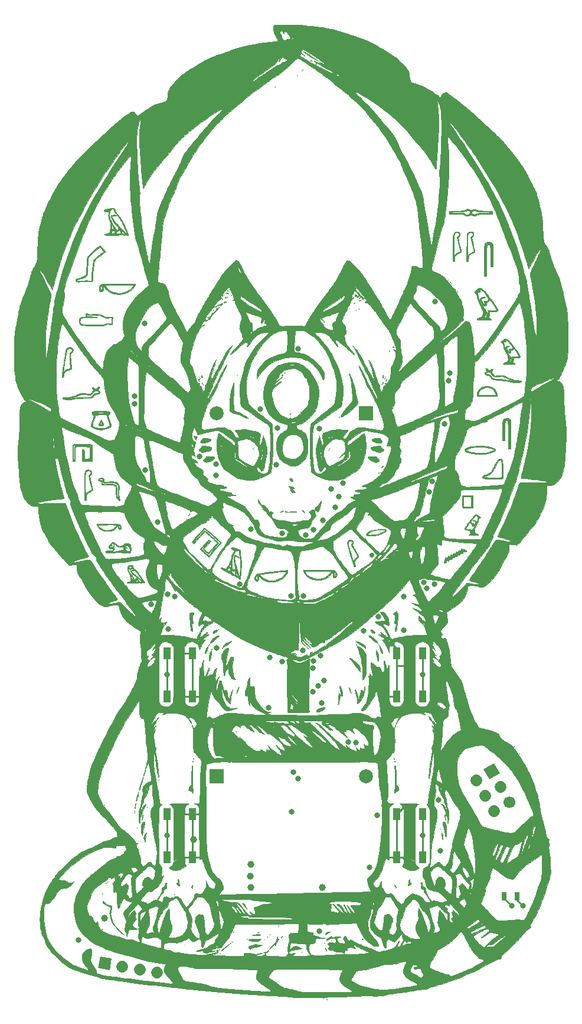
<source format=gbr>
G04 #@! TF.GenerationSoftware,KiCad,Pcbnew,5.1.5*
G04 #@! TF.CreationDate,2019-12-22T23:03:29+01:00*
G04 #@! TF.ProjectId,hh2020v1,68683230-3230-4763-912e-6b696361645f,rev?*
G04 #@! TF.SameCoordinates,Original*
G04 #@! TF.FileFunction,Copper,L1,Top*
G04 #@! TF.FilePolarity,Positive*
%FSLAX46Y46*%
G04 Gerber Fmt 4.6, Leading zero omitted, Abs format (unit mm)*
G04 Created by KiCad (PCBNEW 5.1.5) date 2019-12-22 23:03:29*
%MOMM*%
%LPD*%
G04 APERTURE LIST*
%ADD10C,0.010000*%
%ADD11C,1.700000*%
%ADD12C,0.100000*%
%ADD13C,1.700000*%
%ADD14C,2.000000*%
%ADD15R,2.000000X2.000000*%
%ADD16R,1.100000X1.800000*%
%ADD17R,0.700000X1.300000*%
%ADD18C,3.200000*%
%ADD19C,1.000000*%
%ADD20C,0.800000*%
%ADD21C,0.700000*%
%ADD22C,0.250000*%
G04 APERTURE END LIST*
D10*
G36*
X41867303Y-81696899D02*
G01*
X41929371Y-81828897D01*
X42005704Y-82004069D01*
X42025919Y-82052321D01*
X42104946Y-82255169D01*
X42140533Y-82383560D01*
X42136211Y-82453129D01*
X42120340Y-82470643D01*
X42031487Y-82493839D01*
X41884117Y-82505325D01*
X41720703Y-82504534D01*
X41583717Y-82490896D01*
X41536820Y-82478456D01*
X41477972Y-82424870D01*
X41473320Y-82405107D01*
X41491843Y-82324636D01*
X41692483Y-82324636D01*
X41739716Y-82355320D01*
X41828494Y-82359700D01*
X41929454Y-82347975D01*
X41961995Y-82319427D01*
X41960443Y-82316219D01*
X41924375Y-82240781D01*
X41877673Y-82125719D01*
X41832726Y-82039768D01*
X41790011Y-82040472D01*
X41742189Y-82132908D01*
X41704641Y-82245400D01*
X41692483Y-82324636D01*
X41491843Y-82324636D01*
X41492225Y-82322979D01*
X41541236Y-82190179D01*
X41608796Y-82031612D01*
X41683346Y-81872181D01*
X41753329Y-81736790D01*
X41807188Y-81650344D01*
X41831363Y-81633604D01*
X41867303Y-81696899D01*
G37*
X41867303Y-81696899D02*
X41929371Y-81828897D01*
X42005704Y-82004069D01*
X42025919Y-82052321D01*
X42104946Y-82255169D01*
X42140533Y-82383560D01*
X42136211Y-82453129D01*
X42120340Y-82470643D01*
X42031487Y-82493839D01*
X41884117Y-82505325D01*
X41720703Y-82504534D01*
X41583717Y-82490896D01*
X41536820Y-82478456D01*
X41477972Y-82424870D01*
X41473320Y-82405107D01*
X41491843Y-82324636D01*
X41692483Y-82324636D01*
X41739716Y-82355320D01*
X41828494Y-82359700D01*
X41929454Y-82347975D01*
X41961995Y-82319427D01*
X41960443Y-82316219D01*
X41924375Y-82240781D01*
X41877673Y-82125719D01*
X41832726Y-82039768D01*
X41790011Y-82040472D01*
X41742189Y-82132908D01*
X41704641Y-82245400D01*
X41692483Y-82324636D01*
X41491843Y-82324636D01*
X41492225Y-82322979D01*
X41541236Y-82190179D01*
X41608796Y-82031612D01*
X41683346Y-81872181D01*
X41753329Y-81736790D01*
X41807188Y-81650344D01*
X41831363Y-81633604D01*
X41867303Y-81696899D01*
G36*
X68194120Y-74917500D02*
G01*
X68168720Y-74942900D01*
X68143320Y-74917500D01*
X68168720Y-74892100D01*
X68194120Y-74917500D01*
G37*
X68194120Y-74917500D02*
X68168720Y-74942900D01*
X68143320Y-74917500D01*
X68168720Y-74892100D01*
X68194120Y-74917500D01*
G36*
X67838520Y-75161125D02*
G01*
X67854485Y-75227426D01*
X67866839Y-75262389D01*
X67853299Y-75341315D01*
X67820243Y-75364937D01*
X67741363Y-75354579D01*
X67718743Y-75324406D01*
X67730308Y-75237768D01*
X67765339Y-75194393D01*
X67825414Y-75156365D01*
X67838520Y-75161125D01*
G37*
X67838520Y-75161125D02*
X67854485Y-75227426D01*
X67866839Y-75262389D01*
X67853299Y-75341315D01*
X67820243Y-75364937D01*
X67741363Y-75354579D01*
X67718743Y-75324406D01*
X67730308Y-75237768D01*
X67765339Y-75194393D01*
X67825414Y-75156365D01*
X67838520Y-75161125D01*
G36*
X67787618Y-75539848D02*
G01*
X67787720Y-75544626D01*
X67752238Y-75609199D01*
X67673445Y-75690143D01*
X67592820Y-75747857D01*
X67566648Y-75755700D01*
X67565707Y-75719666D01*
X67612067Y-75632577D01*
X67614591Y-75628700D01*
X67694248Y-75533974D01*
X67759014Y-75500914D01*
X67787618Y-75539848D01*
G37*
X67787618Y-75539848D02*
X67787720Y-75544626D01*
X67752238Y-75609199D01*
X67673445Y-75690143D01*
X67592820Y-75747857D01*
X67566648Y-75755700D01*
X67565707Y-75719666D01*
X67612067Y-75632577D01*
X67614591Y-75628700D01*
X67694248Y-75533974D01*
X67759014Y-75500914D01*
X67787618Y-75539848D01*
G36*
X69037751Y-80765827D02*
G01*
X68981520Y-80835700D01*
X68905182Y-80910830D01*
X68864173Y-80937300D01*
X68874488Y-80905572D01*
X68930720Y-80835700D01*
X69007057Y-80760569D01*
X69048066Y-80734100D01*
X69037751Y-80765827D01*
G37*
X69037751Y-80765827D02*
X68981520Y-80835700D01*
X68905182Y-80910830D01*
X68864173Y-80937300D01*
X68874488Y-80905572D01*
X68930720Y-80835700D01*
X69007057Y-80760569D01*
X69048066Y-80734100D01*
X69037751Y-80765827D01*
G36*
X46229662Y-102863863D02*
G01*
X46248520Y-102908300D01*
X46210684Y-102975712D01*
X46177827Y-102984500D01*
X46113895Y-103027810D01*
X46075259Y-103111500D01*
X46034801Y-103206634D01*
X45994520Y-103238500D01*
X45947100Y-103195406D01*
X45913780Y-103111500D01*
X45865747Y-103016174D01*
X45811212Y-102984500D01*
X45748672Y-102943717D01*
X45740520Y-102908300D01*
X45781310Y-102841332D01*
X45818314Y-102832100D01*
X45903077Y-102873198D01*
X45925349Y-102908300D01*
X45975213Y-102975522D01*
X45999955Y-102984500D01*
X46040226Y-102943274D01*
X46045320Y-102908300D01*
X46087671Y-102846243D01*
X46146920Y-102832100D01*
X46229662Y-102863863D01*
G37*
X46229662Y-102863863D02*
X46248520Y-102908300D01*
X46210684Y-102975712D01*
X46177827Y-102984500D01*
X46113895Y-103027810D01*
X46075259Y-103111500D01*
X46034801Y-103206634D01*
X45994520Y-103238500D01*
X45947100Y-103195406D01*
X45913780Y-103111500D01*
X45865747Y-103016174D01*
X45811212Y-102984500D01*
X45748672Y-102943717D01*
X45740520Y-102908300D01*
X45781310Y-102841332D01*
X45818314Y-102832100D01*
X45903077Y-102873198D01*
X45925349Y-102908300D01*
X45975213Y-102975522D01*
X45999955Y-102984500D01*
X46040226Y-102943274D01*
X46045320Y-102908300D01*
X46087671Y-102846243D01*
X46146920Y-102832100D01*
X46229662Y-102863863D01*
G36*
X69954994Y-28681652D02*
G01*
X70077436Y-28749072D01*
X70243138Y-28873000D01*
X70405510Y-29013989D01*
X70575514Y-29166274D01*
X70751338Y-29318235D01*
X70862710Y-29410726D01*
X70988657Y-29516521D01*
X71034763Y-29565403D01*
X71004634Y-29558417D01*
X70901878Y-29496605D01*
X70730100Y-29381012D01*
X70708718Y-29366154D01*
X70508165Y-29221349D01*
X70312404Y-29071183D01*
X70137060Y-28928752D01*
X69997761Y-28807148D01*
X69910132Y-28719466D01*
X69889121Y-28679365D01*
X69954994Y-28681652D01*
G37*
X69954994Y-28681652D02*
X70077436Y-28749072D01*
X70243138Y-28873000D01*
X70405510Y-29013989D01*
X70575514Y-29166274D01*
X70751338Y-29318235D01*
X70862710Y-29410726D01*
X70988657Y-29516521D01*
X71034763Y-29565403D01*
X71004634Y-29558417D01*
X70901878Y-29496605D01*
X70730100Y-29381012D01*
X70708718Y-29366154D01*
X70508165Y-29221349D01*
X70312404Y-29071183D01*
X70137060Y-28928752D01*
X69997761Y-28807148D01*
X69910132Y-28719466D01*
X69889121Y-28679365D01*
X69954994Y-28681652D01*
G36*
X72004120Y-30162700D02*
G01*
X71978720Y-30188100D01*
X71953320Y-30162700D01*
X71978720Y-30137300D01*
X72004120Y-30162700D01*
G37*
X72004120Y-30162700D02*
X71978720Y-30188100D01*
X71953320Y-30162700D01*
X71978720Y-30137300D01*
X72004120Y-30162700D01*
G36*
X70916458Y-28966309D02*
G01*
X71014945Y-29019098D01*
X71182033Y-29119200D01*
X71422170Y-29269118D01*
X71739804Y-29471352D01*
X71966020Y-29616647D01*
X72285411Y-29823053D01*
X72526555Y-29980958D01*
X72697279Y-30095834D01*
X72805411Y-30173155D01*
X72858782Y-30218394D01*
X72865218Y-30237025D01*
X72855020Y-30238194D01*
X72807965Y-30215388D01*
X72690379Y-30154181D01*
X72521114Y-30064475D01*
X72359720Y-29978070D01*
X71983140Y-29763294D01*
X71612699Y-29529534D01*
X71276918Y-29295739D01*
X71004320Y-29080858D01*
X70988120Y-29066820D01*
X70907493Y-28992672D01*
X70882123Y-28958334D01*
X70916458Y-28966309D01*
G37*
X70916458Y-28966309D02*
X71014945Y-29019098D01*
X71182033Y-29119200D01*
X71422170Y-29269118D01*
X71739804Y-29471352D01*
X71966020Y-29616647D01*
X72285411Y-29823053D01*
X72526555Y-29980958D01*
X72697279Y-30095834D01*
X72805411Y-30173155D01*
X72858782Y-30218394D01*
X72865218Y-30237025D01*
X72855020Y-30238194D01*
X72807965Y-30215388D01*
X72690379Y-30154181D01*
X72521114Y-30064475D01*
X72359720Y-29978070D01*
X71983140Y-29763294D01*
X71612699Y-29529534D01*
X71276918Y-29295739D01*
X71004320Y-29080858D01*
X70988120Y-29066820D01*
X70907493Y-28992672D01*
X70882123Y-28958334D01*
X70916458Y-28966309D01*
G36*
X72969320Y-30264300D02*
G01*
X72943920Y-30289700D01*
X72918520Y-30264300D01*
X72943920Y-30238900D01*
X72969320Y-30264300D01*
G37*
X72969320Y-30264300D02*
X72943920Y-30289700D01*
X72918520Y-30264300D01*
X72943920Y-30238900D01*
X72969320Y-30264300D01*
G36*
X71915220Y-30256056D02*
G01*
X71921601Y-30274597D01*
X71851720Y-30281678D01*
X71779602Y-30273695D01*
X71788220Y-30256056D01*
X71892225Y-30249346D01*
X71915220Y-30256056D01*
G37*
X71915220Y-30256056D02*
X71921601Y-30274597D01*
X71851720Y-30281678D01*
X71779602Y-30273695D01*
X71788220Y-30256056D01*
X71892225Y-30249346D01*
X71915220Y-30256056D01*
G36*
X72054920Y-30365900D02*
G01*
X72029520Y-30391300D01*
X72004120Y-30365900D01*
X72029520Y-30340500D01*
X72054920Y-30365900D01*
G37*
X72054920Y-30365900D02*
X72029520Y-30391300D01*
X72004120Y-30365900D01*
X72029520Y-30340500D01*
X72054920Y-30365900D01*
G36*
X72596786Y-30662233D02*
G01*
X72589813Y-30692433D01*
X72562920Y-30696100D01*
X72521105Y-30677513D01*
X72529053Y-30662233D01*
X72589341Y-30656153D01*
X72596786Y-30662233D01*
G37*
X72596786Y-30662233D02*
X72589813Y-30692433D01*
X72562920Y-30696100D01*
X72521105Y-30677513D01*
X72529053Y-30662233D01*
X72589341Y-30656153D01*
X72596786Y-30662233D01*
G36*
X72715320Y-30772300D02*
G01*
X72689920Y-30797700D01*
X72664520Y-30772300D01*
X72689920Y-30746900D01*
X72715320Y-30772300D01*
G37*
X72715320Y-30772300D02*
X72689920Y-30797700D01*
X72664520Y-30772300D01*
X72689920Y-30746900D01*
X72715320Y-30772300D01*
G36*
X69006920Y-29400700D02*
G01*
X68981520Y-29426100D01*
X68956120Y-29400700D01*
X68981520Y-29375300D01*
X69006920Y-29400700D01*
G37*
X69006920Y-29400700D02*
X68981520Y-29426100D01*
X68956120Y-29400700D01*
X68981520Y-29375300D01*
X69006920Y-29400700D01*
G36*
X68041720Y-29857900D02*
G01*
X68016320Y-29883300D01*
X67990920Y-29857900D01*
X68016320Y-29832500D01*
X68041720Y-29857900D01*
G37*
X68041720Y-29857900D02*
X68016320Y-29883300D01*
X67990920Y-29857900D01*
X68016320Y-29832500D01*
X68041720Y-29857900D01*
G36*
X70784920Y-31483500D02*
G01*
X70759520Y-31508900D01*
X70734120Y-31483500D01*
X70759520Y-31458100D01*
X70784920Y-31483500D01*
G37*
X70784920Y-31483500D02*
X70759520Y-31508900D01*
X70734120Y-31483500D01*
X70759520Y-31458100D01*
X70784920Y-31483500D01*
G36*
X70683320Y-31635900D02*
G01*
X70657920Y-31661300D01*
X70632520Y-31635900D01*
X70657920Y-31610500D01*
X70683320Y-31635900D01*
G37*
X70683320Y-31635900D02*
X70657920Y-31661300D01*
X70632520Y-31635900D01*
X70657920Y-31610500D01*
X70683320Y-31635900D01*
G36*
X69972120Y-32296300D02*
G01*
X69946720Y-32321700D01*
X69921320Y-32296300D01*
X69946720Y-32270900D01*
X69972120Y-32296300D01*
G37*
X69972120Y-32296300D02*
X69946720Y-32321700D01*
X69921320Y-32296300D01*
X69946720Y-32270900D01*
X69972120Y-32296300D01*
G36*
X66771720Y-33972700D02*
G01*
X66746320Y-33998100D01*
X66720920Y-33972700D01*
X66746320Y-33947300D01*
X66771720Y-33972700D01*
G37*
X66771720Y-33972700D02*
X66746320Y-33998100D01*
X66720920Y-33972700D01*
X66746320Y-33947300D01*
X66771720Y-33972700D01*
G36*
X90393720Y-70599500D02*
G01*
X90368320Y-70624900D01*
X90342920Y-70599500D01*
X90368320Y-70574100D01*
X90393720Y-70599500D01*
G37*
X90393720Y-70599500D02*
X90368320Y-70624900D01*
X90342920Y-70599500D01*
X90368320Y-70574100D01*
X90393720Y-70599500D01*
G36*
X45994520Y-71717100D02*
G01*
X45969120Y-71742500D01*
X45943720Y-71717100D01*
X45969120Y-71691700D01*
X45994520Y-71717100D01*
G37*
X45994520Y-71717100D02*
X45969120Y-71742500D01*
X45943720Y-71717100D01*
X45969120Y-71691700D01*
X45994520Y-71717100D01*
G36*
X46502520Y-72225100D02*
G01*
X46477120Y-72250500D01*
X46451720Y-72225100D01*
X46477120Y-72199700D01*
X46502520Y-72225100D01*
G37*
X46502520Y-72225100D02*
X46477120Y-72250500D01*
X46451720Y-72225100D01*
X46477120Y-72199700D01*
X46502520Y-72225100D01*
G36*
X94572014Y-51522740D02*
G01*
X94681284Y-51572332D01*
X94813399Y-51631573D01*
X94900283Y-51640332D01*
X94982522Y-51602519D01*
X94984125Y-51601490D01*
X95221965Y-51502576D01*
X95478182Y-51501845D01*
X95740874Y-51591284D01*
X95840903Y-51636843D01*
X95939179Y-51671283D01*
X96053140Y-51696925D01*
X96200222Y-51716088D01*
X96397862Y-51731094D01*
X96663497Y-51744260D01*
X96985020Y-51756821D01*
X97962920Y-51792897D01*
X97962920Y-52176731D01*
X96985020Y-52193315D01*
X96639163Y-52200136D01*
X96378474Y-52208383D01*
X96186523Y-52219777D01*
X96046879Y-52236039D01*
X95943110Y-52258889D01*
X95858786Y-52290048D01*
X95803920Y-52316991D01*
X95563020Y-52423501D01*
X95367279Y-52460287D01*
X95216753Y-52439877D01*
X95069119Y-52385862D01*
X94975912Y-52342354D01*
X94870978Y-52310354D01*
X94754709Y-52341169D01*
X94714701Y-52360758D01*
X94480494Y-52430306D01*
X94223652Y-52424821D01*
X93987682Y-52346392D01*
X93949720Y-52324010D01*
X93882456Y-52284634D01*
X93810034Y-52255102D01*
X93716729Y-52233676D01*
X93586816Y-52218616D01*
X93404572Y-52208183D01*
X93154270Y-52200639D01*
X92820188Y-52194243D01*
X92768620Y-52193386D01*
X91765320Y-52176873D01*
X91765320Y-51943200D01*
X91930310Y-51943200D01*
X91968996Y-51968005D01*
X92072846Y-51988364D01*
X92250698Y-52005078D01*
X92511391Y-52018945D01*
X92863766Y-52030765D01*
X92913206Y-52032100D01*
X93252844Y-52041885D01*
X93507072Y-52052079D01*
X93692069Y-52064654D01*
X93824012Y-52081581D01*
X93919079Y-52104833D01*
X93993450Y-52136382D01*
X94052082Y-52170944D01*
X94267320Y-52268075D01*
X94461909Y-52267526D01*
X94628669Y-52180812D01*
X94721492Y-52080263D01*
X94762422Y-51981432D01*
X94762520Y-51977612D01*
X94753738Y-51952144D01*
X95001705Y-51952144D01*
X95013954Y-52077915D01*
X95093992Y-52175559D01*
X95225217Y-52236584D01*
X95391029Y-52252493D01*
X95574829Y-52214793D01*
X95724562Y-52139737D01*
X95789919Y-52108743D01*
X95888321Y-52085368D01*
X96034482Y-52068242D01*
X96243112Y-52055998D01*
X96528924Y-52047265D01*
X96766707Y-52042765D01*
X97065871Y-52036356D01*
X97332806Y-52027623D01*
X97549680Y-52017390D01*
X97698663Y-52006481D01*
X97759720Y-51996868D01*
X97783846Y-51967904D01*
X97715487Y-51941673D01*
X97563742Y-51919114D01*
X97337711Y-51901166D01*
X97046491Y-51888769D01*
X96699182Y-51882861D01*
X96652796Y-51882627D01*
X96343718Y-51879865D01*
X96116882Y-51872888D01*
X95952949Y-51859625D01*
X95832583Y-51838003D01*
X95736449Y-51805952D01*
X95676920Y-51778100D01*
X95437389Y-51689247D01*
X95243535Y-51690729D01*
X95094447Y-51782588D01*
X95073844Y-51806744D01*
X95001705Y-51952144D01*
X94753738Y-51952144D01*
X94717183Y-51846146D01*
X94602834Y-51737740D01*
X94451963Y-51679893D01*
X94406735Y-51676500D01*
X94261826Y-51701027D01*
X94097282Y-51761655D01*
X94064588Y-51778100D01*
X93989530Y-51813688D01*
X93905596Y-51839919D01*
X93796644Y-51858190D01*
X93646534Y-51869901D01*
X93439122Y-51876451D01*
X93158267Y-51879237D01*
X92892138Y-51879700D01*
X92538964Y-51881123D01*
X92277021Y-51885848D01*
X92095974Y-51894557D01*
X91985489Y-51907932D01*
X91935229Y-51926656D01*
X91930310Y-51943200D01*
X91765320Y-51943200D01*
X91765320Y-51787449D01*
X92743220Y-51768147D01*
X93082856Y-51760935D01*
X93337840Y-51753158D01*
X93525106Y-51742647D01*
X93661591Y-51727233D01*
X93764229Y-51704747D01*
X93849955Y-51673022D01*
X93935705Y-51629890D01*
X93969986Y-51611072D01*
X94193459Y-51508895D01*
X94382757Y-51480071D01*
X94572014Y-51522740D01*
G37*
X94572014Y-51522740D02*
X94681284Y-51572332D01*
X94813399Y-51631573D01*
X94900283Y-51640332D01*
X94982522Y-51602519D01*
X94984125Y-51601490D01*
X95221965Y-51502576D01*
X95478182Y-51501845D01*
X95740874Y-51591284D01*
X95840903Y-51636843D01*
X95939179Y-51671283D01*
X96053140Y-51696925D01*
X96200222Y-51716088D01*
X96397862Y-51731094D01*
X96663497Y-51744260D01*
X96985020Y-51756821D01*
X97962920Y-51792897D01*
X97962920Y-52176731D01*
X96985020Y-52193315D01*
X96639163Y-52200136D01*
X96378474Y-52208383D01*
X96186523Y-52219777D01*
X96046879Y-52236039D01*
X95943110Y-52258889D01*
X95858786Y-52290048D01*
X95803920Y-52316991D01*
X95563020Y-52423501D01*
X95367279Y-52460287D01*
X95216753Y-52439877D01*
X95069119Y-52385862D01*
X94975912Y-52342354D01*
X94870978Y-52310354D01*
X94754709Y-52341169D01*
X94714701Y-52360758D01*
X94480494Y-52430306D01*
X94223652Y-52424821D01*
X93987682Y-52346392D01*
X93949720Y-52324010D01*
X93882456Y-52284634D01*
X93810034Y-52255102D01*
X93716729Y-52233676D01*
X93586816Y-52218616D01*
X93404572Y-52208183D01*
X93154270Y-52200639D01*
X92820188Y-52194243D01*
X92768620Y-52193386D01*
X91765320Y-52176873D01*
X91765320Y-51943200D01*
X91930310Y-51943200D01*
X91968996Y-51968005D01*
X92072846Y-51988364D01*
X92250698Y-52005078D01*
X92511391Y-52018945D01*
X92863766Y-52030765D01*
X92913206Y-52032100D01*
X93252844Y-52041885D01*
X93507072Y-52052079D01*
X93692069Y-52064654D01*
X93824012Y-52081581D01*
X93919079Y-52104833D01*
X93993450Y-52136382D01*
X94052082Y-52170944D01*
X94267320Y-52268075D01*
X94461909Y-52267526D01*
X94628669Y-52180812D01*
X94721492Y-52080263D01*
X94762422Y-51981432D01*
X94762520Y-51977612D01*
X94753738Y-51952144D01*
X95001705Y-51952144D01*
X95013954Y-52077915D01*
X95093992Y-52175559D01*
X95225217Y-52236584D01*
X95391029Y-52252493D01*
X95574829Y-52214793D01*
X95724562Y-52139737D01*
X95789919Y-52108743D01*
X95888321Y-52085368D01*
X96034482Y-52068242D01*
X96243112Y-52055998D01*
X96528924Y-52047265D01*
X96766707Y-52042765D01*
X97065871Y-52036356D01*
X97332806Y-52027623D01*
X97549680Y-52017390D01*
X97698663Y-52006481D01*
X97759720Y-51996868D01*
X97783846Y-51967904D01*
X97715487Y-51941673D01*
X97563742Y-51919114D01*
X97337711Y-51901166D01*
X97046491Y-51888769D01*
X96699182Y-51882861D01*
X96652796Y-51882627D01*
X96343718Y-51879865D01*
X96116882Y-51872888D01*
X95952949Y-51859625D01*
X95832583Y-51838003D01*
X95736449Y-51805952D01*
X95676920Y-51778100D01*
X95437389Y-51689247D01*
X95243535Y-51690729D01*
X95094447Y-51782588D01*
X95073844Y-51806744D01*
X95001705Y-51952144D01*
X94753738Y-51952144D01*
X94717183Y-51846146D01*
X94602834Y-51737740D01*
X94451963Y-51679893D01*
X94406735Y-51676500D01*
X94261826Y-51701027D01*
X94097282Y-51761655D01*
X94064588Y-51778100D01*
X93989530Y-51813688D01*
X93905596Y-51839919D01*
X93796644Y-51858190D01*
X93646534Y-51869901D01*
X93439122Y-51876451D01*
X93158267Y-51879237D01*
X92892138Y-51879700D01*
X92538964Y-51881123D01*
X92277021Y-51885848D01*
X92095974Y-51894557D01*
X91985489Y-51907932D01*
X91935229Y-51926656D01*
X91930310Y-51943200D01*
X91765320Y-51943200D01*
X91765320Y-51787449D01*
X92743220Y-51768147D01*
X93082856Y-51760935D01*
X93337840Y-51753158D01*
X93525106Y-51742647D01*
X93661591Y-51727233D01*
X93764229Y-51704747D01*
X93849955Y-51673022D01*
X93935705Y-51629890D01*
X93969986Y-51611072D01*
X94193459Y-51508895D01*
X94382757Y-51480071D01*
X94572014Y-51522740D01*
G36*
X95041140Y-54763763D02*
G01*
X95191342Y-54868858D01*
X95270225Y-55020745D01*
X95270051Y-55200383D01*
X95183087Y-55388731D01*
X95125623Y-55458681D01*
X94980727Y-55613500D01*
X95200774Y-56553300D01*
X95269936Y-56852501D01*
X95330298Y-57120916D01*
X95378187Y-57341614D01*
X95409931Y-57497665D01*
X95421859Y-57572140D01*
X95421870Y-57572659D01*
X95377293Y-57638751D01*
X95253266Y-57725792D01*
X95110237Y-57801259D01*
X94923396Y-57900284D01*
X94753193Y-58007317D01*
X94653037Y-58084981D01*
X94578857Y-58162069D01*
X94535581Y-58240935D01*
X94514972Y-58351251D01*
X94508796Y-58522691D01*
X94508520Y-58605681D01*
X94506986Y-58801027D01*
X94497722Y-58916038D01*
X94473731Y-58971979D01*
X94428018Y-58990114D01*
X94381520Y-58991700D01*
X94254520Y-58991700D01*
X94254581Y-58585300D01*
X94356120Y-58585300D01*
X94374706Y-58627114D01*
X94389986Y-58619166D01*
X94396066Y-58558878D01*
X94389986Y-58551433D01*
X94359786Y-58558406D01*
X94356120Y-58585300D01*
X94254581Y-58585300D01*
X94254742Y-57520070D01*
X94363675Y-57520070D01*
X94364486Y-57784677D01*
X94367926Y-57974701D01*
X94374374Y-58099144D01*
X94384213Y-58167007D01*
X94397823Y-58187293D01*
X94415583Y-58169005D01*
X94428160Y-58143774D01*
X94519008Y-58013438D01*
X94654869Y-57889556D01*
X94695316Y-57862313D01*
X94875430Y-57760814D01*
X95067115Y-57665603D01*
X95096174Y-57652592D01*
X95302829Y-57562207D01*
X95062191Y-56537053D01*
X94821553Y-55511900D01*
X94995236Y-55352648D01*
X95117180Y-55227815D01*
X95159398Y-55133539D01*
X95125289Y-55041951D01*
X95044229Y-54950790D01*
X94913856Y-54850358D01*
X94785408Y-54833945D01*
X94647872Y-54880515D01*
X94576652Y-54915915D01*
X94519372Y-54957554D01*
X94474405Y-55016201D01*
X94440126Y-55102629D01*
X94414906Y-55227610D01*
X94397120Y-55401915D01*
X94385140Y-55636316D01*
X94377341Y-55941586D01*
X94372095Y-56328495D01*
X94368417Y-56731100D01*
X94365113Y-57171879D01*
X94363675Y-57520070D01*
X94254742Y-57520070D01*
X94254803Y-57124800D01*
X94256300Y-56640277D01*
X94260471Y-56202545D01*
X94267069Y-55821457D01*
X94275845Y-55506863D01*
X94286550Y-55268617D01*
X94298936Y-55116569D01*
X94306549Y-55072622D01*
X94403951Y-54882705D01*
X94570444Y-54766886D01*
X94806714Y-54724707D01*
X94827353Y-54724500D01*
X95041140Y-54763763D01*
G37*
X95041140Y-54763763D02*
X95191342Y-54868858D01*
X95270225Y-55020745D01*
X95270051Y-55200383D01*
X95183087Y-55388731D01*
X95125623Y-55458681D01*
X94980727Y-55613500D01*
X95200774Y-56553300D01*
X95269936Y-56852501D01*
X95330298Y-57120916D01*
X95378187Y-57341614D01*
X95409931Y-57497665D01*
X95421859Y-57572140D01*
X95421870Y-57572659D01*
X95377293Y-57638751D01*
X95253266Y-57725792D01*
X95110237Y-57801259D01*
X94923396Y-57900284D01*
X94753193Y-58007317D01*
X94653037Y-58084981D01*
X94578857Y-58162069D01*
X94535581Y-58240935D01*
X94514972Y-58351251D01*
X94508796Y-58522691D01*
X94508520Y-58605681D01*
X94506986Y-58801027D01*
X94497722Y-58916038D01*
X94473731Y-58971979D01*
X94428018Y-58990114D01*
X94381520Y-58991700D01*
X94254520Y-58991700D01*
X94254581Y-58585300D01*
X94356120Y-58585300D01*
X94374706Y-58627114D01*
X94389986Y-58619166D01*
X94396066Y-58558878D01*
X94389986Y-58551433D01*
X94359786Y-58558406D01*
X94356120Y-58585300D01*
X94254581Y-58585300D01*
X94254742Y-57520070D01*
X94363675Y-57520070D01*
X94364486Y-57784677D01*
X94367926Y-57974701D01*
X94374374Y-58099144D01*
X94384213Y-58167007D01*
X94397823Y-58187293D01*
X94415583Y-58169005D01*
X94428160Y-58143774D01*
X94519008Y-58013438D01*
X94654869Y-57889556D01*
X94695316Y-57862313D01*
X94875430Y-57760814D01*
X95067115Y-57665603D01*
X95096174Y-57652592D01*
X95302829Y-57562207D01*
X95062191Y-56537053D01*
X94821553Y-55511900D01*
X94995236Y-55352648D01*
X95117180Y-55227815D01*
X95159398Y-55133539D01*
X95125289Y-55041951D01*
X95044229Y-54950790D01*
X94913856Y-54850358D01*
X94785408Y-54833945D01*
X94647872Y-54880515D01*
X94576652Y-54915915D01*
X94519372Y-54957554D01*
X94474405Y-55016201D01*
X94440126Y-55102629D01*
X94414906Y-55227610D01*
X94397120Y-55401915D01*
X94385140Y-55636316D01*
X94377341Y-55941586D01*
X94372095Y-56328495D01*
X94368417Y-56731100D01*
X94365113Y-57171879D01*
X94363675Y-57520070D01*
X94254742Y-57520070D01*
X94254803Y-57124800D01*
X94256300Y-56640277D01*
X94260471Y-56202545D01*
X94267069Y-55821457D01*
X94275845Y-55506863D01*
X94286550Y-55268617D01*
X94298936Y-55116569D01*
X94306549Y-55072622D01*
X94403951Y-54882705D01*
X94570444Y-54766886D01*
X94806714Y-54724707D01*
X94827353Y-54724500D01*
X95041140Y-54763763D01*
G36*
X93075176Y-54758567D02*
G01*
X93232706Y-54857158D01*
X93308998Y-54999189D01*
X93308714Y-55180700D01*
X93236674Y-55364646D01*
X93124519Y-55494104D01*
X93015736Y-55577908D01*
X93231703Y-56515996D01*
X93301175Y-56817052D01*
X93364232Y-57088993D01*
X93416794Y-57314326D01*
X93454781Y-57475558D01*
X93474082Y-57555081D01*
X93473497Y-57614829D01*
X93425289Y-57669653D01*
X93312149Y-57733174D01*
X93164027Y-57799079D01*
X92947323Y-57908623D01*
X92763107Y-58033488D01*
X92677440Y-58113057D01*
X92596575Y-58215599D01*
X92551325Y-58314314D01*
X92531602Y-58444461D01*
X92527320Y-58637867D01*
X92524269Y-58824850D01*
X92511243Y-58931817D01*
X92482428Y-58980267D01*
X92432011Y-58991699D01*
X92431644Y-58991700D01*
X92341547Y-58946877D01*
X92305338Y-58877400D01*
X92296069Y-58790854D01*
X92288715Y-58617602D01*
X92283212Y-58372514D01*
X92279500Y-58070466D01*
X92277517Y-57726329D01*
X92277201Y-57354976D01*
X92278491Y-56971282D01*
X92281323Y-56590118D01*
X92282640Y-56479086D01*
X92428052Y-56479086D01*
X92428084Y-56680300D01*
X92429090Y-57114929D01*
X92431806Y-57456688D01*
X92436635Y-57714296D01*
X92443979Y-57896473D01*
X92454241Y-58011941D01*
X92467822Y-58069420D01*
X92485124Y-58077630D01*
X92492206Y-58070384D01*
X92562997Y-58007125D01*
X92697180Y-57910182D01*
X92870270Y-57796863D01*
X92940026Y-57753793D01*
X93324590Y-57520318D01*
X93095740Y-56509854D01*
X92866889Y-55499390D01*
X93034983Y-55349198D01*
X93142282Y-55237832D01*
X93179162Y-55145693D01*
X93170645Y-55069784D01*
X93091250Y-54938884D01*
X92953106Y-54859888D01*
X92791613Y-54846509D01*
X92686183Y-54882084D01*
X92614995Y-54926212D01*
X92558192Y-54977485D01*
X92514163Y-55047125D01*
X92481298Y-55146354D01*
X92457986Y-55286393D01*
X92442616Y-55478465D01*
X92433577Y-55733789D01*
X92429259Y-56063589D01*
X92428052Y-56479086D01*
X92282640Y-56479086D01*
X92285638Y-56226359D01*
X92291373Y-55894877D01*
X92298466Y-55610545D01*
X92306856Y-55388236D01*
X92316480Y-55242824D01*
X92320559Y-55210144D01*
X92396345Y-54970247D01*
X92532364Y-54811899D01*
X92729998Y-54733832D01*
X92849049Y-54724500D01*
X93075176Y-54758567D01*
G37*
X93075176Y-54758567D02*
X93232706Y-54857158D01*
X93308998Y-54999189D01*
X93308714Y-55180700D01*
X93236674Y-55364646D01*
X93124519Y-55494104D01*
X93015736Y-55577908D01*
X93231703Y-56515996D01*
X93301175Y-56817052D01*
X93364232Y-57088993D01*
X93416794Y-57314326D01*
X93454781Y-57475558D01*
X93474082Y-57555081D01*
X93473497Y-57614829D01*
X93425289Y-57669653D01*
X93312149Y-57733174D01*
X93164027Y-57799079D01*
X92947323Y-57908623D01*
X92763107Y-58033488D01*
X92677440Y-58113057D01*
X92596575Y-58215599D01*
X92551325Y-58314314D01*
X92531602Y-58444461D01*
X92527320Y-58637867D01*
X92524269Y-58824850D01*
X92511243Y-58931817D01*
X92482428Y-58980267D01*
X92432011Y-58991699D01*
X92431644Y-58991700D01*
X92341547Y-58946877D01*
X92305338Y-58877400D01*
X92296069Y-58790854D01*
X92288715Y-58617602D01*
X92283212Y-58372514D01*
X92279500Y-58070466D01*
X92277517Y-57726329D01*
X92277201Y-57354976D01*
X92278491Y-56971282D01*
X92281323Y-56590118D01*
X92282640Y-56479086D01*
X92428052Y-56479086D01*
X92428084Y-56680300D01*
X92429090Y-57114929D01*
X92431806Y-57456688D01*
X92436635Y-57714296D01*
X92443979Y-57896473D01*
X92454241Y-58011941D01*
X92467822Y-58069420D01*
X92485124Y-58077630D01*
X92492206Y-58070384D01*
X92562997Y-58007125D01*
X92697180Y-57910182D01*
X92870270Y-57796863D01*
X92940026Y-57753793D01*
X93324590Y-57520318D01*
X93095740Y-56509854D01*
X92866889Y-55499390D01*
X93034983Y-55349198D01*
X93142282Y-55237832D01*
X93179162Y-55145693D01*
X93170645Y-55069784D01*
X93091250Y-54938884D01*
X92953106Y-54859888D01*
X92791613Y-54846509D01*
X92686183Y-54882084D01*
X92614995Y-54926212D01*
X92558192Y-54977485D01*
X92514163Y-55047125D01*
X92481298Y-55146354D01*
X92457986Y-55286393D01*
X92442616Y-55478465D01*
X92433577Y-55733789D01*
X92429259Y-56063589D01*
X92428052Y-56479086D01*
X92282640Y-56479086D01*
X92285638Y-56226359D01*
X92291373Y-55894877D01*
X92298466Y-55610545D01*
X92306856Y-55388236D01*
X92316480Y-55242824D01*
X92320559Y-55210144D01*
X92396345Y-54970247D01*
X92532364Y-54811899D01*
X92729998Y-54733832D01*
X92849049Y-54724500D01*
X93075176Y-54758567D01*
G36*
X97703377Y-56262089D02*
G01*
X97854401Y-56370825D01*
X97988320Y-56504678D01*
X98017768Y-59753700D01*
X97658120Y-59753700D01*
X97658120Y-58255100D01*
X97657867Y-57825205D01*
X97656600Y-57485327D01*
X97653558Y-57223884D01*
X97647979Y-57029294D01*
X97639099Y-56889974D01*
X97626159Y-56794341D01*
X97608395Y-56730813D01*
X97585046Y-56687807D01*
X97555349Y-56653742D01*
X97552592Y-56650972D01*
X97452981Y-56583974D01*
X97370637Y-56574772D01*
X97280501Y-56601089D01*
X97255719Y-56604100D01*
X97218754Y-56615270D01*
X97187969Y-56654226D01*
X97162823Y-56729136D01*
X97142776Y-56848165D01*
X97127287Y-57019481D01*
X97115818Y-57251251D01*
X97107826Y-57551642D01*
X97102773Y-57928820D01*
X97100118Y-58390954D01*
X97099320Y-58946209D01*
X97099320Y-61074500D01*
X96740678Y-61074500D01*
X96754899Y-58817570D01*
X96758420Y-58279635D01*
X96761900Y-57833926D01*
X96763757Y-57661485D01*
X96903482Y-57661485D01*
X96903674Y-58107173D01*
X96906173Y-58643829D01*
X96906983Y-58798677D01*
X96917847Y-60896700D01*
X96945083Y-58783532D01*
X96952485Y-58249338D01*
X96959916Y-57807972D01*
X96967781Y-57450664D01*
X96976484Y-57168642D01*
X96986427Y-56953135D01*
X96998014Y-56795373D01*
X97011650Y-56686584D01*
X97027737Y-56617998D01*
X97046432Y-56581140D01*
X97186901Y-56474338D01*
X97360054Y-56427001D01*
X97533401Y-56439533D01*
X97674448Y-56512338D01*
X97723424Y-56572710D01*
X97744899Y-56653217D01*
X97763693Y-56817500D01*
X97780026Y-57069445D01*
X97794115Y-57412937D01*
X97806180Y-57851864D01*
X97812369Y-58153500D01*
X97839618Y-59626700D01*
X97850469Y-58113090D01*
X97861320Y-56599481D01*
X97736629Y-56474790D01*
X97592503Y-56377788D01*
X97410583Y-56350100D01*
X97292175Y-56350547D01*
X97193442Y-56357518D01*
X97112648Y-56379457D01*
X97048055Y-56424810D01*
X96997928Y-56502020D01*
X96960529Y-56619531D01*
X96934122Y-56785789D01*
X96916970Y-57009238D01*
X96907335Y-57298322D01*
X96903482Y-57661485D01*
X96763757Y-57661485D01*
X96765808Y-57471069D01*
X96770616Y-57181691D01*
X96776794Y-56956417D01*
X96784813Y-56785876D01*
X96795145Y-56660694D01*
X96808260Y-56571497D01*
X96824628Y-56508912D01*
X96844721Y-56463565D01*
X96869010Y-56426084D01*
X96875478Y-56417270D01*
X97040732Y-56273186D01*
X97252896Y-56198388D01*
X97483326Y-56194236D01*
X97703377Y-56262089D01*
G37*
X97703377Y-56262089D02*
X97854401Y-56370825D01*
X97988320Y-56504678D01*
X98017768Y-59753700D01*
X97658120Y-59753700D01*
X97658120Y-58255100D01*
X97657867Y-57825205D01*
X97656600Y-57485327D01*
X97653558Y-57223884D01*
X97647979Y-57029294D01*
X97639099Y-56889974D01*
X97626159Y-56794341D01*
X97608395Y-56730813D01*
X97585046Y-56687807D01*
X97555349Y-56653742D01*
X97552592Y-56650972D01*
X97452981Y-56583974D01*
X97370637Y-56574772D01*
X97280501Y-56601089D01*
X97255719Y-56604100D01*
X97218754Y-56615270D01*
X97187969Y-56654226D01*
X97162823Y-56729136D01*
X97142776Y-56848165D01*
X97127287Y-57019481D01*
X97115818Y-57251251D01*
X97107826Y-57551642D01*
X97102773Y-57928820D01*
X97100118Y-58390954D01*
X97099320Y-58946209D01*
X97099320Y-61074500D01*
X96740678Y-61074500D01*
X96754899Y-58817570D01*
X96758420Y-58279635D01*
X96761900Y-57833926D01*
X96763757Y-57661485D01*
X96903482Y-57661485D01*
X96903674Y-58107173D01*
X96906173Y-58643829D01*
X96906983Y-58798677D01*
X96917847Y-60896700D01*
X96945083Y-58783532D01*
X96952485Y-58249338D01*
X96959916Y-57807972D01*
X96967781Y-57450664D01*
X96976484Y-57168642D01*
X96986427Y-56953135D01*
X96998014Y-56795373D01*
X97011650Y-56686584D01*
X97027737Y-56617998D01*
X97046432Y-56581140D01*
X97186901Y-56474338D01*
X97360054Y-56427001D01*
X97533401Y-56439533D01*
X97674448Y-56512338D01*
X97723424Y-56572710D01*
X97744899Y-56653217D01*
X97763693Y-56817500D01*
X97780026Y-57069445D01*
X97794115Y-57412937D01*
X97806180Y-57851864D01*
X97812369Y-58153500D01*
X97839618Y-59626700D01*
X97850469Y-58113090D01*
X97861320Y-56599481D01*
X97736629Y-56474790D01*
X97592503Y-56377788D01*
X97410583Y-56350100D01*
X97292175Y-56350547D01*
X97193442Y-56357518D01*
X97112648Y-56379457D01*
X97048055Y-56424810D01*
X96997928Y-56502020D01*
X96960529Y-56619531D01*
X96934122Y-56785789D01*
X96916970Y-57009238D01*
X96907335Y-57298322D01*
X96903482Y-57661485D01*
X96763757Y-57661485D01*
X96765808Y-57471069D01*
X96770616Y-57181691D01*
X96776794Y-56956417D01*
X96784813Y-56785876D01*
X96795145Y-56660694D01*
X96808260Y-56571497D01*
X96824628Y-56508912D01*
X96844721Y-56463565D01*
X96869010Y-56426084D01*
X96875478Y-56417270D01*
X97040732Y-56273186D01*
X97252896Y-56198388D01*
X97483326Y-56194236D01*
X97703377Y-56262089D01*
G36*
X91612920Y-61658700D02*
G01*
X91587520Y-61684100D01*
X91562120Y-61658700D01*
X91587520Y-61633300D01*
X91612920Y-61658700D01*
G37*
X91612920Y-61658700D02*
X91587520Y-61684100D01*
X91562120Y-61658700D01*
X91587520Y-61633300D01*
X91612920Y-61658700D01*
G36*
X91917720Y-61963500D02*
G01*
X91892320Y-61988900D01*
X91866920Y-61963500D01*
X91892320Y-61938100D01*
X91917720Y-61963500D01*
G37*
X91917720Y-61963500D02*
X91892320Y-61988900D01*
X91866920Y-61963500D01*
X91892320Y-61938100D01*
X91917720Y-61963500D01*
G36*
X92120920Y-62166700D02*
G01*
X92095520Y-62192100D01*
X92070120Y-62166700D01*
X92095520Y-62141300D01*
X92120920Y-62166700D01*
G37*
X92120920Y-62166700D02*
X92095520Y-62192100D01*
X92070120Y-62166700D01*
X92095520Y-62141300D01*
X92120920Y-62166700D01*
G36*
X92933720Y-63335100D02*
G01*
X92908320Y-63360500D01*
X92882920Y-63335100D01*
X92908320Y-63309700D01*
X92933720Y-63335100D01*
G37*
X92933720Y-63335100D02*
X92908320Y-63360500D01*
X92882920Y-63335100D01*
X92908320Y-63309700D01*
X92933720Y-63335100D01*
G36*
X96376721Y-62873403D02*
G01*
X96377942Y-62874046D01*
X96511121Y-62968977D01*
X96686858Y-63130121D01*
X96889198Y-63340631D01*
X97102187Y-63583659D01*
X97309870Y-63842360D01*
X97367859Y-63919300D01*
X97539618Y-64146401D01*
X97733815Y-64396439D01*
X97912409Y-64620520D01*
X97936054Y-64649548D01*
X98087330Y-64846473D01*
X98230040Y-65052586D01*
X98337714Y-65229234D01*
X98353488Y-65259148D01*
X98449670Y-65436427D01*
X98549657Y-65601579D01*
X98597614Y-65671900D01*
X98705155Y-65834754D01*
X98749480Y-65956819D01*
X98723297Y-66045052D01*
X98619314Y-66106410D01*
X98430237Y-66147852D01*
X98148776Y-66176333D01*
X98062654Y-66182274D01*
X97500591Y-66218703D01*
X97529863Y-66351981D01*
X97532335Y-66478364D01*
X97505597Y-66649232D01*
X97482178Y-66738979D01*
X97438779Y-66883838D01*
X97410618Y-66981249D01*
X97404669Y-67004718D01*
X97446002Y-67029846D01*
X97549237Y-67077161D01*
X97581920Y-67091026D01*
X97718096Y-67174453D01*
X97759720Y-67269507D01*
X97756188Y-67304934D01*
X97736844Y-67331260D01*
X97688567Y-67349835D01*
X97598234Y-67362010D01*
X97452722Y-67369133D01*
X97238910Y-67372555D01*
X96943675Y-67373625D01*
X96746718Y-67373700D01*
X96361593Y-67371017D01*
X96059660Y-67363143D01*
X95846036Y-67350335D01*
X95725838Y-67332855D01*
X95700944Y-67320674D01*
X95699505Y-67236020D01*
X95787263Y-67149040D01*
X95906602Y-67090066D01*
X97154130Y-67090066D01*
X97163470Y-67155955D01*
X97180811Y-67156741D01*
X97192938Y-67088751D01*
X97184822Y-67059375D01*
X97162265Y-67040132D01*
X97154130Y-67090066D01*
X95906602Y-67090066D01*
X95952316Y-67067476D01*
X96182761Y-66999071D01*
X96201949Y-66994774D01*
X96256553Y-66969059D01*
X96826440Y-66969059D01*
X96835860Y-67008538D01*
X96878197Y-67017902D01*
X96900772Y-67018100D01*
X96998138Y-66971540D01*
X97030905Y-66916500D01*
X97200920Y-66916500D01*
X97219506Y-66958314D01*
X97234786Y-66950366D01*
X97240866Y-66890078D01*
X97234786Y-66882633D01*
X97204586Y-66889606D01*
X97200920Y-66916500D01*
X97030905Y-66916500D01*
X97079364Y-66835104D01*
X97101839Y-66764100D01*
X97251720Y-66764100D01*
X97270306Y-66805914D01*
X97285586Y-66797966D01*
X97291666Y-66737678D01*
X97285586Y-66730233D01*
X97255386Y-66737206D01*
X97251720Y-66764100D01*
X97101839Y-66764100D01*
X97125962Y-66687895D01*
X97132324Y-66637100D01*
X97302520Y-66637100D01*
X97327920Y-66662500D01*
X97353320Y-66637100D01*
X97327920Y-66611700D01*
X97302520Y-66637100D01*
X97132324Y-66637100D01*
X97141661Y-66562553D01*
X97140272Y-66546983D01*
X97107153Y-66445137D01*
X97055246Y-66439219D01*
X96988788Y-66526201D01*
X96912019Y-66703054D01*
X96908585Y-66712534D01*
X96850496Y-66877660D01*
X96826440Y-66969059D01*
X96256553Y-66969059D01*
X96392966Y-66904818D01*
X96528037Y-66743750D01*
X96589439Y-66534596D01*
X96591320Y-66488960D01*
X96562826Y-66218206D01*
X96542063Y-66133886D01*
X96730660Y-66133886D01*
X96732248Y-66247313D01*
X96736395Y-66312891D01*
X96754406Y-66466537D01*
X96780395Y-66519475D01*
X96799117Y-66504401D01*
X96837374Y-66395131D01*
X96844542Y-66329309D01*
X96815382Y-66199935D01*
X96781820Y-66137799D01*
X96745966Y-66102073D01*
X96730660Y-66133886D01*
X96542063Y-66133886D01*
X96485423Y-65903881D01*
X96371231Y-65583646D01*
X96232368Y-65295158D01*
X96178460Y-65206000D01*
X95952395Y-64802735D01*
X95809817Y-64411174D01*
X95753087Y-64122500D01*
X95712877Y-63894189D01*
X95653565Y-63732563D01*
X95558363Y-63602734D01*
X95458001Y-63509215D01*
X95430846Y-63483418D01*
X95804669Y-63483418D01*
X95825552Y-63646792D01*
X95865388Y-63858912D01*
X95918679Y-64095611D01*
X95979924Y-64332720D01*
X96043624Y-64546070D01*
X96104280Y-64711492D01*
X96112494Y-64730060D01*
X96167736Y-64828703D01*
X96266777Y-64984228D01*
X96398786Y-65181439D01*
X96552930Y-65405145D01*
X96718379Y-65640151D01*
X96884300Y-65871265D01*
X97039862Y-66083292D01*
X97174233Y-66261040D01*
X97276582Y-66389316D01*
X97336077Y-66452925D01*
X97343732Y-66457101D01*
X97346587Y-66413763D01*
X97335321Y-66301900D01*
X97326788Y-66240863D01*
X97294032Y-66022427D01*
X97691976Y-66024963D01*
X97924384Y-66020571D01*
X98154315Y-66006622D01*
X98332764Y-65986110D01*
X98335672Y-65985619D01*
X98478759Y-65957531D01*
X98538354Y-65929707D01*
X98531724Y-65889373D01*
X98507318Y-65858619D01*
X98450593Y-65778698D01*
X98359495Y-65634426D01*
X98249157Y-65450178D01*
X98186365Y-65341700D01*
X98046924Y-65112273D01*
X97902853Y-64899809D01*
X97767084Y-64721059D01*
X97652552Y-64592773D01*
X97572191Y-64531703D01*
X97558762Y-64528900D01*
X97513066Y-64569726D01*
X97465059Y-64653933D01*
X97363449Y-64767499D01*
X97241005Y-64822819D01*
X97130367Y-64861769D01*
X97088473Y-64923560D01*
X97089885Y-65046451D01*
X97090171Y-65049697D01*
X97076117Y-65207746D01*
X97008337Y-65296236D01*
X96900362Y-65321765D01*
X96765721Y-65290928D01*
X96617944Y-65210320D01*
X96470560Y-65086539D01*
X96337098Y-64926179D01*
X96231089Y-64735838D01*
X96185978Y-64608879D01*
X96156661Y-64394342D01*
X96207219Y-64236597D01*
X96340563Y-64132782D01*
X96559601Y-64080031D01*
X96731787Y-64071700D01*
X96873699Y-64082207D01*
X96919648Y-64110823D01*
X96872752Y-64153187D01*
X96736132Y-64204940D01*
X96612264Y-64238715D01*
X96462278Y-64282110D01*
X96385441Y-64330401D01*
X96354745Y-64405532D01*
X96348900Y-64452700D01*
X96377411Y-64639213D01*
X96481580Y-64830172D01*
X96642102Y-64993903D01*
X96705155Y-65037174D01*
X96843722Y-65114516D01*
X96908082Y-65125990D01*
X96905457Y-65066487D01*
X96846352Y-64937323D01*
X96784174Y-64809802D01*
X96747710Y-64724105D01*
X96743720Y-64708723D01*
X96789042Y-64692063D01*
X96903180Y-64682333D01*
X96962610Y-64681300D01*
X97185137Y-64656135D01*
X97321791Y-64580360D01*
X97372469Y-64453551D01*
X97337065Y-64275284D01*
X97215474Y-64045137D01*
X97007592Y-63762686D01*
X96713313Y-63427507D01*
X96630200Y-63339570D01*
X96456313Y-63166600D01*
X96327305Y-63061776D01*
X96226093Y-63012730D01*
X96167931Y-63004900D01*
X96018474Y-63025683D01*
X95895145Y-63077628D01*
X95831831Y-63145124D01*
X95829320Y-63160874D01*
X95864974Y-63183436D01*
X95930920Y-63157300D01*
X96045068Y-63132136D01*
X96147467Y-63162197D01*
X96204587Y-63231045D01*
X96201185Y-63289787D01*
X96139641Y-63346144D01*
X96006935Y-63350819D01*
X96001332Y-63350182D01*
X95868977Y-63353345D01*
X95808240Y-63392960D01*
X95804669Y-63483418D01*
X95430846Y-63483418D01*
X95375160Y-63430518D01*
X95343242Y-63363315D01*
X95369947Y-63291440D01*
X95462973Y-63198729D01*
X95630020Y-63069017D01*
X95688128Y-63026057D01*
X95900378Y-62885798D01*
X96069992Y-62817106D01*
X96220823Y-62814726D01*
X96376721Y-62873403D01*
G37*
X96376721Y-62873403D02*
X96377942Y-62874046D01*
X96511121Y-62968977D01*
X96686858Y-63130121D01*
X96889198Y-63340631D01*
X97102187Y-63583659D01*
X97309870Y-63842360D01*
X97367859Y-63919300D01*
X97539618Y-64146401D01*
X97733815Y-64396439D01*
X97912409Y-64620520D01*
X97936054Y-64649548D01*
X98087330Y-64846473D01*
X98230040Y-65052586D01*
X98337714Y-65229234D01*
X98353488Y-65259148D01*
X98449670Y-65436427D01*
X98549657Y-65601579D01*
X98597614Y-65671900D01*
X98705155Y-65834754D01*
X98749480Y-65956819D01*
X98723297Y-66045052D01*
X98619314Y-66106410D01*
X98430237Y-66147852D01*
X98148776Y-66176333D01*
X98062654Y-66182274D01*
X97500591Y-66218703D01*
X97529863Y-66351981D01*
X97532335Y-66478364D01*
X97505597Y-66649232D01*
X97482178Y-66738979D01*
X97438779Y-66883838D01*
X97410618Y-66981249D01*
X97404669Y-67004718D01*
X97446002Y-67029846D01*
X97549237Y-67077161D01*
X97581920Y-67091026D01*
X97718096Y-67174453D01*
X97759720Y-67269507D01*
X97756188Y-67304934D01*
X97736844Y-67331260D01*
X97688567Y-67349835D01*
X97598234Y-67362010D01*
X97452722Y-67369133D01*
X97238910Y-67372555D01*
X96943675Y-67373625D01*
X96746718Y-67373700D01*
X96361593Y-67371017D01*
X96059660Y-67363143D01*
X95846036Y-67350335D01*
X95725838Y-67332855D01*
X95700944Y-67320674D01*
X95699505Y-67236020D01*
X95787263Y-67149040D01*
X95906602Y-67090066D01*
X97154130Y-67090066D01*
X97163470Y-67155955D01*
X97180811Y-67156741D01*
X97192938Y-67088751D01*
X97184822Y-67059375D01*
X97162265Y-67040132D01*
X97154130Y-67090066D01*
X95906602Y-67090066D01*
X95952316Y-67067476D01*
X96182761Y-66999071D01*
X96201949Y-66994774D01*
X96256553Y-66969059D01*
X96826440Y-66969059D01*
X96835860Y-67008538D01*
X96878197Y-67017902D01*
X96900772Y-67018100D01*
X96998138Y-66971540D01*
X97030905Y-66916500D01*
X97200920Y-66916500D01*
X97219506Y-66958314D01*
X97234786Y-66950366D01*
X97240866Y-66890078D01*
X97234786Y-66882633D01*
X97204586Y-66889606D01*
X97200920Y-66916500D01*
X97030905Y-66916500D01*
X97079364Y-66835104D01*
X97101839Y-66764100D01*
X97251720Y-66764100D01*
X97270306Y-66805914D01*
X97285586Y-66797966D01*
X97291666Y-66737678D01*
X97285586Y-66730233D01*
X97255386Y-66737206D01*
X97251720Y-66764100D01*
X97101839Y-66764100D01*
X97125962Y-66687895D01*
X97132324Y-66637100D01*
X97302520Y-66637100D01*
X97327920Y-66662500D01*
X97353320Y-66637100D01*
X97327920Y-66611700D01*
X97302520Y-66637100D01*
X97132324Y-66637100D01*
X97141661Y-66562553D01*
X97140272Y-66546983D01*
X97107153Y-66445137D01*
X97055246Y-66439219D01*
X96988788Y-66526201D01*
X96912019Y-66703054D01*
X96908585Y-66712534D01*
X96850496Y-66877660D01*
X96826440Y-66969059D01*
X96256553Y-66969059D01*
X96392966Y-66904818D01*
X96528037Y-66743750D01*
X96589439Y-66534596D01*
X96591320Y-66488960D01*
X96562826Y-66218206D01*
X96542063Y-66133886D01*
X96730660Y-66133886D01*
X96732248Y-66247313D01*
X96736395Y-66312891D01*
X96754406Y-66466537D01*
X96780395Y-66519475D01*
X96799117Y-66504401D01*
X96837374Y-66395131D01*
X96844542Y-66329309D01*
X96815382Y-66199935D01*
X96781820Y-66137799D01*
X96745966Y-66102073D01*
X96730660Y-66133886D01*
X96542063Y-66133886D01*
X96485423Y-65903881D01*
X96371231Y-65583646D01*
X96232368Y-65295158D01*
X96178460Y-65206000D01*
X95952395Y-64802735D01*
X95809817Y-64411174D01*
X95753087Y-64122500D01*
X95712877Y-63894189D01*
X95653565Y-63732563D01*
X95558363Y-63602734D01*
X95458001Y-63509215D01*
X95430846Y-63483418D01*
X95804669Y-63483418D01*
X95825552Y-63646792D01*
X95865388Y-63858912D01*
X95918679Y-64095611D01*
X95979924Y-64332720D01*
X96043624Y-64546070D01*
X96104280Y-64711492D01*
X96112494Y-64730060D01*
X96167736Y-64828703D01*
X96266777Y-64984228D01*
X96398786Y-65181439D01*
X96552930Y-65405145D01*
X96718379Y-65640151D01*
X96884300Y-65871265D01*
X97039862Y-66083292D01*
X97174233Y-66261040D01*
X97276582Y-66389316D01*
X97336077Y-66452925D01*
X97343732Y-66457101D01*
X97346587Y-66413763D01*
X97335321Y-66301900D01*
X97326788Y-66240863D01*
X97294032Y-66022427D01*
X97691976Y-66024963D01*
X97924384Y-66020571D01*
X98154315Y-66006622D01*
X98332764Y-65986110D01*
X98335672Y-65985619D01*
X98478759Y-65957531D01*
X98538354Y-65929707D01*
X98531724Y-65889373D01*
X98507318Y-65858619D01*
X98450593Y-65778698D01*
X98359495Y-65634426D01*
X98249157Y-65450178D01*
X98186365Y-65341700D01*
X98046924Y-65112273D01*
X97902853Y-64899809D01*
X97767084Y-64721059D01*
X97652552Y-64592773D01*
X97572191Y-64531703D01*
X97558762Y-64528900D01*
X97513066Y-64569726D01*
X97465059Y-64653933D01*
X97363449Y-64767499D01*
X97241005Y-64822819D01*
X97130367Y-64861769D01*
X97088473Y-64923560D01*
X97089885Y-65046451D01*
X97090171Y-65049697D01*
X97076117Y-65207746D01*
X97008337Y-65296236D01*
X96900362Y-65321765D01*
X96765721Y-65290928D01*
X96617944Y-65210320D01*
X96470560Y-65086539D01*
X96337098Y-64926179D01*
X96231089Y-64735838D01*
X96185978Y-64608879D01*
X96156661Y-64394342D01*
X96207219Y-64236597D01*
X96340563Y-64132782D01*
X96559601Y-64080031D01*
X96731787Y-64071700D01*
X96873699Y-64082207D01*
X96919648Y-64110823D01*
X96872752Y-64153187D01*
X96736132Y-64204940D01*
X96612264Y-64238715D01*
X96462278Y-64282110D01*
X96385441Y-64330401D01*
X96354745Y-64405532D01*
X96348900Y-64452700D01*
X96377411Y-64639213D01*
X96481580Y-64830172D01*
X96642102Y-64993903D01*
X96705155Y-65037174D01*
X96843722Y-65114516D01*
X96908082Y-65125990D01*
X96905457Y-65066487D01*
X96846352Y-64937323D01*
X96784174Y-64809802D01*
X96747710Y-64724105D01*
X96743720Y-64708723D01*
X96789042Y-64692063D01*
X96903180Y-64682333D01*
X96962610Y-64681300D01*
X97185137Y-64656135D01*
X97321791Y-64580360D01*
X97372469Y-64453551D01*
X97337065Y-64275284D01*
X97215474Y-64045137D01*
X97007592Y-63762686D01*
X96713313Y-63427507D01*
X96630200Y-63339570D01*
X96456313Y-63166600D01*
X96327305Y-63061776D01*
X96226093Y-63012730D01*
X96167931Y-63004900D01*
X96018474Y-63025683D01*
X95895145Y-63077628D01*
X95831831Y-63145124D01*
X95829320Y-63160874D01*
X95864974Y-63183436D01*
X95930920Y-63157300D01*
X96045068Y-63132136D01*
X96147467Y-63162197D01*
X96204587Y-63231045D01*
X96201185Y-63289787D01*
X96139641Y-63346144D01*
X96006935Y-63350819D01*
X96001332Y-63350182D01*
X95868977Y-63353345D01*
X95808240Y-63392960D01*
X95804669Y-63483418D01*
X95430846Y-63483418D01*
X95375160Y-63430518D01*
X95343242Y-63363315D01*
X95369947Y-63291440D01*
X95462973Y-63198729D01*
X95630020Y-63069017D01*
X95688128Y-63026057D01*
X95900378Y-62885798D01*
X96069992Y-62817106D01*
X96220823Y-62814726D01*
X96376721Y-62873403D01*
G36*
X46807320Y-72428300D02*
G01*
X46781920Y-72453700D01*
X46756520Y-72428300D01*
X46781920Y-72402900D01*
X46807320Y-72428300D01*
G37*
X46807320Y-72428300D02*
X46781920Y-72453700D01*
X46756520Y-72428300D01*
X46781920Y-72402900D01*
X46807320Y-72428300D01*
G36*
X48432920Y-73596700D02*
G01*
X48407520Y-73622100D01*
X48382120Y-73596700D01*
X48407520Y-73571300D01*
X48432920Y-73596700D01*
G37*
X48432920Y-73596700D02*
X48407520Y-73622100D01*
X48382120Y-73596700D01*
X48407520Y-73571300D01*
X48432920Y-73596700D01*
G36*
X43658785Y-51390318D02*
G01*
X43741711Y-51458977D01*
X43794652Y-51571838D01*
X43806825Y-51613466D01*
X43873235Y-51771612D01*
X43979755Y-51943808D01*
X44031165Y-52009505D01*
X44238206Y-52266917D01*
X44457065Y-52565139D01*
X44666959Y-52873800D01*
X44847104Y-53162534D01*
X44959555Y-53366106D01*
X45066052Y-53587791D01*
X45184577Y-53851573D01*
X45306584Y-54136444D01*
X45423523Y-54421395D01*
X45526849Y-54685418D01*
X45608012Y-54907503D01*
X45658466Y-55066643D01*
X45668034Y-55107431D01*
X45681107Y-55231174D01*
X45648094Y-55274351D01*
X45554499Y-55245178D01*
X45487354Y-55209862D01*
X45342357Y-55168280D01*
X45274794Y-55186262D01*
X45097998Y-55232075D01*
X44916811Y-55202551D01*
X44787987Y-55118200D01*
X44709765Y-55006676D01*
X44622851Y-54842376D01*
X44571679Y-54724500D01*
X44509954Y-54571896D01*
X44488621Y-54522953D01*
X44705933Y-54522953D01*
X44708415Y-54582035D01*
X44747514Y-54695505D01*
X44808078Y-54830328D01*
X44874957Y-54953469D01*
X44932999Y-55031895D01*
X44942991Y-55039813D01*
X45042677Y-55075140D01*
X45136771Y-55071002D01*
X45181555Y-55029867D01*
X45181720Y-55026342D01*
X45150599Y-54964815D01*
X45071647Y-54863731D01*
X44966480Y-54745960D01*
X44856715Y-54634374D01*
X44763968Y-54551841D01*
X44709854Y-54521232D01*
X44705933Y-54522953D01*
X44488621Y-54522953D01*
X44462353Y-54462691D01*
X44442768Y-54425835D01*
X44411192Y-54452055D01*
X44361794Y-54542060D01*
X44360697Y-54544460D01*
X44297865Y-54641440D01*
X44210216Y-54662202D01*
X44155595Y-54653895D01*
X44060266Y-54643253D01*
X44021096Y-54681170D01*
X44013328Y-54793409D01*
X44013320Y-54801970D01*
X44013320Y-54978500D01*
X44283010Y-54978500D01*
X44469071Y-54993280D01*
X44612904Y-55031908D01*
X44697882Y-55085810D01*
X44707379Y-55146413D01*
X44673720Y-55179956D01*
X44602069Y-55195440D01*
X44449120Y-55208239D01*
X44232517Y-55218295D01*
X43969903Y-55225553D01*
X43678921Y-55229957D01*
X43377217Y-55231451D01*
X43082433Y-55229979D01*
X42812214Y-55225484D01*
X42584202Y-55217911D01*
X42416043Y-55207203D01*
X42325380Y-55193304D01*
X42315077Y-55187455D01*
X42322296Y-55119327D01*
X42415563Y-55053017D01*
X42579547Y-54997027D01*
X42702985Y-54972320D01*
X42836336Y-54945251D01*
X43313996Y-54945251D01*
X43358899Y-54974278D01*
X43463965Y-54978505D01*
X43478132Y-54978500D01*
X43627928Y-54953452D01*
X43709546Y-54874981D01*
X43740381Y-54754965D01*
X43720563Y-54642748D01*
X43659861Y-54577006D01*
X43633051Y-54572100D01*
X43522515Y-54554309D01*
X43492747Y-54544592D01*
X43430404Y-54564030D01*
X43373696Y-54677623D01*
X43361592Y-54715586D01*
X43318485Y-54867122D01*
X43313996Y-54945251D01*
X42836336Y-54945251D01*
X42860491Y-54940348D01*
X42976176Y-54903991D01*
X43009700Y-54884839D01*
X43067176Y-54772880D01*
X43110824Y-54573285D01*
X43138617Y-54299327D01*
X43147065Y-54023001D01*
X43302220Y-54023001D01*
X43304178Y-54197239D01*
X43317315Y-54294008D01*
X43352737Y-54337442D01*
X43421550Y-54351674D01*
X43454620Y-54354154D01*
X43566911Y-54346400D01*
X43605124Y-54293922D01*
X43605804Y-54277954D01*
X43582820Y-54170532D01*
X43527422Y-54024381D01*
X43457042Y-53877570D01*
X43389107Y-53768167D01*
X43358209Y-53737169D01*
X43324796Y-53755472D01*
X43306566Y-53864998D01*
X43302220Y-54023001D01*
X43147065Y-54023001D01*
X43148508Y-53975807D01*
X43142538Y-53714911D01*
X43118150Y-53494135D01*
X43067920Y-53267886D01*
X42991797Y-53013514D01*
X42916797Y-52767704D01*
X42873635Y-52578798D01*
X42859181Y-52408303D01*
X42864806Y-52311939D01*
X43016333Y-52311939D01*
X43023912Y-52487065D01*
X43055077Y-52662643D01*
X43115248Y-52855230D01*
X43209842Y-53081381D01*
X43344280Y-53357653D01*
X43523980Y-53700604D01*
X43575399Y-53796447D01*
X43717724Y-54057780D01*
X43823575Y-54241836D01*
X43902674Y-54361826D01*
X43964743Y-54430963D01*
X44019504Y-54462461D01*
X44070656Y-54469547D01*
X44182788Y-54441784D01*
X44257729Y-54340219D01*
X44267023Y-54318816D01*
X44293390Y-54242850D01*
X44292830Y-54176507D01*
X44255053Y-54098472D01*
X44169774Y-53987427D01*
X44027985Y-53823516D01*
X43704299Y-53437873D01*
X43462430Y-53110728D01*
X43301835Y-52841083D01*
X43221970Y-52627944D01*
X43222292Y-52470313D01*
X43256013Y-52407444D01*
X43329442Y-52371323D01*
X43461884Y-52346885D01*
X43625852Y-52334374D01*
X43793856Y-52334033D01*
X43938409Y-52346105D01*
X44032022Y-52370835D01*
X44051604Y-52400400D01*
X43987957Y-52440568D01*
X43834794Y-52468493D01*
X43691771Y-52478921D01*
X43504705Y-52493952D01*
X43393891Y-52528077D01*
X43356042Y-52594936D01*
X43387875Y-52708169D01*
X43486105Y-52881414D01*
X43565265Y-53004211D01*
X43640357Y-53102141D01*
X43768440Y-53251599D01*
X43938149Y-53440743D01*
X44138116Y-53657729D01*
X44356975Y-53890715D01*
X44583359Y-54127856D01*
X44805902Y-54357311D01*
X45013237Y-54567237D01*
X45193998Y-54745789D01*
X45336818Y-54881125D01*
X45430331Y-54961402D01*
X45460114Y-54978500D01*
X45461440Y-54937687D01*
X45431178Y-54839481D01*
X45430919Y-54838800D01*
X45333741Y-54594228D01*
X45214492Y-54310953D01*
X45083914Y-54012832D01*
X44952750Y-53723723D01*
X44831743Y-53467486D01*
X44731635Y-53267979D01*
X44687732Y-53188257D01*
X44585518Y-53027864D01*
X44440148Y-52818018D01*
X44272482Y-52588155D01*
X44132394Y-52404615D01*
X43977541Y-52199259D01*
X43843273Y-52007754D01*
X43744333Y-51852012D01*
X43696265Y-51756458D01*
X43635454Y-51625702D01*
X43565315Y-51536800D01*
X43456334Y-51482467D01*
X43357498Y-51481740D01*
X43304213Y-51532741D01*
X43302120Y-51550757D01*
X43259764Y-51625780D01*
X43182018Y-51673877D01*
X43120454Y-51707197D01*
X43080508Y-51765535D01*
X43054137Y-51872061D01*
X43033298Y-52049944D01*
X43026921Y-52120707D01*
X43016333Y-52311939D01*
X42864806Y-52311939D01*
X42870306Y-52217731D01*
X42903878Y-51968590D01*
X42905789Y-51955900D01*
X42904356Y-51901628D01*
X42865715Y-51869140D01*
X42768959Y-51851059D01*
X42593186Y-51840008D01*
X42575076Y-51839207D01*
X42392764Y-51829507D01*
X42290584Y-51813970D01*
X42247143Y-51782913D01*
X42241045Y-51726650D01*
X42244876Y-51689743D01*
X42260421Y-51623853D01*
X42299254Y-51572829D01*
X42376224Y-51531396D01*
X42506185Y-51494283D01*
X42703987Y-51456216D01*
X42984482Y-51411925D01*
X43058685Y-51400834D01*
X43334412Y-51366118D01*
X43528732Y-51360989D01*
X43658785Y-51390318D01*
G37*
X43658785Y-51390318D02*
X43741711Y-51458977D01*
X43794652Y-51571838D01*
X43806825Y-51613466D01*
X43873235Y-51771612D01*
X43979755Y-51943808D01*
X44031165Y-52009505D01*
X44238206Y-52266917D01*
X44457065Y-52565139D01*
X44666959Y-52873800D01*
X44847104Y-53162534D01*
X44959555Y-53366106D01*
X45066052Y-53587791D01*
X45184577Y-53851573D01*
X45306584Y-54136444D01*
X45423523Y-54421395D01*
X45526849Y-54685418D01*
X45608012Y-54907503D01*
X45658466Y-55066643D01*
X45668034Y-55107431D01*
X45681107Y-55231174D01*
X45648094Y-55274351D01*
X45554499Y-55245178D01*
X45487354Y-55209862D01*
X45342357Y-55168280D01*
X45274794Y-55186262D01*
X45097998Y-55232075D01*
X44916811Y-55202551D01*
X44787987Y-55118200D01*
X44709765Y-55006676D01*
X44622851Y-54842376D01*
X44571679Y-54724500D01*
X44509954Y-54571896D01*
X44488621Y-54522953D01*
X44705933Y-54522953D01*
X44708415Y-54582035D01*
X44747514Y-54695505D01*
X44808078Y-54830328D01*
X44874957Y-54953469D01*
X44932999Y-55031895D01*
X44942991Y-55039813D01*
X45042677Y-55075140D01*
X45136771Y-55071002D01*
X45181555Y-55029867D01*
X45181720Y-55026342D01*
X45150599Y-54964815D01*
X45071647Y-54863731D01*
X44966480Y-54745960D01*
X44856715Y-54634374D01*
X44763968Y-54551841D01*
X44709854Y-54521232D01*
X44705933Y-54522953D01*
X44488621Y-54522953D01*
X44462353Y-54462691D01*
X44442768Y-54425835D01*
X44411192Y-54452055D01*
X44361794Y-54542060D01*
X44360697Y-54544460D01*
X44297865Y-54641440D01*
X44210216Y-54662202D01*
X44155595Y-54653895D01*
X44060266Y-54643253D01*
X44021096Y-54681170D01*
X44013328Y-54793409D01*
X44013320Y-54801970D01*
X44013320Y-54978500D01*
X44283010Y-54978500D01*
X44469071Y-54993280D01*
X44612904Y-55031908D01*
X44697882Y-55085810D01*
X44707379Y-55146413D01*
X44673720Y-55179956D01*
X44602069Y-55195440D01*
X44449120Y-55208239D01*
X44232517Y-55218295D01*
X43969903Y-55225553D01*
X43678921Y-55229957D01*
X43377217Y-55231451D01*
X43082433Y-55229979D01*
X42812214Y-55225484D01*
X42584202Y-55217911D01*
X42416043Y-55207203D01*
X42325380Y-55193304D01*
X42315077Y-55187455D01*
X42322296Y-55119327D01*
X42415563Y-55053017D01*
X42579547Y-54997027D01*
X42702985Y-54972320D01*
X42836336Y-54945251D01*
X43313996Y-54945251D01*
X43358899Y-54974278D01*
X43463965Y-54978505D01*
X43478132Y-54978500D01*
X43627928Y-54953452D01*
X43709546Y-54874981D01*
X43740381Y-54754965D01*
X43720563Y-54642748D01*
X43659861Y-54577006D01*
X43633051Y-54572100D01*
X43522515Y-54554309D01*
X43492747Y-54544592D01*
X43430404Y-54564030D01*
X43373696Y-54677623D01*
X43361592Y-54715586D01*
X43318485Y-54867122D01*
X43313996Y-54945251D01*
X42836336Y-54945251D01*
X42860491Y-54940348D01*
X42976176Y-54903991D01*
X43009700Y-54884839D01*
X43067176Y-54772880D01*
X43110824Y-54573285D01*
X43138617Y-54299327D01*
X43147065Y-54023001D01*
X43302220Y-54023001D01*
X43304178Y-54197239D01*
X43317315Y-54294008D01*
X43352737Y-54337442D01*
X43421550Y-54351674D01*
X43454620Y-54354154D01*
X43566911Y-54346400D01*
X43605124Y-54293922D01*
X43605804Y-54277954D01*
X43582820Y-54170532D01*
X43527422Y-54024381D01*
X43457042Y-53877570D01*
X43389107Y-53768167D01*
X43358209Y-53737169D01*
X43324796Y-53755472D01*
X43306566Y-53864998D01*
X43302220Y-54023001D01*
X43147065Y-54023001D01*
X43148508Y-53975807D01*
X43142538Y-53714911D01*
X43118150Y-53494135D01*
X43067920Y-53267886D01*
X42991797Y-53013514D01*
X42916797Y-52767704D01*
X42873635Y-52578798D01*
X42859181Y-52408303D01*
X42864806Y-52311939D01*
X43016333Y-52311939D01*
X43023912Y-52487065D01*
X43055077Y-52662643D01*
X43115248Y-52855230D01*
X43209842Y-53081381D01*
X43344280Y-53357653D01*
X43523980Y-53700604D01*
X43575399Y-53796447D01*
X43717724Y-54057780D01*
X43823575Y-54241836D01*
X43902674Y-54361826D01*
X43964743Y-54430963D01*
X44019504Y-54462461D01*
X44070656Y-54469547D01*
X44182788Y-54441784D01*
X44257729Y-54340219D01*
X44267023Y-54318816D01*
X44293390Y-54242850D01*
X44292830Y-54176507D01*
X44255053Y-54098472D01*
X44169774Y-53987427D01*
X44027985Y-53823516D01*
X43704299Y-53437873D01*
X43462430Y-53110728D01*
X43301835Y-52841083D01*
X43221970Y-52627944D01*
X43222292Y-52470313D01*
X43256013Y-52407444D01*
X43329442Y-52371323D01*
X43461884Y-52346885D01*
X43625852Y-52334374D01*
X43793856Y-52334033D01*
X43938409Y-52346105D01*
X44032022Y-52370835D01*
X44051604Y-52400400D01*
X43987957Y-52440568D01*
X43834794Y-52468493D01*
X43691771Y-52478921D01*
X43504705Y-52493952D01*
X43393891Y-52528077D01*
X43356042Y-52594936D01*
X43387875Y-52708169D01*
X43486105Y-52881414D01*
X43565265Y-53004211D01*
X43640357Y-53102141D01*
X43768440Y-53251599D01*
X43938149Y-53440743D01*
X44138116Y-53657729D01*
X44356975Y-53890715D01*
X44583359Y-54127856D01*
X44805902Y-54357311D01*
X45013237Y-54567237D01*
X45193998Y-54745789D01*
X45336818Y-54881125D01*
X45430331Y-54961402D01*
X45460114Y-54978500D01*
X45461440Y-54937687D01*
X45431178Y-54839481D01*
X45430919Y-54838800D01*
X45333741Y-54594228D01*
X45214492Y-54310953D01*
X45083914Y-54012832D01*
X44952750Y-53723723D01*
X44831743Y-53467486D01*
X44731635Y-53267979D01*
X44687732Y-53188257D01*
X44585518Y-53027864D01*
X44440148Y-52818018D01*
X44272482Y-52588155D01*
X44132394Y-52404615D01*
X43977541Y-52199259D01*
X43843273Y-52007754D01*
X43744333Y-51852012D01*
X43696265Y-51756458D01*
X43635454Y-51625702D01*
X43565315Y-51536800D01*
X43456334Y-51482467D01*
X43357498Y-51481740D01*
X43304213Y-51532741D01*
X43302120Y-51550757D01*
X43259764Y-51625780D01*
X43182018Y-51673877D01*
X43120454Y-51707197D01*
X43080508Y-51765535D01*
X43054137Y-51872061D01*
X43033298Y-52049944D01*
X43026921Y-52120707D01*
X43016333Y-52311939D01*
X42864806Y-52311939D01*
X42870306Y-52217731D01*
X42903878Y-51968590D01*
X42905789Y-51955900D01*
X42904356Y-51901628D01*
X42865715Y-51869140D01*
X42768959Y-51851059D01*
X42593186Y-51840008D01*
X42575076Y-51839207D01*
X42392764Y-51829507D01*
X42290584Y-51813970D01*
X42247143Y-51782913D01*
X42241045Y-51726650D01*
X42244876Y-51689743D01*
X42260421Y-51623853D01*
X42299254Y-51572829D01*
X42376224Y-51531396D01*
X42506185Y-51494283D01*
X42703987Y-51456216D01*
X42984482Y-51411925D01*
X43058685Y-51400834D01*
X43334412Y-51366118D01*
X43528732Y-51360989D01*
X43658785Y-51390318D01*
G36*
X41676468Y-56741738D02*
G01*
X41775044Y-56839696D01*
X41910294Y-56984340D01*
X42057567Y-57149088D01*
X42446254Y-57592477D01*
X42257158Y-57745988D01*
X42143422Y-57836175D01*
X41971473Y-57969915D01*
X41764171Y-58129531D01*
X41544378Y-58297343D01*
X41533118Y-58305900D01*
X41268937Y-58512664D01*
X41076578Y-58685237D01*
X40943262Y-58845692D01*
X40856214Y-59016099D01*
X40802654Y-59218532D01*
X40769805Y-59475061D01*
X40755839Y-59648561D01*
X40733621Y-59904547D01*
X40705727Y-60152200D01*
X40676493Y-60355538D01*
X40660430Y-60439897D01*
X40637062Y-60603015D01*
X40621543Y-60829963D01*
X40615972Y-61083134D01*
X40617575Y-61207859D01*
X40618499Y-61501065D01*
X40603125Y-61696360D01*
X40571257Y-61796148D01*
X40569674Y-61798141D01*
X40526086Y-61826883D01*
X40441022Y-61847769D01*
X40300702Y-61861993D01*
X40091345Y-61870750D01*
X39799171Y-61875233D01*
X39670888Y-61876032D01*
X39383637Y-61878453D01*
X39127582Y-61882679D01*
X38921957Y-61888233D01*
X38785994Y-61894636D01*
X38743741Y-61899098D01*
X38640616Y-61906930D01*
X38484261Y-61904416D01*
X38409726Y-61899912D01*
X38165532Y-61881496D01*
X38179882Y-61710991D01*
X38330170Y-61710991D01*
X38376778Y-61747632D01*
X38387220Y-61752056D01*
X38496985Y-61771576D01*
X38680488Y-61778866D01*
X38910653Y-61774337D01*
X39160408Y-61758402D01*
X39359794Y-61737248D01*
X39687651Y-61717559D01*
X39998559Y-61738690D01*
X40015914Y-61741375D01*
X40211575Y-61765040D01*
X40343516Y-61752182D01*
X40423154Y-61688787D01*
X40461907Y-61560837D01*
X40471193Y-61354319D01*
X40467382Y-61187185D01*
X40468166Y-60960757D01*
X40481903Y-60678008D01*
X40506282Y-60358928D01*
X40538989Y-60023508D01*
X40577712Y-59691737D01*
X40620138Y-59383605D01*
X40663956Y-59119104D01*
X40706852Y-58918224D01*
X40742494Y-58808906D01*
X40840079Y-58661951D01*
X40975916Y-58521233D01*
X41010465Y-58493532D01*
X41227633Y-58329697D01*
X41452509Y-58157189D01*
X41670227Y-57987748D01*
X41865921Y-57833119D01*
X42024727Y-57705043D01*
X42131778Y-57615264D01*
X42172085Y-57575938D01*
X42145905Y-57525935D01*
X42064886Y-57421654D01*
X41944348Y-57282307D01*
X41892685Y-57225581D01*
X41600320Y-56908854D01*
X40845124Y-57577184D01*
X40525442Y-57866615D01*
X40280501Y-58102748D01*
X40112496Y-58283347D01*
X40023623Y-58406175D01*
X40016510Y-58421227D01*
X39983592Y-58550974D01*
X39953588Y-58776566D01*
X39926326Y-59099735D01*
X39901639Y-59522216D01*
X39894618Y-59670620D01*
X39877534Y-60001329D01*
X39857730Y-60306816D01*
X39836687Y-60569132D01*
X39815886Y-60770325D01*
X39796808Y-60892448D01*
X39792454Y-60908605D01*
X39735787Y-61032275D01*
X39645106Y-61135897D01*
X39505291Y-61228773D01*
X39301222Y-61320205D01*
X39017779Y-61419495D01*
X38902511Y-61456113D01*
X38630372Y-61544831D01*
X38449348Y-61613967D01*
X38351821Y-61667895D01*
X38330170Y-61710991D01*
X38179882Y-61710991D01*
X38181126Y-61696213D01*
X38196720Y-61510929D01*
X38798613Y-61322279D01*
X39119661Y-61213928D01*
X39353731Y-61114635D01*
X39513957Y-61016149D01*
X39613476Y-60910219D01*
X39665423Y-60788594D01*
X39668340Y-60776020D01*
X39679127Y-60686392D01*
X39692562Y-60512558D01*
X39707587Y-60271846D01*
X39723146Y-59981582D01*
X39738181Y-59659094D01*
X39742000Y-59569084D01*
X39760169Y-59176271D01*
X39778893Y-58872331D01*
X39799479Y-58644540D01*
X39823234Y-58480173D01*
X39851465Y-58366507D01*
X39870416Y-58318772D01*
X39925912Y-58245317D01*
X40041915Y-58120852D01*
X40205204Y-57957502D01*
X40402557Y-57767392D01*
X40620753Y-57562648D01*
X40846572Y-57355394D01*
X41066793Y-57157756D01*
X41268194Y-56981859D01*
X41437553Y-56839828D01*
X41561652Y-56743788D01*
X41627267Y-56705864D01*
X41629281Y-56705700D01*
X41676468Y-56741738D01*
G37*
X41676468Y-56741738D02*
X41775044Y-56839696D01*
X41910294Y-56984340D01*
X42057567Y-57149088D01*
X42446254Y-57592477D01*
X42257158Y-57745988D01*
X42143422Y-57836175D01*
X41971473Y-57969915D01*
X41764171Y-58129531D01*
X41544378Y-58297343D01*
X41533118Y-58305900D01*
X41268937Y-58512664D01*
X41076578Y-58685237D01*
X40943262Y-58845692D01*
X40856214Y-59016099D01*
X40802654Y-59218532D01*
X40769805Y-59475061D01*
X40755839Y-59648561D01*
X40733621Y-59904547D01*
X40705727Y-60152200D01*
X40676493Y-60355538D01*
X40660430Y-60439897D01*
X40637062Y-60603015D01*
X40621543Y-60829963D01*
X40615972Y-61083134D01*
X40617575Y-61207859D01*
X40618499Y-61501065D01*
X40603125Y-61696360D01*
X40571257Y-61796148D01*
X40569674Y-61798141D01*
X40526086Y-61826883D01*
X40441022Y-61847769D01*
X40300702Y-61861993D01*
X40091345Y-61870750D01*
X39799171Y-61875233D01*
X39670888Y-61876032D01*
X39383637Y-61878453D01*
X39127582Y-61882679D01*
X38921957Y-61888233D01*
X38785994Y-61894636D01*
X38743741Y-61899098D01*
X38640616Y-61906930D01*
X38484261Y-61904416D01*
X38409726Y-61899912D01*
X38165532Y-61881496D01*
X38179882Y-61710991D01*
X38330170Y-61710991D01*
X38376778Y-61747632D01*
X38387220Y-61752056D01*
X38496985Y-61771576D01*
X38680488Y-61778866D01*
X38910653Y-61774337D01*
X39160408Y-61758402D01*
X39359794Y-61737248D01*
X39687651Y-61717559D01*
X39998559Y-61738690D01*
X40015914Y-61741375D01*
X40211575Y-61765040D01*
X40343516Y-61752182D01*
X40423154Y-61688787D01*
X40461907Y-61560837D01*
X40471193Y-61354319D01*
X40467382Y-61187185D01*
X40468166Y-60960757D01*
X40481903Y-60678008D01*
X40506282Y-60358928D01*
X40538989Y-60023508D01*
X40577712Y-59691737D01*
X40620138Y-59383605D01*
X40663956Y-59119104D01*
X40706852Y-58918224D01*
X40742494Y-58808906D01*
X40840079Y-58661951D01*
X40975916Y-58521233D01*
X41010465Y-58493532D01*
X41227633Y-58329697D01*
X41452509Y-58157189D01*
X41670227Y-57987748D01*
X41865921Y-57833119D01*
X42024727Y-57705043D01*
X42131778Y-57615264D01*
X42172085Y-57575938D01*
X42145905Y-57525935D01*
X42064886Y-57421654D01*
X41944348Y-57282307D01*
X41892685Y-57225581D01*
X41600320Y-56908854D01*
X40845124Y-57577184D01*
X40525442Y-57866615D01*
X40280501Y-58102748D01*
X40112496Y-58283347D01*
X40023623Y-58406175D01*
X40016510Y-58421227D01*
X39983592Y-58550974D01*
X39953588Y-58776566D01*
X39926326Y-59099735D01*
X39901639Y-59522216D01*
X39894618Y-59670620D01*
X39877534Y-60001329D01*
X39857730Y-60306816D01*
X39836687Y-60569132D01*
X39815886Y-60770325D01*
X39796808Y-60892448D01*
X39792454Y-60908605D01*
X39735787Y-61032275D01*
X39645106Y-61135897D01*
X39505291Y-61228773D01*
X39301222Y-61320205D01*
X39017779Y-61419495D01*
X38902511Y-61456113D01*
X38630372Y-61544831D01*
X38449348Y-61613967D01*
X38351821Y-61667895D01*
X38330170Y-61710991D01*
X38179882Y-61710991D01*
X38181126Y-61696213D01*
X38196720Y-61510929D01*
X38798613Y-61322279D01*
X39119661Y-61213928D01*
X39353731Y-61114635D01*
X39513957Y-61016149D01*
X39613476Y-60910219D01*
X39665423Y-60788594D01*
X39668340Y-60776020D01*
X39679127Y-60686392D01*
X39692562Y-60512558D01*
X39707587Y-60271846D01*
X39723146Y-59981582D01*
X39738181Y-59659094D01*
X39742000Y-59569084D01*
X39760169Y-59176271D01*
X39778893Y-58872331D01*
X39799479Y-58644540D01*
X39823234Y-58480173D01*
X39851465Y-58366507D01*
X39870416Y-58318772D01*
X39925912Y-58245317D01*
X40041915Y-58120852D01*
X40205204Y-57957502D01*
X40402557Y-57767392D01*
X40620753Y-57562648D01*
X40846572Y-57355394D01*
X41066793Y-57157756D01*
X41268194Y-56981859D01*
X41437553Y-56839828D01*
X41561652Y-56743788D01*
X41627267Y-56705864D01*
X41629281Y-56705700D01*
X41676468Y-56741738D01*
G36*
X46677225Y-62306400D02*
G01*
X46521727Y-62652611D01*
X46286531Y-62973497D01*
X45993540Y-63243673D01*
X45725145Y-63409760D01*
X45294827Y-63573733D01*
X44815148Y-63675572D01*
X44320320Y-63710917D01*
X43844557Y-63675406D01*
X43759320Y-63660323D01*
X43420500Y-63553198D01*
X43068301Y-63369953D01*
X42728482Y-63128225D01*
X42426804Y-62845653D01*
X42245594Y-62623900D01*
X42136938Y-62471500D01*
X42135329Y-62806526D01*
X42116967Y-63047570D01*
X42059589Y-63203849D01*
X41955611Y-63287214D01*
X41813391Y-63309700D01*
X41676791Y-63265110D01*
X41577453Y-63146454D01*
X41521579Y-62976400D01*
X41516201Y-62804267D01*
X41691372Y-62804267D01*
X41692284Y-62899022D01*
X41726921Y-62978755D01*
X41781518Y-63064693D01*
X41830796Y-63068633D01*
X41888341Y-63022497D01*
X41961504Y-62914706D01*
X41980626Y-62831926D01*
X41965431Y-62682074D01*
X41929058Y-62559785D01*
X41882342Y-62498780D01*
X41872973Y-62496900D01*
X41823888Y-62538367D01*
X41759219Y-62641259D01*
X41742877Y-62673885D01*
X41691372Y-62804267D01*
X41516201Y-62804267D01*
X41515368Y-62777619D01*
X41565024Y-62572778D01*
X41594252Y-62508633D01*
X41631716Y-62437864D01*
X41670485Y-62378516D01*
X41679078Y-62369900D01*
X42392611Y-62369900D01*
X42471494Y-62532487D01*
X42656759Y-62807451D01*
X42923677Y-63054743D01*
X43253543Y-63262546D01*
X43627654Y-63419042D01*
X44020818Y-63511477D01*
X44237149Y-63540878D01*
X44395186Y-63553574D01*
X44536861Y-63549515D01*
X44704106Y-63528649D01*
X44818944Y-63510517D01*
X45207604Y-63411021D01*
X45584620Y-63248013D01*
X45913346Y-63038628D01*
X46019251Y-62949292D01*
X46176971Y-62787819D01*
X46298359Y-62632641D01*
X46371202Y-62502494D01*
X46383289Y-62416116D01*
X46375113Y-62403279D01*
X46313919Y-62390692D01*
X46165423Y-62378726D01*
X45943921Y-62367645D01*
X45663711Y-62357711D01*
X45339091Y-62349189D01*
X44984356Y-62342343D01*
X44613805Y-62337437D01*
X44241734Y-62334734D01*
X43882441Y-62334498D01*
X43550222Y-62336994D01*
X43259375Y-62342484D01*
X43190265Y-62344500D01*
X42392611Y-62369900D01*
X41679078Y-62369900D01*
X41719289Y-62329584D01*
X41786861Y-62290063D01*
X41881932Y-62258949D01*
X42013233Y-62235236D01*
X42189497Y-62217919D01*
X42419454Y-62205993D01*
X42711836Y-62198454D01*
X43075374Y-62194296D01*
X43518800Y-62192514D01*
X44050846Y-62192104D01*
X44344420Y-62192100D01*
X46712566Y-62192100D01*
X46677225Y-62306400D01*
G37*
X46677225Y-62306400D02*
X46521727Y-62652611D01*
X46286531Y-62973497D01*
X45993540Y-63243673D01*
X45725145Y-63409760D01*
X45294827Y-63573733D01*
X44815148Y-63675572D01*
X44320320Y-63710917D01*
X43844557Y-63675406D01*
X43759320Y-63660323D01*
X43420500Y-63553198D01*
X43068301Y-63369953D01*
X42728482Y-63128225D01*
X42426804Y-62845653D01*
X42245594Y-62623900D01*
X42136938Y-62471500D01*
X42135329Y-62806526D01*
X42116967Y-63047570D01*
X42059589Y-63203849D01*
X41955611Y-63287214D01*
X41813391Y-63309700D01*
X41676791Y-63265110D01*
X41577453Y-63146454D01*
X41521579Y-62976400D01*
X41516201Y-62804267D01*
X41691372Y-62804267D01*
X41692284Y-62899022D01*
X41726921Y-62978755D01*
X41781518Y-63064693D01*
X41830796Y-63068633D01*
X41888341Y-63022497D01*
X41961504Y-62914706D01*
X41980626Y-62831926D01*
X41965431Y-62682074D01*
X41929058Y-62559785D01*
X41882342Y-62498780D01*
X41872973Y-62496900D01*
X41823888Y-62538367D01*
X41759219Y-62641259D01*
X41742877Y-62673885D01*
X41691372Y-62804267D01*
X41516201Y-62804267D01*
X41515368Y-62777619D01*
X41565024Y-62572778D01*
X41594252Y-62508633D01*
X41631716Y-62437864D01*
X41670485Y-62378516D01*
X41679078Y-62369900D01*
X42392611Y-62369900D01*
X42471494Y-62532487D01*
X42656759Y-62807451D01*
X42923677Y-63054743D01*
X43253543Y-63262546D01*
X43627654Y-63419042D01*
X44020818Y-63511477D01*
X44237149Y-63540878D01*
X44395186Y-63553574D01*
X44536861Y-63549515D01*
X44704106Y-63528649D01*
X44818944Y-63510517D01*
X45207604Y-63411021D01*
X45584620Y-63248013D01*
X45913346Y-63038628D01*
X46019251Y-62949292D01*
X46176971Y-62787819D01*
X46298359Y-62632641D01*
X46371202Y-62502494D01*
X46383289Y-62416116D01*
X46375113Y-62403279D01*
X46313919Y-62390692D01*
X46165423Y-62378726D01*
X45943921Y-62367645D01*
X45663711Y-62357711D01*
X45339091Y-62349189D01*
X44984356Y-62342343D01*
X44613805Y-62337437D01*
X44241734Y-62334734D01*
X43882441Y-62334498D01*
X43550222Y-62336994D01*
X43259375Y-62342484D01*
X43190265Y-62344500D01*
X42392611Y-62369900D01*
X41679078Y-62369900D01*
X41719289Y-62329584D01*
X41786861Y-62290063D01*
X41881932Y-62258949D01*
X42013233Y-62235236D01*
X42189497Y-62217919D01*
X42419454Y-62205993D01*
X42711836Y-62198454D01*
X43075374Y-62194296D01*
X43518800Y-62192514D01*
X44050846Y-62192104D01*
X44344420Y-62192100D01*
X46712566Y-62192100D01*
X46677225Y-62306400D01*
G36*
X39768706Y-66438598D02*
G01*
X39906175Y-66483852D01*
X40040678Y-66532730D01*
X40163987Y-66570850D01*
X40286823Y-66587455D01*
X40440529Y-66583481D01*
X40656446Y-66559868D01*
X40710533Y-66552781D01*
X41189483Y-66524054D01*
X41626869Y-66576053D01*
X42048059Y-66713064D01*
X42260328Y-66814693D01*
X42448485Y-66910149D01*
X42581391Y-66963021D01*
X42691909Y-66981306D01*
X42812901Y-66973001D01*
X42873022Y-66963791D01*
X43061489Y-66938035D01*
X43239472Y-66921839D01*
X43293914Y-66919528D01*
X43463509Y-66916500D01*
X43446314Y-67471197D01*
X43436966Y-67698349D01*
X43424907Y-67885804D01*
X43411826Y-68011607D01*
X43401538Y-68053346D01*
X43341605Y-68056833D01*
X43212309Y-68038905D01*
X43056685Y-68006782D01*
X42880801Y-67968616D01*
X42761576Y-67958879D01*
X42656951Y-67981982D01*
X42524865Y-68042337D01*
X42474666Y-68067820D01*
X42362943Y-68117482D01*
X42236387Y-68156670D01*
X42083992Y-68185932D01*
X41894755Y-68205815D01*
X41657670Y-68216868D01*
X41361731Y-68219638D01*
X40995934Y-68214673D01*
X40549274Y-68202520D01*
X40087913Y-68186584D01*
X39706151Y-68171241D01*
X39412971Y-68155972D01*
X39195365Y-68139465D01*
X39040326Y-68120404D01*
X38934845Y-68097478D01*
X38865915Y-68069372D01*
X38853746Y-68061960D01*
X38716322Y-67916150D01*
X38642504Y-67718904D01*
X38634699Y-67564615D01*
X38754165Y-67564615D01*
X38804709Y-67751666D01*
X38916170Y-67889582D01*
X38976391Y-67938873D01*
X39047399Y-67973811D01*
X39148688Y-67998023D01*
X39299750Y-68015133D01*
X39520079Y-68028766D01*
X39711972Y-68037580D01*
X40008916Y-68048520D01*
X40368818Y-68058898D01*
X40753037Y-68067756D01*
X41122931Y-68074135D01*
X41248810Y-68075680D01*
X41567274Y-68078380D01*
X41802721Y-68077396D01*
X41973720Y-68070776D01*
X42098839Y-68056565D01*
X42196646Y-68032810D01*
X42285711Y-67997559D01*
X42366410Y-67958112D01*
X42600696Y-67863644D01*
X42823252Y-67836089D01*
X43080004Y-67870411D01*
X43108172Y-67876784D01*
X43295224Y-67920245D01*
X43327520Y-67040761D01*
X42582652Y-67132619D01*
X42116886Y-66910259D01*
X41651120Y-66687900D01*
X40812920Y-66687900D01*
X40438871Y-66684292D01*
X40160592Y-66673222D01*
X39972500Y-66654315D01*
X39869012Y-66627197D01*
X39863759Y-66624400D01*
X39768322Y-66575907D01*
X39722755Y-66560900D01*
X39720564Y-66597065D01*
X39755875Y-66681567D01*
X39809515Y-66778418D01*
X39862316Y-66851626D01*
X39887124Y-66869487D01*
X39950628Y-66872320D01*
X40092079Y-66876903D01*
X40287854Y-66882505D01*
X40431920Y-66886319D01*
X40731916Y-66903681D01*
X40988448Y-66937217D01*
X41168520Y-66981775D01*
X41238441Y-67008265D01*
X41275189Y-67028235D01*
X41268980Y-67042470D01*
X41210027Y-67051754D01*
X41088547Y-67056872D01*
X40894755Y-67058610D01*
X40618867Y-67057750D01*
X40254120Y-67055103D01*
X39852136Y-67052915D01*
X39539084Y-67055245D01*
X39302316Y-67064685D01*
X39129181Y-67083826D01*
X39007030Y-67115259D01*
X38923213Y-67161578D01*
X38865081Y-67225374D01*
X38819985Y-67309238D01*
X38801158Y-67352816D01*
X38754165Y-67564615D01*
X38634699Y-67564615D01*
X38631288Y-67497195D01*
X38681665Y-67277993D01*
X38792630Y-67088270D01*
X38893533Y-66995783D01*
X39044694Y-66939931D01*
X39291133Y-66917094D01*
X39348431Y-66916500D01*
X39690135Y-66916500D01*
X39613991Y-66734261D01*
X39568944Y-66599915D01*
X39575684Y-66515078D01*
X39600334Y-66476729D01*
X39639083Y-66437999D01*
X39687441Y-66424301D01*
X39768706Y-66438598D01*
G37*
X39768706Y-66438598D02*
X39906175Y-66483852D01*
X40040678Y-66532730D01*
X40163987Y-66570850D01*
X40286823Y-66587455D01*
X40440529Y-66583481D01*
X40656446Y-66559868D01*
X40710533Y-66552781D01*
X41189483Y-66524054D01*
X41626869Y-66576053D01*
X42048059Y-66713064D01*
X42260328Y-66814693D01*
X42448485Y-66910149D01*
X42581391Y-66963021D01*
X42691909Y-66981306D01*
X42812901Y-66973001D01*
X42873022Y-66963791D01*
X43061489Y-66938035D01*
X43239472Y-66921839D01*
X43293914Y-66919528D01*
X43463509Y-66916500D01*
X43446314Y-67471197D01*
X43436966Y-67698349D01*
X43424907Y-67885804D01*
X43411826Y-68011607D01*
X43401538Y-68053346D01*
X43341605Y-68056833D01*
X43212309Y-68038905D01*
X43056685Y-68006782D01*
X42880801Y-67968616D01*
X42761576Y-67958879D01*
X42656951Y-67981982D01*
X42524865Y-68042337D01*
X42474666Y-68067820D01*
X42362943Y-68117482D01*
X42236387Y-68156670D01*
X42083992Y-68185932D01*
X41894755Y-68205815D01*
X41657670Y-68216868D01*
X41361731Y-68219638D01*
X40995934Y-68214673D01*
X40549274Y-68202520D01*
X40087913Y-68186584D01*
X39706151Y-68171241D01*
X39412971Y-68155972D01*
X39195365Y-68139465D01*
X39040326Y-68120404D01*
X38934845Y-68097478D01*
X38865915Y-68069372D01*
X38853746Y-68061960D01*
X38716322Y-67916150D01*
X38642504Y-67718904D01*
X38634699Y-67564615D01*
X38754165Y-67564615D01*
X38804709Y-67751666D01*
X38916170Y-67889582D01*
X38976391Y-67938873D01*
X39047399Y-67973811D01*
X39148688Y-67998023D01*
X39299750Y-68015133D01*
X39520079Y-68028766D01*
X39711972Y-68037580D01*
X40008916Y-68048520D01*
X40368818Y-68058898D01*
X40753037Y-68067756D01*
X41122931Y-68074135D01*
X41248810Y-68075680D01*
X41567274Y-68078380D01*
X41802721Y-68077396D01*
X41973720Y-68070776D01*
X42098839Y-68056565D01*
X42196646Y-68032810D01*
X42285711Y-67997559D01*
X42366410Y-67958112D01*
X42600696Y-67863644D01*
X42823252Y-67836089D01*
X43080004Y-67870411D01*
X43108172Y-67876784D01*
X43295224Y-67920245D01*
X43327520Y-67040761D01*
X42582652Y-67132619D01*
X42116886Y-66910259D01*
X41651120Y-66687900D01*
X40812920Y-66687900D01*
X40438871Y-66684292D01*
X40160592Y-66673222D01*
X39972500Y-66654315D01*
X39869012Y-66627197D01*
X39863759Y-66624400D01*
X39768322Y-66575907D01*
X39722755Y-66560900D01*
X39720564Y-66597065D01*
X39755875Y-66681567D01*
X39809515Y-66778418D01*
X39862316Y-66851626D01*
X39887124Y-66869487D01*
X39950628Y-66872320D01*
X40092079Y-66876903D01*
X40287854Y-66882505D01*
X40431920Y-66886319D01*
X40731916Y-66903681D01*
X40988448Y-66937217D01*
X41168520Y-66981775D01*
X41238441Y-67008265D01*
X41275189Y-67028235D01*
X41268980Y-67042470D01*
X41210027Y-67051754D01*
X41088547Y-67056872D01*
X40894755Y-67058610D01*
X40618867Y-67057750D01*
X40254120Y-67055103D01*
X39852136Y-67052915D01*
X39539084Y-67055245D01*
X39302316Y-67064685D01*
X39129181Y-67083826D01*
X39007030Y-67115259D01*
X38923213Y-67161578D01*
X38865081Y-67225374D01*
X38819985Y-67309238D01*
X38801158Y-67352816D01*
X38754165Y-67564615D01*
X38634699Y-67564615D01*
X38631288Y-67497195D01*
X38681665Y-67277993D01*
X38792630Y-67088270D01*
X38893533Y-66995783D01*
X39044694Y-66939931D01*
X39291133Y-66917094D01*
X39348431Y-66916500D01*
X39690135Y-66916500D01*
X39613991Y-66734261D01*
X39568944Y-66599915D01*
X39575684Y-66515078D01*
X39600334Y-66476729D01*
X39639083Y-66437999D01*
X39687441Y-66424301D01*
X39768706Y-66438598D01*
G36*
X99923545Y-70056866D02*
G01*
X100106026Y-70151238D01*
X100313918Y-70335493D01*
X100340639Y-70362899D01*
X100537601Y-70580644D01*
X100767302Y-70855997D01*
X101012097Y-71165734D01*
X101254344Y-71486631D01*
X101476401Y-71795464D01*
X101660626Y-72069010D01*
X101760220Y-72231567D01*
X101873483Y-72449385D01*
X101918222Y-72600127D01*
X101891096Y-72694651D01*
X101788763Y-72743815D01*
X101607881Y-72758477D01*
X101598055Y-72758500D01*
X101438914Y-72765760D01*
X101250050Y-72783808D01*
X101202171Y-72789933D01*
X101062478Y-72813561D01*
X100991606Y-72854413D01*
X100960026Y-72943071D01*
X100944688Y-73056633D01*
X100921377Y-73215529D01*
X100895741Y-73339340D01*
X100886513Y-73369279D01*
X100900861Y-73442058D01*
X101009905Y-73504567D01*
X101116095Y-73567216D01*
X101163184Y-73639643D01*
X101163320Y-73643087D01*
X101152344Y-73673166D01*
X101110172Y-73694809D01*
X101022936Y-73709350D01*
X100876766Y-73718122D01*
X100657796Y-73722459D01*
X100352157Y-73723695D01*
X100325120Y-73723700D01*
X100015565Y-73723070D01*
X99793239Y-73720061D01*
X99643776Y-73712994D01*
X99552806Y-73700188D01*
X99505961Y-73679964D01*
X99488874Y-73650642D01*
X99486920Y-73625704D01*
X99512399Y-73558954D01*
X99601474Y-73502633D01*
X99635947Y-73490866D01*
X100659330Y-73490866D01*
X100668670Y-73556755D01*
X100686011Y-73557541D01*
X100698138Y-73489551D01*
X100690022Y-73460175D01*
X100667465Y-73440932D01*
X100659330Y-73490866D01*
X99635947Y-73490866D01*
X99763951Y-73447174D01*
X99882406Y-73397894D01*
X100424488Y-73397894D01*
X100472411Y-73413776D01*
X100540495Y-73355400D01*
X100573586Y-73291900D01*
X100706120Y-73291900D01*
X100731520Y-73317300D01*
X100756920Y-73291900D01*
X100731520Y-73266500D01*
X100706120Y-73291900D01*
X100573586Y-73291900D01*
X100596423Y-73248079D01*
X100627017Y-73122190D01*
X100624936Y-73019889D01*
X100604611Y-72987156D01*
X100562658Y-72990753D01*
X100516450Y-73062356D01*
X100458854Y-73214939D01*
X100430080Y-73304600D01*
X100424488Y-73397894D01*
X99882406Y-73397894D01*
X99998810Y-73349468D01*
X100141469Y-73217312D01*
X100196984Y-73045648D01*
X100198120Y-73012797D01*
X100173656Y-72813588D01*
X100166992Y-72788133D01*
X100301264Y-72788133D01*
X100315596Y-72885437D01*
X100349534Y-72941764D01*
X100384719Y-72930999D01*
X100391157Y-72915988D01*
X100382369Y-72833296D01*
X100355660Y-72773113D01*
X100314763Y-72713344D01*
X100302358Y-72748063D01*
X100301264Y-72788133D01*
X100166992Y-72788133D01*
X100108941Y-72566400D01*
X100016984Y-72309776D01*
X99910797Y-72082256D01*
X99850242Y-71982324D01*
X99679018Y-71688758D01*
X99569212Y-71381288D01*
X99512797Y-71085570D01*
X99441725Y-70829236D01*
X99312369Y-70644707D01*
X99188711Y-70565081D01*
X99578746Y-70565081D01*
X99578801Y-70690716D01*
X99589866Y-70745470D01*
X99622957Y-70899644D01*
X99654907Y-71085559D01*
X99661766Y-71132900D01*
X99713595Y-71350269D01*
X99816030Y-71591661D01*
X99975814Y-71869325D01*
X100199691Y-72195515D01*
X100375920Y-72430461D01*
X100527778Y-72626561D01*
X100656183Y-72789931D01*
X100749202Y-72905569D01*
X100794902Y-72958475D01*
X100797321Y-72960209D01*
X100798982Y-72917415D01*
X100783745Y-72810127D01*
X100779299Y-72785663D01*
X100746274Y-72609626D01*
X100992897Y-72636760D01*
X101198890Y-72644621D01*
X101426260Y-72632391D01*
X101506207Y-72622297D01*
X101772895Y-72580700D01*
X101514412Y-72148900D01*
X101387814Y-71945560D01*
X101264107Y-71760732D01*
X101162283Y-71622241D01*
X101125257Y-71578795D01*
X100994584Y-71440490D01*
X100878177Y-71566095D01*
X100771083Y-71653190D01*
X100671640Y-71691607D01*
X100667946Y-71691700D01*
X100605506Y-71710168D01*
X100588052Y-71783586D01*
X100594294Y-71864498D01*
X100596109Y-71989376D01*
X100552731Y-72051910D01*
X100507124Y-72071365D01*
X100366484Y-72067052D01*
X100213312Y-71986203D01*
X100066073Y-71849038D01*
X99943236Y-71675776D01*
X99863266Y-71486636D01*
X99842520Y-71343670D01*
X99878262Y-71199193D01*
X99988711Y-71115479D01*
X100178701Y-71089658D01*
X100263560Y-71093660D01*
X100377973Y-71107164D01*
X100407988Y-71126770D01*
X100349092Y-71158553D01*
X100196769Y-71208588D01*
X100172720Y-71215889D01*
X100049738Y-71292775D01*
X100004334Y-71412483D01*
X100033302Y-71556220D01*
X100133435Y-71705194D01*
X100276612Y-71824873D01*
X100389607Y-71880396D01*
X100436464Y-71863048D01*
X100409793Y-71779225D01*
X100381101Y-71734481D01*
X100312529Y-71618129D01*
X100322098Y-71559904D01*
X100416968Y-71545236D01*
X100472880Y-71547779D01*
X100658431Y-71526831D01*
X100770316Y-71441786D01*
X100803018Y-71303903D01*
X100751021Y-71124438D01*
X100713531Y-71056700D01*
X100636580Y-70950926D01*
X100511163Y-70798566D01*
X100359415Y-70626097D01*
X100294103Y-70555050D01*
X100122533Y-70378979D01*
X99995836Y-70270672D01*
X99896913Y-70217383D01*
X99825492Y-70205800D01*
X99698892Y-70226429D01*
X99622810Y-70267342D01*
X99596445Y-70313119D01*
X99658055Y-70319281D01*
X99664720Y-70318642D01*
X99811402Y-70314167D01*
X99880424Y-70343729D01*
X99893320Y-70390864D01*
X99851431Y-70466779D01*
X99759822Y-70505914D01*
X99679856Y-70491556D01*
X99615301Y-70490598D01*
X99578746Y-70565081D01*
X99188711Y-70565081D01*
X99179233Y-70558978D01*
X99160141Y-70521194D01*
X99210293Y-70443987D01*
X99336051Y-70317963D01*
X99353069Y-70302278D01*
X99564617Y-70133463D01*
X99748926Y-70051300D01*
X99923545Y-70056866D01*
G37*
X99923545Y-70056866D02*
X100106026Y-70151238D01*
X100313918Y-70335493D01*
X100340639Y-70362899D01*
X100537601Y-70580644D01*
X100767302Y-70855997D01*
X101012097Y-71165734D01*
X101254344Y-71486631D01*
X101476401Y-71795464D01*
X101660626Y-72069010D01*
X101760220Y-72231567D01*
X101873483Y-72449385D01*
X101918222Y-72600127D01*
X101891096Y-72694651D01*
X101788763Y-72743815D01*
X101607881Y-72758477D01*
X101598055Y-72758500D01*
X101438914Y-72765760D01*
X101250050Y-72783808D01*
X101202171Y-72789933D01*
X101062478Y-72813561D01*
X100991606Y-72854413D01*
X100960026Y-72943071D01*
X100944688Y-73056633D01*
X100921377Y-73215529D01*
X100895741Y-73339340D01*
X100886513Y-73369279D01*
X100900861Y-73442058D01*
X101009905Y-73504567D01*
X101116095Y-73567216D01*
X101163184Y-73639643D01*
X101163320Y-73643087D01*
X101152344Y-73673166D01*
X101110172Y-73694809D01*
X101022936Y-73709350D01*
X100876766Y-73718122D01*
X100657796Y-73722459D01*
X100352157Y-73723695D01*
X100325120Y-73723700D01*
X100015565Y-73723070D01*
X99793239Y-73720061D01*
X99643776Y-73712994D01*
X99552806Y-73700188D01*
X99505961Y-73679964D01*
X99488874Y-73650642D01*
X99486920Y-73625704D01*
X99512399Y-73558954D01*
X99601474Y-73502633D01*
X99635947Y-73490866D01*
X100659330Y-73490866D01*
X100668670Y-73556755D01*
X100686011Y-73557541D01*
X100698138Y-73489551D01*
X100690022Y-73460175D01*
X100667465Y-73440932D01*
X100659330Y-73490866D01*
X99635947Y-73490866D01*
X99763951Y-73447174D01*
X99882406Y-73397894D01*
X100424488Y-73397894D01*
X100472411Y-73413776D01*
X100540495Y-73355400D01*
X100573586Y-73291900D01*
X100706120Y-73291900D01*
X100731520Y-73317300D01*
X100756920Y-73291900D01*
X100731520Y-73266500D01*
X100706120Y-73291900D01*
X100573586Y-73291900D01*
X100596423Y-73248079D01*
X100627017Y-73122190D01*
X100624936Y-73019889D01*
X100604611Y-72987156D01*
X100562658Y-72990753D01*
X100516450Y-73062356D01*
X100458854Y-73214939D01*
X100430080Y-73304600D01*
X100424488Y-73397894D01*
X99882406Y-73397894D01*
X99998810Y-73349468D01*
X100141469Y-73217312D01*
X100196984Y-73045648D01*
X100198120Y-73012797D01*
X100173656Y-72813588D01*
X100166992Y-72788133D01*
X100301264Y-72788133D01*
X100315596Y-72885437D01*
X100349534Y-72941764D01*
X100384719Y-72930999D01*
X100391157Y-72915988D01*
X100382369Y-72833296D01*
X100355660Y-72773113D01*
X100314763Y-72713344D01*
X100302358Y-72748063D01*
X100301264Y-72788133D01*
X100166992Y-72788133D01*
X100108941Y-72566400D01*
X100016984Y-72309776D01*
X99910797Y-72082256D01*
X99850242Y-71982324D01*
X99679018Y-71688758D01*
X99569212Y-71381288D01*
X99512797Y-71085570D01*
X99441725Y-70829236D01*
X99312369Y-70644707D01*
X99188711Y-70565081D01*
X99578746Y-70565081D01*
X99578801Y-70690716D01*
X99589866Y-70745470D01*
X99622957Y-70899644D01*
X99654907Y-71085559D01*
X99661766Y-71132900D01*
X99713595Y-71350269D01*
X99816030Y-71591661D01*
X99975814Y-71869325D01*
X100199691Y-72195515D01*
X100375920Y-72430461D01*
X100527778Y-72626561D01*
X100656183Y-72789931D01*
X100749202Y-72905569D01*
X100794902Y-72958475D01*
X100797321Y-72960209D01*
X100798982Y-72917415D01*
X100783745Y-72810127D01*
X100779299Y-72785663D01*
X100746274Y-72609626D01*
X100992897Y-72636760D01*
X101198890Y-72644621D01*
X101426260Y-72632391D01*
X101506207Y-72622297D01*
X101772895Y-72580700D01*
X101514412Y-72148900D01*
X101387814Y-71945560D01*
X101264107Y-71760732D01*
X101162283Y-71622241D01*
X101125257Y-71578795D01*
X100994584Y-71440490D01*
X100878177Y-71566095D01*
X100771083Y-71653190D01*
X100671640Y-71691607D01*
X100667946Y-71691700D01*
X100605506Y-71710168D01*
X100588052Y-71783586D01*
X100594294Y-71864498D01*
X100596109Y-71989376D01*
X100552731Y-72051910D01*
X100507124Y-72071365D01*
X100366484Y-72067052D01*
X100213312Y-71986203D01*
X100066073Y-71849038D01*
X99943236Y-71675776D01*
X99863266Y-71486636D01*
X99842520Y-71343670D01*
X99878262Y-71199193D01*
X99988711Y-71115479D01*
X100178701Y-71089658D01*
X100263560Y-71093660D01*
X100377973Y-71107164D01*
X100407988Y-71126770D01*
X100349092Y-71158553D01*
X100196769Y-71208588D01*
X100172720Y-71215889D01*
X100049738Y-71292775D01*
X100004334Y-71412483D01*
X100033302Y-71556220D01*
X100133435Y-71705194D01*
X100276612Y-71824873D01*
X100389607Y-71880396D01*
X100436464Y-71863048D01*
X100409793Y-71779225D01*
X100381101Y-71734481D01*
X100312529Y-71618129D01*
X100322098Y-71559904D01*
X100416968Y-71545236D01*
X100472880Y-71547779D01*
X100658431Y-71526831D01*
X100770316Y-71441786D01*
X100803018Y-71303903D01*
X100751021Y-71124438D01*
X100713531Y-71056700D01*
X100636580Y-70950926D01*
X100511163Y-70798566D01*
X100359415Y-70626097D01*
X100294103Y-70555050D01*
X100122533Y-70378979D01*
X99995836Y-70270672D01*
X99896913Y-70217383D01*
X99825492Y-70205800D01*
X99698892Y-70226429D01*
X99622810Y-70267342D01*
X99596445Y-70313119D01*
X99658055Y-70319281D01*
X99664720Y-70318642D01*
X99811402Y-70314167D01*
X99880424Y-70343729D01*
X99893320Y-70390864D01*
X99851431Y-70466779D01*
X99759822Y-70505914D01*
X99679856Y-70491556D01*
X99615301Y-70490598D01*
X99578746Y-70565081D01*
X99188711Y-70565081D01*
X99179233Y-70558978D01*
X99160141Y-70521194D01*
X99210293Y-70443987D01*
X99336051Y-70317963D01*
X99353069Y-70302278D01*
X99564617Y-70133463D01*
X99748926Y-70051300D01*
X99923545Y-70056866D01*
G36*
X97067661Y-74288439D02*
G01*
X97177024Y-74339870D01*
X97282101Y-74431588D01*
X97284915Y-74434900D01*
X97392200Y-74546936D01*
X97478247Y-74578805D01*
X97577432Y-74535368D01*
X97644258Y-74485700D01*
X97775109Y-74413627D01*
X97909707Y-74384706D01*
X98011256Y-74404461D01*
X98034315Y-74427126D01*
X98018081Y-74485648D01*
X97945148Y-74579353D01*
X97913077Y-74611783D01*
X97765246Y-74753413D01*
X97963251Y-75044988D01*
X98074510Y-75196561D01*
X98175201Y-75312703D01*
X98242977Y-75367922D01*
X98327150Y-75374097D01*
X98483987Y-75364313D01*
X98686176Y-75340705D01*
X98791508Y-75325059D01*
X99078227Y-75287127D01*
X99305089Y-75281848D01*
X99507056Y-75315398D01*
X99719089Y-75393955D01*
X99976151Y-75523695D01*
X100005274Y-75539501D01*
X100394768Y-75734865D01*
X100747382Y-75871081D01*
X101099125Y-75959782D01*
X101462646Y-76010379D01*
X101683671Y-76031155D01*
X101873087Y-76047619D01*
X102003503Y-76057453D01*
X102039620Y-76059189D01*
X102114854Y-76095191D01*
X102128520Y-76134912D01*
X102088224Y-76217989D01*
X102039620Y-76255331D01*
X101917554Y-76290704D01*
X101724841Y-76316556D01*
X101492124Y-76331298D01*
X101250046Y-76333337D01*
X101029250Y-76321083D01*
X100953135Y-76311730D01*
X100762414Y-76277348D01*
X100521308Y-76225918D01*
X100277305Y-76167666D01*
X100241935Y-76158595D01*
X99941317Y-76096336D01*
X99571464Y-76048859D01*
X99118188Y-76014447D01*
X98995659Y-76007954D01*
X98624788Y-75985916D01*
X98340719Y-75958255D01*
X98128666Y-75920719D01*
X97973840Y-75869056D01*
X97861455Y-75799014D01*
X97776721Y-75706341D01*
X97737770Y-75646261D01*
X97605886Y-75454814D01*
X97476341Y-75345378D01*
X97326610Y-75301453D01*
X97263023Y-75298500D01*
X97062097Y-75267489D01*
X96922557Y-75185728D01*
X96853786Y-75070124D01*
X96863596Y-74955827D01*
X97017614Y-74955827D01*
X97032222Y-75037514D01*
X97130911Y-75110520D01*
X97309728Y-75160802D01*
X97353320Y-75166730D01*
X97498618Y-75197450D01*
X97621833Y-75263172D01*
X97744397Y-75380943D01*
X97887742Y-75567808D01*
X97925540Y-75621826D01*
X98015365Y-75713596D01*
X98148230Y-75779992D01*
X98338299Y-75824205D01*
X98599738Y-75849423D01*
X98946712Y-75858835D01*
X98978920Y-75859003D01*
X99256878Y-75865297D01*
X99513701Y-75884570D01*
X99781553Y-75920898D01*
X100092599Y-75978352D01*
X100350520Y-76032726D01*
X100637330Y-76092274D01*
X100905071Y-76142571D01*
X101130907Y-76179710D01*
X101292006Y-76199785D01*
X101341120Y-76202203D01*
X101450945Y-76200006D01*
X101474213Y-76193946D01*
X101405860Y-76180399D01*
X101285347Y-76162252D01*
X101099571Y-76130425D01*
X100924702Y-76088059D01*
X100739783Y-76027629D01*
X100523861Y-75941615D01*
X100255981Y-75822494D01*
X99981592Y-75694238D01*
X99333264Y-75387351D01*
X98813192Y-75460767D01*
X98542233Y-75492574D01*
X98327180Y-75504810D01*
X98187286Y-75496572D01*
X98166120Y-75491142D01*
X98069044Y-75425875D01*
X97952666Y-75303008D01*
X97874738Y-75197176D01*
X97689161Y-74969747D01*
X97496030Y-74843100D01*
X97294342Y-74816627D01*
X97256449Y-74822574D01*
X97091039Y-74879499D01*
X97017614Y-74955827D01*
X96863596Y-74955827D01*
X96865163Y-74937581D01*
X96966069Y-74805007D01*
X96981971Y-74791984D01*
X97071091Y-74714081D01*
X97088391Y-74651110D01*
X97043165Y-74556818D01*
X97032771Y-74539158D01*
X96973307Y-74422887D01*
X96946990Y-74340549D01*
X96946920Y-74338161D01*
X96981723Y-74285226D01*
X97067661Y-74288439D01*
G37*
X97067661Y-74288439D02*
X97177024Y-74339870D01*
X97282101Y-74431588D01*
X97284915Y-74434900D01*
X97392200Y-74546936D01*
X97478247Y-74578805D01*
X97577432Y-74535368D01*
X97644258Y-74485700D01*
X97775109Y-74413627D01*
X97909707Y-74384706D01*
X98011256Y-74404461D01*
X98034315Y-74427126D01*
X98018081Y-74485648D01*
X97945148Y-74579353D01*
X97913077Y-74611783D01*
X97765246Y-74753413D01*
X97963251Y-75044988D01*
X98074510Y-75196561D01*
X98175201Y-75312703D01*
X98242977Y-75367922D01*
X98327150Y-75374097D01*
X98483987Y-75364313D01*
X98686176Y-75340705D01*
X98791508Y-75325059D01*
X99078227Y-75287127D01*
X99305089Y-75281848D01*
X99507056Y-75315398D01*
X99719089Y-75393955D01*
X99976151Y-75523695D01*
X100005274Y-75539501D01*
X100394768Y-75734865D01*
X100747382Y-75871081D01*
X101099125Y-75959782D01*
X101462646Y-76010379D01*
X101683671Y-76031155D01*
X101873087Y-76047619D01*
X102003503Y-76057453D01*
X102039620Y-76059189D01*
X102114854Y-76095191D01*
X102128520Y-76134912D01*
X102088224Y-76217989D01*
X102039620Y-76255331D01*
X101917554Y-76290704D01*
X101724841Y-76316556D01*
X101492124Y-76331298D01*
X101250046Y-76333337D01*
X101029250Y-76321083D01*
X100953135Y-76311730D01*
X100762414Y-76277348D01*
X100521308Y-76225918D01*
X100277305Y-76167666D01*
X100241935Y-76158595D01*
X99941317Y-76096336D01*
X99571464Y-76048859D01*
X99118188Y-76014447D01*
X98995659Y-76007954D01*
X98624788Y-75985916D01*
X98340719Y-75958255D01*
X98128666Y-75920719D01*
X97973840Y-75869056D01*
X97861455Y-75799014D01*
X97776721Y-75706341D01*
X97737770Y-75646261D01*
X97605886Y-75454814D01*
X97476341Y-75345378D01*
X97326610Y-75301453D01*
X97263023Y-75298500D01*
X97062097Y-75267489D01*
X96922557Y-75185728D01*
X96853786Y-75070124D01*
X96863596Y-74955827D01*
X97017614Y-74955827D01*
X97032222Y-75037514D01*
X97130911Y-75110520D01*
X97309728Y-75160802D01*
X97353320Y-75166730D01*
X97498618Y-75197450D01*
X97621833Y-75263172D01*
X97744397Y-75380943D01*
X97887742Y-75567808D01*
X97925540Y-75621826D01*
X98015365Y-75713596D01*
X98148230Y-75779992D01*
X98338299Y-75824205D01*
X98599738Y-75849423D01*
X98946712Y-75858835D01*
X98978920Y-75859003D01*
X99256878Y-75865297D01*
X99513701Y-75884570D01*
X99781553Y-75920898D01*
X100092599Y-75978352D01*
X100350520Y-76032726D01*
X100637330Y-76092274D01*
X100905071Y-76142571D01*
X101130907Y-76179710D01*
X101292006Y-76199785D01*
X101341120Y-76202203D01*
X101450945Y-76200006D01*
X101474213Y-76193946D01*
X101405860Y-76180399D01*
X101285347Y-76162252D01*
X101099571Y-76130425D01*
X100924702Y-76088059D01*
X100739783Y-76027629D01*
X100523861Y-75941615D01*
X100255981Y-75822494D01*
X99981592Y-75694238D01*
X99333264Y-75387351D01*
X98813192Y-75460767D01*
X98542233Y-75492574D01*
X98327180Y-75504810D01*
X98187286Y-75496572D01*
X98166120Y-75491142D01*
X98069044Y-75425875D01*
X97952666Y-75303008D01*
X97874738Y-75197176D01*
X97689161Y-74969747D01*
X97496030Y-74843100D01*
X97294342Y-74816627D01*
X97256449Y-74822574D01*
X97091039Y-74879499D01*
X97017614Y-74955827D01*
X96863596Y-74955827D01*
X96865163Y-74937581D01*
X96966069Y-74805007D01*
X96981971Y-74791984D01*
X97071091Y-74714081D01*
X97088391Y-74651110D01*
X97043165Y-74556818D01*
X97032771Y-74539158D01*
X96973307Y-74422887D01*
X96946990Y-74340549D01*
X96946920Y-74338161D01*
X96981723Y-74285226D01*
X97067661Y-74288439D01*
G36*
X97643644Y-76905013D02*
G01*
X98000758Y-77070291D01*
X98281083Y-77294951D01*
X98479696Y-77573332D01*
X98591673Y-77899775D01*
X98608450Y-78013904D01*
X98637534Y-78295700D01*
X95727720Y-78295700D01*
X95727720Y-78085693D01*
X95930920Y-78085693D01*
X95964761Y-78105302D01*
X96070521Y-78120505D01*
X96254552Y-78131595D01*
X96523207Y-78138866D01*
X96882839Y-78142614D01*
X97175520Y-78143300D01*
X97563606Y-78142841D01*
X97861809Y-78140909D01*
X98081846Y-78136665D01*
X98235432Y-78129273D01*
X98334281Y-78117895D01*
X98390111Y-78101695D01*
X98414635Y-78079834D01*
X98419623Y-78054400D01*
X98386916Y-77905580D01*
X98303288Y-77718519D01*
X98188499Y-77527956D01*
X98062309Y-77368635D01*
X97993889Y-77305904D01*
X97695485Y-77134830D01*
X97369987Y-77045054D01*
X97037090Y-77034951D01*
X96716490Y-77102897D01*
X96427880Y-77247267D01*
X96201204Y-77453805D01*
X96085896Y-77627543D01*
X95991924Y-77829383D01*
X95937577Y-78016565D01*
X95930920Y-78085693D01*
X95727720Y-78085693D01*
X95727720Y-78077074D01*
X95775189Y-77771632D01*
X95907860Y-77494130D01*
X96111129Y-77253503D01*
X96370390Y-77058685D01*
X96671041Y-76918610D01*
X96998476Y-76842213D01*
X97338091Y-76838427D01*
X97643644Y-76905013D01*
G37*
X97643644Y-76905013D02*
X98000758Y-77070291D01*
X98281083Y-77294951D01*
X98479696Y-77573332D01*
X98591673Y-77899775D01*
X98608450Y-78013904D01*
X98637534Y-78295700D01*
X95727720Y-78295700D01*
X95727720Y-78085693D01*
X95930920Y-78085693D01*
X95964761Y-78105302D01*
X96070521Y-78120505D01*
X96254552Y-78131595D01*
X96523207Y-78138866D01*
X96882839Y-78142614D01*
X97175520Y-78143300D01*
X97563606Y-78142841D01*
X97861809Y-78140909D01*
X98081846Y-78136665D01*
X98235432Y-78129273D01*
X98334281Y-78117895D01*
X98390111Y-78101695D01*
X98414635Y-78079834D01*
X98419623Y-78054400D01*
X98386916Y-77905580D01*
X98303288Y-77718519D01*
X98188499Y-77527956D01*
X98062309Y-77368635D01*
X97993889Y-77305904D01*
X97695485Y-77134830D01*
X97369987Y-77045054D01*
X97037090Y-77034951D01*
X96716490Y-77102897D01*
X96427880Y-77247267D01*
X96201204Y-77453805D01*
X96085896Y-77627543D01*
X95991924Y-77829383D01*
X95937577Y-78016565D01*
X95930920Y-78085693D01*
X95727720Y-78085693D01*
X95727720Y-78077074D01*
X95775189Y-77771632D01*
X95907860Y-77494130D01*
X96111129Y-77253503D01*
X96370390Y-77058685D01*
X96671041Y-76918610D01*
X96998476Y-76842213D01*
X97338091Y-76838427D01*
X97643644Y-76905013D01*
G36*
X37430634Y-71297692D02*
G01*
X37606267Y-71373862D01*
X37730984Y-71508817D01*
X37784553Y-71693204D01*
X37785240Y-71718521D01*
X37769644Y-71855844D01*
X37708069Y-71965540D01*
X37598182Y-72072608D01*
X37411124Y-72234307D01*
X37491940Y-73288445D01*
X37514257Y-73607417D01*
X37529994Y-73890613D01*
X37538626Y-74122696D01*
X37539632Y-74288327D01*
X37532487Y-74372171D01*
X37529137Y-74378759D01*
X37462064Y-74410586D01*
X37325475Y-74461072D01*
X37147263Y-74519995D01*
X37123117Y-74527547D01*
X36852529Y-74627730D01*
X36667102Y-74741289D01*
X36550443Y-74884774D01*
X36486162Y-75074732D01*
X36469025Y-75187939D01*
X36443768Y-75392569D01*
X36418674Y-75516173D01*
X36385200Y-75578952D01*
X36334800Y-75601105D01*
X36293314Y-75603300D01*
X36217549Y-75579628D01*
X36191129Y-75491130D01*
X36190120Y-75453028D01*
X36197555Y-75371936D01*
X36218424Y-75205016D01*
X36250568Y-74966840D01*
X36279713Y-74758562D01*
X36403158Y-74758562D01*
X36418433Y-74764513D01*
X36444765Y-74726409D01*
X36520569Y-74653127D01*
X36653235Y-74563744D01*
X36745549Y-74512808D01*
X36937696Y-74426919D01*
X37138784Y-74354014D01*
X37213557Y-74332523D01*
X37436647Y-74276348D01*
X37352296Y-73199924D01*
X37324753Y-72839460D01*
X37306144Y-72567178D01*
X37296374Y-72370061D01*
X37295351Y-72235092D01*
X37302978Y-72149257D01*
X37319164Y-72099537D01*
X37343812Y-72072917D01*
X37344136Y-72072700D01*
X37538145Y-71927671D01*
X37641914Y-71805439D01*
X37660510Y-71693587D01*
X37598994Y-71579702D01*
X37561720Y-71539300D01*
X37426891Y-71462527D01*
X37258377Y-71439366D01*
X37101218Y-71471639D01*
X37031615Y-71517861D01*
X36983287Y-71571329D01*
X36942188Y-71633968D01*
X36905488Y-71717789D01*
X36870360Y-71834799D01*
X36833974Y-71997009D01*
X36793503Y-72216427D01*
X36746117Y-72505063D01*
X36688988Y-72874927D01*
X36647993Y-73146587D01*
X36592514Y-73514935D01*
X36540709Y-73856993D01*
X36494858Y-74157863D01*
X36457239Y-74402644D01*
X36430133Y-74576436D01*
X36415967Y-74663500D01*
X36403158Y-74758562D01*
X36279713Y-74758562D01*
X36291829Y-74671978D01*
X36340049Y-74334999D01*
X36393069Y-73970473D01*
X36448731Y-73592971D01*
X36504878Y-73217062D01*
X36559351Y-72857316D01*
X36609992Y-72528305D01*
X36654643Y-72244596D01*
X36691145Y-72020761D01*
X36717342Y-71871370D01*
X36728442Y-71818700D01*
X36807064Y-71588356D01*
X36902071Y-71439012D01*
X37007552Y-71359104D01*
X37224318Y-71289655D01*
X37430634Y-71297692D01*
G37*
X37430634Y-71297692D02*
X37606267Y-71373862D01*
X37730984Y-71508817D01*
X37784553Y-71693204D01*
X37785240Y-71718521D01*
X37769644Y-71855844D01*
X37708069Y-71965540D01*
X37598182Y-72072608D01*
X37411124Y-72234307D01*
X37491940Y-73288445D01*
X37514257Y-73607417D01*
X37529994Y-73890613D01*
X37538626Y-74122696D01*
X37539632Y-74288327D01*
X37532487Y-74372171D01*
X37529137Y-74378759D01*
X37462064Y-74410586D01*
X37325475Y-74461072D01*
X37147263Y-74519995D01*
X37123117Y-74527547D01*
X36852529Y-74627730D01*
X36667102Y-74741289D01*
X36550443Y-74884774D01*
X36486162Y-75074732D01*
X36469025Y-75187939D01*
X36443768Y-75392569D01*
X36418674Y-75516173D01*
X36385200Y-75578952D01*
X36334800Y-75601105D01*
X36293314Y-75603300D01*
X36217549Y-75579628D01*
X36191129Y-75491130D01*
X36190120Y-75453028D01*
X36197555Y-75371936D01*
X36218424Y-75205016D01*
X36250568Y-74966840D01*
X36279713Y-74758562D01*
X36403158Y-74758562D01*
X36418433Y-74764513D01*
X36444765Y-74726409D01*
X36520569Y-74653127D01*
X36653235Y-74563744D01*
X36745549Y-74512808D01*
X36937696Y-74426919D01*
X37138784Y-74354014D01*
X37213557Y-74332523D01*
X37436647Y-74276348D01*
X37352296Y-73199924D01*
X37324753Y-72839460D01*
X37306144Y-72567178D01*
X37296374Y-72370061D01*
X37295351Y-72235092D01*
X37302978Y-72149257D01*
X37319164Y-72099537D01*
X37343812Y-72072917D01*
X37344136Y-72072700D01*
X37538145Y-71927671D01*
X37641914Y-71805439D01*
X37660510Y-71693587D01*
X37598994Y-71579702D01*
X37561720Y-71539300D01*
X37426891Y-71462527D01*
X37258377Y-71439366D01*
X37101218Y-71471639D01*
X37031615Y-71517861D01*
X36983287Y-71571329D01*
X36942188Y-71633968D01*
X36905488Y-71717789D01*
X36870360Y-71834799D01*
X36833974Y-71997009D01*
X36793503Y-72216427D01*
X36746117Y-72505063D01*
X36688988Y-72874927D01*
X36647993Y-73146587D01*
X36592514Y-73514935D01*
X36540709Y-73856993D01*
X36494858Y-74157863D01*
X36457239Y-74402644D01*
X36430133Y-74576436D01*
X36415967Y-74663500D01*
X36403158Y-74758562D01*
X36279713Y-74758562D01*
X36291829Y-74671978D01*
X36340049Y-74334999D01*
X36393069Y-73970473D01*
X36448731Y-73592971D01*
X36504878Y-73217062D01*
X36559351Y-72857316D01*
X36609992Y-72528305D01*
X36654643Y-72244596D01*
X36691145Y-72020761D01*
X36717342Y-71871370D01*
X36728442Y-71818700D01*
X36807064Y-71588356D01*
X36902071Y-71439012D01*
X37007552Y-71359104D01*
X37224318Y-71289655D01*
X37430634Y-71297692D01*
G36*
X41577068Y-76938158D02*
G01*
X41598996Y-77007071D01*
X41549692Y-77126490D01*
X41506472Y-77187479D01*
X41380625Y-77348282D01*
X41503172Y-77444678D01*
X41602800Y-77575024D01*
X41623968Y-77725568D01*
X41565980Y-77862696D01*
X41512816Y-77911819D01*
X41388284Y-77963490D01*
X41225199Y-77989981D01*
X41192326Y-77990900D01*
X41011348Y-78010762D01*
X40879151Y-78084328D01*
X40760487Y-78232565D01*
X40745158Y-78256892D01*
X40674027Y-78361787D01*
X40598066Y-78440826D01*
X40502282Y-78497718D01*
X40371682Y-78536177D01*
X40191272Y-78559913D01*
X39946061Y-78572637D01*
X39621053Y-78578061D01*
X39443478Y-78579115D01*
X39015554Y-78584905D01*
X38673848Y-78598885D01*
X38403231Y-78622059D01*
X38188574Y-78655434D01*
X38141573Y-78665559D01*
X37803137Y-78726962D01*
X37442307Y-78765169D01*
X37091068Y-78778671D01*
X36781402Y-78765957D01*
X36596520Y-78738497D01*
X36430075Y-78694297D01*
X36340630Y-78646353D01*
X36340498Y-78646114D01*
X36774320Y-78646114D01*
X37231520Y-78625914D01*
X37512724Y-78605107D01*
X37829350Y-78569012D01*
X38117779Y-78525010D01*
X38145920Y-78519842D01*
X38500750Y-78471071D01*
X38949704Y-78440607D01*
X39481498Y-78428334D01*
X40359877Y-78422700D01*
X40629669Y-78130600D01*
X40773071Y-77981026D01*
X40877467Y-77893264D01*
X40969086Y-77851232D01*
X41074152Y-77838848D01*
X41106035Y-77838500D01*
X41315274Y-77821533D01*
X41440571Y-77774184D01*
X41477029Y-77701777D01*
X41419750Y-77609637D01*
X41360416Y-77561980D01*
X41174744Y-77483449D01*
X40983397Y-77504750D01*
X40785335Y-77626313D01*
X40579522Y-77848567D01*
X40539897Y-77901605D01*
X40425891Y-78031897D01*
X40300791Y-78105886D01*
X40141297Y-78128751D01*
X39924111Y-78105672D01*
X39765129Y-78073848D01*
X39442723Y-78013532D01*
X39185934Y-77993959D01*
X38966574Y-78016843D01*
X38756455Y-78083900D01*
X38629272Y-78142920D01*
X38202985Y-78329899D01*
X37749066Y-78479961D01*
X37310790Y-78579592D01*
X37163381Y-78600720D01*
X36774320Y-78646114D01*
X36340498Y-78646114D01*
X36304136Y-78580340D01*
X36300886Y-78562400D01*
X36297644Y-78510893D01*
X36317399Y-78477779D01*
X36377936Y-78458997D01*
X36497039Y-78450487D01*
X36692492Y-78448189D01*
X36801554Y-78448100D01*
X37159770Y-78436134D01*
X37478236Y-78395108D01*
X37789447Y-78317330D01*
X38125896Y-78195108D01*
X38429450Y-78062737D01*
X38722318Y-77938530D01*
X38964862Y-77865645D01*
X39192105Y-77840285D01*
X39439075Y-77858655D01*
X39740797Y-77916961D01*
X39751791Y-77919454D01*
X39945329Y-77956236D01*
X40112732Y-77975323D01*
X40218239Y-77972662D01*
X40219265Y-77972412D01*
X40298299Y-77921591D01*
X40408777Y-77815166D01*
X40527695Y-77680294D01*
X40632051Y-77544133D01*
X40698844Y-77433840D01*
X40711320Y-77391474D01*
X40677601Y-77330451D01*
X40595376Y-77239433D01*
X40584954Y-77229495D01*
X40503356Y-77134251D01*
X40500209Y-77064697D01*
X40514654Y-77043226D01*
X40564148Y-77012591D01*
X40643641Y-77026983D01*
X40777282Y-77092064D01*
X40816936Y-77114077D01*
X41063152Y-77252482D01*
X41232554Y-77088291D01*
X41378982Y-76973385D01*
X41498775Y-76925135D01*
X41577068Y-76938158D01*
G37*
X41577068Y-76938158D02*
X41598996Y-77007071D01*
X41549692Y-77126490D01*
X41506472Y-77187479D01*
X41380625Y-77348282D01*
X41503172Y-77444678D01*
X41602800Y-77575024D01*
X41623968Y-77725568D01*
X41565980Y-77862696D01*
X41512816Y-77911819D01*
X41388284Y-77963490D01*
X41225199Y-77989981D01*
X41192326Y-77990900D01*
X41011348Y-78010762D01*
X40879151Y-78084328D01*
X40760487Y-78232565D01*
X40745158Y-78256892D01*
X40674027Y-78361787D01*
X40598066Y-78440826D01*
X40502282Y-78497718D01*
X40371682Y-78536177D01*
X40191272Y-78559913D01*
X39946061Y-78572637D01*
X39621053Y-78578061D01*
X39443478Y-78579115D01*
X39015554Y-78584905D01*
X38673848Y-78598885D01*
X38403231Y-78622059D01*
X38188574Y-78655434D01*
X38141573Y-78665559D01*
X37803137Y-78726962D01*
X37442307Y-78765169D01*
X37091068Y-78778671D01*
X36781402Y-78765957D01*
X36596520Y-78738497D01*
X36430075Y-78694297D01*
X36340630Y-78646353D01*
X36340498Y-78646114D01*
X36774320Y-78646114D01*
X37231520Y-78625914D01*
X37512724Y-78605107D01*
X37829350Y-78569012D01*
X38117779Y-78525010D01*
X38145920Y-78519842D01*
X38500750Y-78471071D01*
X38949704Y-78440607D01*
X39481498Y-78428334D01*
X40359877Y-78422700D01*
X40629669Y-78130600D01*
X40773071Y-77981026D01*
X40877467Y-77893264D01*
X40969086Y-77851232D01*
X41074152Y-77838848D01*
X41106035Y-77838500D01*
X41315274Y-77821533D01*
X41440571Y-77774184D01*
X41477029Y-77701777D01*
X41419750Y-77609637D01*
X41360416Y-77561980D01*
X41174744Y-77483449D01*
X40983397Y-77504750D01*
X40785335Y-77626313D01*
X40579522Y-77848567D01*
X40539897Y-77901605D01*
X40425891Y-78031897D01*
X40300791Y-78105886D01*
X40141297Y-78128751D01*
X39924111Y-78105672D01*
X39765129Y-78073848D01*
X39442723Y-78013532D01*
X39185934Y-77993959D01*
X38966574Y-78016843D01*
X38756455Y-78083900D01*
X38629272Y-78142920D01*
X38202985Y-78329899D01*
X37749066Y-78479961D01*
X37310790Y-78579592D01*
X37163381Y-78600720D01*
X36774320Y-78646114D01*
X36340498Y-78646114D01*
X36304136Y-78580340D01*
X36300886Y-78562400D01*
X36297644Y-78510893D01*
X36317399Y-78477779D01*
X36377936Y-78458997D01*
X36497039Y-78450487D01*
X36692492Y-78448189D01*
X36801554Y-78448100D01*
X37159770Y-78436134D01*
X37478236Y-78395108D01*
X37789447Y-78317330D01*
X38125896Y-78195108D01*
X38429450Y-78062737D01*
X38722318Y-77938530D01*
X38964862Y-77865645D01*
X39192105Y-77840285D01*
X39439075Y-77858655D01*
X39740797Y-77916961D01*
X39751791Y-77919454D01*
X39945329Y-77956236D01*
X40112732Y-77975323D01*
X40218239Y-77972662D01*
X40219265Y-77972412D01*
X40298299Y-77921591D01*
X40408777Y-77815166D01*
X40527695Y-77680294D01*
X40632051Y-77544133D01*
X40698844Y-77433840D01*
X40711320Y-77391474D01*
X40677601Y-77330451D01*
X40595376Y-77239433D01*
X40584954Y-77229495D01*
X40503356Y-77134251D01*
X40500209Y-77064697D01*
X40514654Y-77043226D01*
X40564148Y-77012591D01*
X40643641Y-77026983D01*
X40777282Y-77092064D01*
X40816936Y-77114077D01*
X41063152Y-77252482D01*
X41232554Y-77088291D01*
X41378982Y-76973385D01*
X41498775Y-76925135D01*
X41577068Y-76938158D01*
G36*
X42165387Y-80431726D02*
G01*
X42487135Y-80438682D01*
X42741082Y-80449679D01*
X42915980Y-80464229D01*
X43000583Y-80481846D01*
X43000659Y-80481887D01*
X43082583Y-80574430D01*
X43090149Y-80703710D01*
X43025454Y-80839546D01*
X42971920Y-80895997D01*
X42901294Y-80971852D01*
X42862213Y-81060437D01*
X42856322Y-81177211D01*
X42885267Y-81337632D01*
X42950696Y-81557161D01*
X43054255Y-81851257D01*
X43081571Y-81925477D01*
X43176246Y-82183525D01*
X43238479Y-82363325D01*
X43271553Y-82481740D01*
X43278749Y-82555634D01*
X43263349Y-82601870D01*
X43228635Y-82637312D01*
X43221271Y-82643299D01*
X43037881Y-82760811D01*
X42791860Y-82878651D01*
X42520940Y-82981353D01*
X42262854Y-83053449D01*
X42184520Y-83068275D01*
X41975848Y-83099111D01*
X41819375Y-83111967D01*
X41671641Y-83106617D01*
X41489187Y-83082831D01*
X41371720Y-83064014D01*
X41192704Y-83020879D01*
X40983833Y-82949912D01*
X40769262Y-82862025D01*
X40573148Y-82768130D01*
X40419645Y-82679137D01*
X40332910Y-82605960D01*
X40324277Y-82590871D01*
X40329990Y-82516282D01*
X40340527Y-82473594D01*
X40581199Y-82473594D01*
X40581342Y-82497104D01*
X40649219Y-82568227D01*
X40789548Y-82652906D01*
X40976535Y-82738804D01*
X41184388Y-82813579D01*
X41320920Y-82850947D01*
X41656840Y-82893178D01*
X42027743Y-82881058D01*
X42385009Y-82817971D01*
X42551545Y-82765280D01*
X42724412Y-82691449D01*
X42873855Y-82613956D01*
X42934085Y-82574598D01*
X43048650Y-82485862D01*
X42789513Y-81710251D01*
X42530377Y-80934639D01*
X41790342Y-80948669D01*
X41050307Y-80962700D01*
X40804110Y-81699300D01*
X40720078Y-81958930D01*
X40651516Y-82186697D01*
X40603524Y-82364338D01*
X40581199Y-82473594D01*
X40340527Y-82473594D01*
X40366773Y-82367266D01*
X40428831Y-82164069D01*
X40510372Y-81926941D01*
X40528251Y-81877923D01*
X40615452Y-81634315D01*
X40687887Y-81418957D01*
X40738829Y-81252829D01*
X40761547Y-81156912D01*
X40762120Y-81148761D01*
X40726377Y-81046619D01*
X40654690Y-80957873D01*
X40554125Y-80836977D01*
X40498957Y-80734726D01*
X40490792Y-80690845D01*
X40965320Y-80690845D01*
X41013372Y-80705016D01*
X41146553Y-80717239D01*
X41348398Y-80726691D01*
X41602441Y-80732550D01*
X41831918Y-80734100D01*
X42113459Y-80731723D01*
X42353676Y-80725136D01*
X42536774Y-80715148D01*
X42646955Y-80702571D01*
X42671856Y-80690963D01*
X42605856Y-80660743D01*
X42462867Y-80637348D01*
X42263050Y-80620779D01*
X42026563Y-80611039D01*
X41773566Y-80608127D01*
X41524218Y-80612047D01*
X41298679Y-80622798D01*
X41117109Y-80640383D01*
X40999667Y-80664802D01*
X40965320Y-80690845D01*
X40490792Y-80690845D01*
X40478817Y-80626499D01*
X40533397Y-80542625D01*
X40561214Y-80518826D01*
X40607392Y-80489190D01*
X40672022Y-80466832D01*
X40768754Y-80450753D01*
X40911241Y-80439959D01*
X41113135Y-80433450D01*
X41388086Y-80430231D01*
X41749749Y-80429305D01*
X41787087Y-80429300D01*
X42165387Y-80431726D01*
G37*
X42165387Y-80431726D02*
X42487135Y-80438682D01*
X42741082Y-80449679D01*
X42915980Y-80464229D01*
X43000583Y-80481846D01*
X43000659Y-80481887D01*
X43082583Y-80574430D01*
X43090149Y-80703710D01*
X43025454Y-80839546D01*
X42971920Y-80895997D01*
X42901294Y-80971852D01*
X42862213Y-81060437D01*
X42856322Y-81177211D01*
X42885267Y-81337632D01*
X42950696Y-81557161D01*
X43054255Y-81851257D01*
X43081571Y-81925477D01*
X43176246Y-82183525D01*
X43238479Y-82363325D01*
X43271553Y-82481740D01*
X43278749Y-82555634D01*
X43263349Y-82601870D01*
X43228635Y-82637312D01*
X43221271Y-82643299D01*
X43037881Y-82760811D01*
X42791860Y-82878651D01*
X42520940Y-82981353D01*
X42262854Y-83053449D01*
X42184520Y-83068275D01*
X41975848Y-83099111D01*
X41819375Y-83111967D01*
X41671641Y-83106617D01*
X41489187Y-83082831D01*
X41371720Y-83064014D01*
X41192704Y-83020879D01*
X40983833Y-82949912D01*
X40769262Y-82862025D01*
X40573148Y-82768130D01*
X40419645Y-82679137D01*
X40332910Y-82605960D01*
X40324277Y-82590871D01*
X40329990Y-82516282D01*
X40340527Y-82473594D01*
X40581199Y-82473594D01*
X40581342Y-82497104D01*
X40649219Y-82568227D01*
X40789548Y-82652906D01*
X40976535Y-82738804D01*
X41184388Y-82813579D01*
X41320920Y-82850947D01*
X41656840Y-82893178D01*
X42027743Y-82881058D01*
X42385009Y-82817971D01*
X42551545Y-82765280D01*
X42724412Y-82691449D01*
X42873855Y-82613956D01*
X42934085Y-82574598D01*
X43048650Y-82485862D01*
X42789513Y-81710251D01*
X42530377Y-80934639D01*
X41790342Y-80948669D01*
X41050307Y-80962700D01*
X40804110Y-81699300D01*
X40720078Y-81958930D01*
X40651516Y-82186697D01*
X40603524Y-82364338D01*
X40581199Y-82473594D01*
X40340527Y-82473594D01*
X40366773Y-82367266D01*
X40428831Y-82164069D01*
X40510372Y-81926941D01*
X40528251Y-81877923D01*
X40615452Y-81634315D01*
X40687887Y-81418957D01*
X40738829Y-81252829D01*
X40761547Y-81156912D01*
X40762120Y-81148761D01*
X40726377Y-81046619D01*
X40654690Y-80957873D01*
X40554125Y-80836977D01*
X40498957Y-80734726D01*
X40490792Y-80690845D01*
X40965320Y-80690845D01*
X41013372Y-80705016D01*
X41146553Y-80717239D01*
X41348398Y-80726691D01*
X41602441Y-80732550D01*
X41831918Y-80734100D01*
X42113459Y-80731723D01*
X42353676Y-80725136D01*
X42536774Y-80715148D01*
X42646955Y-80702571D01*
X42671856Y-80690963D01*
X42605856Y-80660743D01*
X42462867Y-80637348D01*
X42263050Y-80620779D01*
X42026563Y-80611039D01*
X41773566Y-80608127D01*
X41524218Y-80612047D01*
X41298679Y-80622798D01*
X41117109Y-80640383D01*
X40999667Y-80664802D01*
X40965320Y-80690845D01*
X40490792Y-80690845D01*
X40478817Y-80626499D01*
X40533397Y-80542625D01*
X40561214Y-80518826D01*
X40607392Y-80489190D01*
X40672022Y-80466832D01*
X40768754Y-80450753D01*
X40911241Y-80439959D01*
X41113135Y-80433450D01*
X41388086Y-80430231D01*
X41749749Y-80429305D01*
X41787087Y-80429300D01*
X42165387Y-80431726D01*
G36*
X74594920Y-85788700D02*
G01*
X74569520Y-85814100D01*
X74544120Y-85788700D01*
X74569520Y-85763300D01*
X74594920Y-85788700D01*
G37*
X74594920Y-85788700D02*
X74569520Y-85814100D01*
X74544120Y-85788700D01*
X74569520Y-85763300D01*
X74594920Y-85788700D01*
G36*
X74493320Y-85991900D02*
G01*
X74467920Y-86017300D01*
X74442520Y-85991900D01*
X74467920Y-85966500D01*
X74493320Y-85991900D01*
G37*
X74493320Y-85991900D02*
X74467920Y-86017300D01*
X74442520Y-85991900D01*
X74467920Y-85966500D01*
X74493320Y-85991900D01*
G36*
X63622120Y-85788700D02*
G01*
X63596720Y-85814100D01*
X63571320Y-85788700D01*
X63596720Y-85763300D01*
X63622120Y-85788700D01*
G37*
X63622120Y-85788700D02*
X63596720Y-85814100D01*
X63571320Y-85788700D01*
X63596720Y-85763300D01*
X63622120Y-85788700D01*
G36*
X63774520Y-85991900D02*
G01*
X63749120Y-86017300D01*
X63723720Y-85991900D01*
X63749120Y-85966500D01*
X63774520Y-85991900D01*
G37*
X63774520Y-85991900D02*
X63749120Y-86017300D01*
X63723720Y-85991900D01*
X63749120Y-85966500D01*
X63774520Y-85991900D01*
G36*
X78026343Y-64133390D02*
G01*
X78032932Y-64197726D01*
X77998587Y-64281258D01*
X77947931Y-64325562D01*
X77945283Y-64325700D01*
X77881288Y-64289400D01*
X77875077Y-64280655D01*
X77884752Y-64222200D01*
X77940905Y-64158048D01*
X78004570Y-64126133D01*
X78026343Y-64133390D01*
G37*
X78026343Y-64133390D02*
X78032932Y-64197726D01*
X77998587Y-64281258D01*
X77947931Y-64325562D01*
X77945283Y-64325700D01*
X77881288Y-64289400D01*
X77875077Y-64280655D01*
X77884752Y-64222200D01*
X77940905Y-64158048D01*
X78004570Y-64126133D01*
X78026343Y-64133390D01*
G36*
X77846120Y-64351100D02*
G01*
X77820720Y-64376500D01*
X77795320Y-64351100D01*
X77820720Y-64325700D01*
X77846120Y-64351100D01*
G37*
X77846120Y-64351100D02*
X77820720Y-64376500D01*
X77795320Y-64351100D01*
X77820720Y-64325700D01*
X77846120Y-64351100D01*
G36*
X79091676Y-64515336D02*
G01*
X79083690Y-64554300D01*
X79047633Y-64621140D01*
X79034484Y-64630500D01*
X79016726Y-64589017D01*
X79014520Y-64554300D01*
X79041105Y-64486684D01*
X79063725Y-64478100D01*
X79091676Y-64515336D01*
G37*
X79091676Y-64515336D02*
X79083690Y-64554300D01*
X79047633Y-64621140D01*
X79034484Y-64630500D01*
X79016726Y-64589017D01*
X79014520Y-64554300D01*
X79041105Y-64486684D01*
X79063725Y-64478100D01*
X79091676Y-64515336D01*
G36*
X78862120Y-64605100D02*
G01*
X78836720Y-64630500D01*
X78811320Y-64605100D01*
X78836720Y-64579700D01*
X78862120Y-64605100D01*
G37*
X78862120Y-64605100D02*
X78836720Y-64630500D01*
X78811320Y-64605100D01*
X78836720Y-64579700D01*
X78862120Y-64605100D01*
G36*
X78185777Y-64911192D02*
G01*
X78157399Y-64948000D01*
X78083251Y-65026977D01*
X78050154Y-65026634D01*
X78049320Y-65017720D01*
X78084035Y-64975315D01*
X78138220Y-64928820D01*
X78198392Y-64884885D01*
X78185777Y-64911192D01*
G37*
X78185777Y-64911192D02*
X78157399Y-64948000D01*
X78083251Y-65026977D01*
X78050154Y-65026634D01*
X78049320Y-65017720D01*
X78084035Y-64975315D01*
X78138220Y-64928820D01*
X78198392Y-64884885D01*
X78185777Y-64911192D01*
G36*
X77490520Y-65671900D02*
G01*
X77465120Y-65697300D01*
X77439720Y-65671900D01*
X77465120Y-65646500D01*
X77490520Y-65671900D01*
G37*
X77490520Y-65671900D02*
X77465120Y-65697300D01*
X77439720Y-65671900D01*
X77465120Y-65646500D01*
X77490520Y-65671900D01*
G36*
X78811320Y-65773500D02*
G01*
X78785920Y-65798900D01*
X78760520Y-65773500D01*
X78785920Y-65748100D01*
X78811320Y-65773500D01*
G37*
X78811320Y-65773500D02*
X78785920Y-65798900D01*
X78760520Y-65773500D01*
X78785920Y-65748100D01*
X78811320Y-65773500D01*
G36*
X78404920Y-65976700D02*
G01*
X78379520Y-66002100D01*
X78354120Y-65976700D01*
X78379520Y-65951300D01*
X78404920Y-65976700D01*
G37*
X78404920Y-65976700D02*
X78379520Y-66002100D01*
X78354120Y-65976700D01*
X78379520Y-65951300D01*
X78404920Y-65976700D01*
G36*
X83675420Y-71188723D02*
G01*
X83760764Y-71254137D01*
X83789720Y-71297519D01*
X83776025Y-71332878D01*
X83725710Y-71299424D01*
X83657893Y-71227303D01*
X83593534Y-71152576D01*
X83600922Y-71144561D01*
X83675420Y-71188723D01*
G37*
X83675420Y-71188723D02*
X83760764Y-71254137D01*
X83789720Y-71297519D01*
X83776025Y-71332878D01*
X83725710Y-71299424D01*
X83657893Y-71227303D01*
X83593534Y-71152576D01*
X83600922Y-71144561D01*
X83675420Y-71188723D01*
G36*
X77999176Y-71137603D02*
G01*
X78096422Y-71219372D01*
X78143852Y-71292571D01*
X78128262Y-71333593D01*
X78110195Y-71336100D01*
X78051121Y-71297612D01*
X77974666Y-71204223D01*
X77969703Y-71196755D01*
X77878401Y-71057411D01*
X77999176Y-71137603D01*
G37*
X77999176Y-71137603D02*
X78096422Y-71219372D01*
X78143852Y-71292571D01*
X78128262Y-71333593D01*
X78110195Y-71336100D01*
X78051121Y-71297612D01*
X77974666Y-71204223D01*
X77969703Y-71196755D01*
X77878401Y-71057411D01*
X77999176Y-71137603D01*
G36*
X83180120Y-71818700D02*
G01*
X83154720Y-71844100D01*
X83129320Y-71818700D01*
X83154720Y-71793300D01*
X83180120Y-71818700D01*
G37*
X83180120Y-71818700D02*
X83154720Y-71844100D01*
X83129320Y-71818700D01*
X83154720Y-71793300D01*
X83180120Y-71818700D01*
G36*
X82294005Y-75281636D02*
G01*
X82285103Y-75321261D01*
X82244109Y-75392765D01*
X82217602Y-75380787D01*
X82214920Y-75352298D01*
X82251815Y-75283412D01*
X82265138Y-75273459D01*
X82294005Y-75281636D01*
G37*
X82294005Y-75281636D02*
X82285103Y-75321261D01*
X82244109Y-75392765D01*
X82217602Y-75380787D01*
X82214920Y-75352298D01*
X82251815Y-75283412D01*
X82265138Y-75273459D01*
X82294005Y-75281636D01*
G36*
X82655186Y-75518633D02*
G01*
X82648213Y-75548833D01*
X82621320Y-75552500D01*
X82579505Y-75533913D01*
X82587453Y-75518633D01*
X82647741Y-75512553D01*
X82655186Y-75518633D01*
G37*
X82655186Y-75518633D02*
X82648213Y-75548833D01*
X82621320Y-75552500D01*
X82579505Y-75533913D01*
X82587453Y-75518633D01*
X82647741Y-75512553D01*
X82655186Y-75518633D01*
G36*
X82278299Y-75493111D02*
G01*
X82312857Y-75585559D01*
X82307976Y-75654329D01*
X82266999Y-75676211D01*
X82226985Y-75645845D01*
X82173339Y-75558374D01*
X82171753Y-75480323D01*
X82216514Y-75450900D01*
X82278299Y-75493111D01*
G37*
X82278299Y-75493111D02*
X82312857Y-75585559D01*
X82307976Y-75654329D01*
X82266999Y-75676211D01*
X82226985Y-75645845D01*
X82173339Y-75558374D01*
X82171753Y-75480323D01*
X82216514Y-75450900D01*
X82278299Y-75493111D01*
G36*
X82519720Y-75781100D02*
G01*
X82494320Y-75806500D01*
X82468920Y-75781100D01*
X82494320Y-75755700D01*
X82519720Y-75781100D01*
G37*
X82519720Y-75781100D02*
X82494320Y-75806500D01*
X82468920Y-75781100D01*
X82494320Y-75755700D01*
X82519720Y-75781100D01*
G36*
X82744144Y-75895471D02*
G01*
X82731869Y-75978450D01*
X82697800Y-76058930D01*
X82673326Y-76085154D01*
X82653630Y-76061274D01*
X82659980Y-75982762D01*
X82691916Y-75888139D01*
X82724086Y-75857300D01*
X82744144Y-75895471D01*
G37*
X82744144Y-75895471D02*
X82731869Y-75978450D01*
X82697800Y-76058930D01*
X82673326Y-76085154D01*
X82653630Y-76061274D01*
X82659980Y-75982762D01*
X82691916Y-75888139D01*
X82724086Y-75857300D01*
X82744144Y-75895471D01*
G36*
X82242921Y-76353827D02*
G01*
X82188215Y-76469422D01*
X82118719Y-76585020D01*
X82074699Y-76618963D01*
X82062854Y-76581200D01*
X82088750Y-76517113D01*
X82151882Y-76409454D01*
X82164120Y-76390700D01*
X82235714Y-76294900D01*
X82262646Y-76284783D01*
X82242921Y-76353827D01*
G37*
X82242921Y-76353827D02*
X82188215Y-76469422D01*
X82118719Y-76585020D01*
X82074699Y-76618963D01*
X82062854Y-76581200D01*
X82088750Y-76517113D01*
X82151882Y-76409454D01*
X82164120Y-76390700D01*
X82235714Y-76294900D01*
X82262646Y-76284783D01*
X82242921Y-76353827D01*
G36*
X77416141Y-75067142D02*
G01*
X77493677Y-75193908D01*
X77551965Y-75298500D01*
X77701420Y-75606986D01*
X77853361Y-75981136D01*
X77995560Y-76386085D01*
X78115790Y-76786966D01*
X78201822Y-77148915D01*
X78202954Y-77154715D01*
X78255405Y-77415275D01*
X78323032Y-77737670D01*
X78397914Y-78084795D01*
X78472127Y-78419548D01*
X78488149Y-78490363D01*
X78557116Y-78791170D01*
X78603288Y-79012974D01*
X78622328Y-79176680D01*
X78609899Y-79303194D01*
X78561665Y-79413422D01*
X78473289Y-79528270D01*
X78340435Y-79668643D01*
X78217667Y-79794300D01*
X77692311Y-80301914D01*
X77191475Y-80715256D01*
X76711081Y-81037547D01*
X76489742Y-81159228D01*
X76374378Y-81216922D01*
X76313435Y-81236224D01*
X76270022Y-81223288D01*
X76235532Y-81201653D01*
X76216423Y-81131201D01*
X76270653Y-80991147D01*
X76397939Y-80781909D01*
X76597999Y-80503905D01*
X76870552Y-80157551D01*
X77215316Y-79743266D01*
X77236724Y-79718100D01*
X77476157Y-79431082D01*
X77652653Y-79203301D01*
X77774036Y-79021081D01*
X77848125Y-78870748D01*
X77882744Y-78738627D01*
X77885712Y-78611044D01*
X77883473Y-78587367D01*
X77872006Y-78470040D01*
X77854080Y-78271164D01*
X77831407Y-78010459D01*
X77805703Y-77707646D01*
X77778679Y-77382447D01*
X77776498Y-77355900D01*
X77723368Y-76775251D01*
X77666376Y-76287018D01*
X77604060Y-75882045D01*
X77534956Y-75551177D01*
X77457602Y-75285257D01*
X77436284Y-75226485D01*
X77386459Y-75082816D01*
X77380073Y-75029907D01*
X77416141Y-75067142D01*
G37*
X77416141Y-75067142D02*
X77493677Y-75193908D01*
X77551965Y-75298500D01*
X77701420Y-75606986D01*
X77853361Y-75981136D01*
X77995560Y-76386085D01*
X78115790Y-76786966D01*
X78201822Y-77148915D01*
X78202954Y-77154715D01*
X78255405Y-77415275D01*
X78323032Y-77737670D01*
X78397914Y-78084795D01*
X78472127Y-78419548D01*
X78488149Y-78490363D01*
X78557116Y-78791170D01*
X78603288Y-79012974D01*
X78622328Y-79176680D01*
X78609899Y-79303194D01*
X78561665Y-79413422D01*
X78473289Y-79528270D01*
X78340435Y-79668643D01*
X78217667Y-79794300D01*
X77692311Y-80301914D01*
X77191475Y-80715256D01*
X76711081Y-81037547D01*
X76489742Y-81159228D01*
X76374378Y-81216922D01*
X76313435Y-81236224D01*
X76270022Y-81223288D01*
X76235532Y-81201653D01*
X76216423Y-81131201D01*
X76270653Y-80991147D01*
X76397939Y-80781909D01*
X76597999Y-80503905D01*
X76870552Y-80157551D01*
X77215316Y-79743266D01*
X77236724Y-79718100D01*
X77476157Y-79431082D01*
X77652653Y-79203301D01*
X77774036Y-79021081D01*
X77848125Y-78870748D01*
X77882744Y-78738627D01*
X77885712Y-78611044D01*
X77883473Y-78587367D01*
X77872006Y-78470040D01*
X77854080Y-78271164D01*
X77831407Y-78010459D01*
X77805703Y-77707646D01*
X77778679Y-77382447D01*
X77776498Y-77355900D01*
X77723368Y-76775251D01*
X77666376Y-76287018D01*
X77604060Y-75882045D01*
X77534956Y-75551177D01*
X77457602Y-75285257D01*
X77436284Y-75226485D01*
X77386459Y-75082816D01*
X77380073Y-75029907D01*
X77416141Y-75067142D01*
G36*
X76017320Y-81267500D02*
G01*
X75991920Y-81292900D01*
X75966520Y-81267500D01*
X75991920Y-81242100D01*
X76017320Y-81267500D01*
G37*
X76017320Y-81267500D02*
X75991920Y-81292900D01*
X75966520Y-81267500D01*
X75991920Y-81242100D01*
X76017320Y-81267500D01*
G36*
X73171043Y-83973157D02*
G01*
X73172520Y-83985300D01*
X73133862Y-84034623D01*
X73121720Y-84036100D01*
X73072396Y-83997442D01*
X73070920Y-83985300D01*
X73109577Y-83935976D01*
X73121720Y-83934500D01*
X73171043Y-83973157D01*
G37*
X73171043Y-83973157D02*
X73172520Y-83985300D01*
X73133862Y-84034623D01*
X73121720Y-84036100D01*
X73072396Y-83997442D01*
X73070920Y-83985300D01*
X73109577Y-83935976D01*
X73121720Y-83934500D01*
X73171043Y-83973157D01*
G36*
X60048858Y-63137799D02*
G01*
X60040720Y-63157300D01*
X59973424Y-63206203D01*
X59958523Y-63208100D01*
X59930981Y-63176800D01*
X59939120Y-63157300D01*
X60006415Y-63108396D01*
X60021316Y-63106500D01*
X60048858Y-63137799D01*
G37*
X60048858Y-63137799D02*
X60040720Y-63157300D01*
X59973424Y-63206203D01*
X59958523Y-63208100D01*
X59930981Y-63176800D01*
X59939120Y-63157300D01*
X60006415Y-63108396D01*
X60021316Y-63106500D01*
X60048858Y-63137799D01*
G36*
X60066120Y-63589100D02*
G01*
X60040720Y-63614500D01*
X60015320Y-63589100D01*
X60040720Y-63563700D01*
X60066120Y-63589100D01*
G37*
X60066120Y-63589100D02*
X60040720Y-63614500D01*
X60015320Y-63589100D01*
X60040720Y-63563700D01*
X60066120Y-63589100D01*
G36*
X59916551Y-63483009D02*
G01*
X59935603Y-63507210D01*
X59911800Y-63544115D01*
X59816485Y-63573737D01*
X59803759Y-63575763D01*
X59701334Y-63587248D01*
X59687019Y-63572175D01*
X59737787Y-63530652D01*
X59848098Y-63468532D01*
X59916551Y-63483009D01*
G37*
X59916551Y-63483009D02*
X59935603Y-63507210D01*
X59911800Y-63544115D01*
X59816485Y-63573737D01*
X59803759Y-63575763D01*
X59701334Y-63587248D01*
X59687019Y-63572175D01*
X59737787Y-63530652D01*
X59848098Y-63468532D01*
X59916551Y-63483009D01*
G36*
X59456520Y-63741500D02*
G01*
X59431120Y-63766900D01*
X59405720Y-63741500D01*
X59431120Y-63716100D01*
X59456520Y-63741500D01*
G37*
X59456520Y-63741500D02*
X59431120Y-63766900D01*
X59405720Y-63741500D01*
X59431120Y-63716100D01*
X59456520Y-63741500D01*
G36*
X60523320Y-63843100D02*
G01*
X60497920Y-63868500D01*
X60472520Y-63843100D01*
X60497920Y-63817700D01*
X60523320Y-63843100D01*
G37*
X60523320Y-63843100D02*
X60497920Y-63868500D01*
X60472520Y-63843100D01*
X60497920Y-63817700D01*
X60523320Y-63843100D01*
G36*
X59947057Y-64052021D02*
G01*
X59939120Y-64071700D01*
X59893470Y-64120162D01*
X59885321Y-64122500D01*
X59863502Y-64083196D01*
X59862920Y-64071700D01*
X59901972Y-64022852D01*
X59916718Y-64020900D01*
X59947057Y-64052021D01*
G37*
X59947057Y-64052021D02*
X59939120Y-64071700D01*
X59893470Y-64120162D01*
X59885321Y-64122500D01*
X59863502Y-64083196D01*
X59862920Y-64071700D01*
X59901972Y-64022852D01*
X59916718Y-64020900D01*
X59947057Y-64052021D01*
G36*
X59754324Y-64143818D02*
G01*
X59761320Y-64176298D01*
X59728370Y-64220916D01*
X59636662Y-64191204D01*
X59616196Y-64178872D01*
X59577441Y-64128594D01*
X59603496Y-64100451D01*
X59690539Y-64090618D01*
X59754324Y-64143818D01*
G37*
X59754324Y-64143818D02*
X59761320Y-64176298D01*
X59728370Y-64220916D01*
X59636662Y-64191204D01*
X59616196Y-64178872D01*
X59577441Y-64128594D01*
X59603496Y-64100451D01*
X59690539Y-64090618D01*
X59754324Y-64143818D01*
G36*
X59286657Y-64356821D02*
G01*
X59278720Y-64376500D01*
X59233070Y-64424962D01*
X59224921Y-64427300D01*
X59203102Y-64387996D01*
X59202520Y-64376500D01*
X59241572Y-64327652D01*
X59256318Y-64325700D01*
X59286657Y-64356821D01*
G37*
X59286657Y-64356821D02*
X59278720Y-64376500D01*
X59233070Y-64424962D01*
X59224921Y-64427300D01*
X59203102Y-64387996D01*
X59202520Y-64376500D01*
X59241572Y-64327652D01*
X59256318Y-64325700D01*
X59286657Y-64356821D01*
G36*
X59739445Y-64757930D02*
G01*
X59734277Y-64783434D01*
X59646925Y-64835553D01*
X59624142Y-64847853D01*
X59492646Y-64914072D01*
X59426945Y-64931155D01*
X59406283Y-64903176D01*
X59405720Y-64890720D01*
X59449606Y-64809572D01*
X59553618Y-64752726D01*
X59669623Y-64742353D01*
X59739445Y-64757930D01*
G37*
X59739445Y-64757930D02*
X59734277Y-64783434D01*
X59646925Y-64835553D01*
X59624142Y-64847853D01*
X59492646Y-64914072D01*
X59426945Y-64931155D01*
X59406283Y-64903176D01*
X59405720Y-64890720D01*
X59449606Y-64809572D01*
X59553618Y-64752726D01*
X59669623Y-64742353D01*
X59739445Y-64757930D01*
G36*
X59226175Y-65058365D02*
G01*
X59145792Y-65168515D01*
X59127176Y-65188406D01*
X59030657Y-65279552D01*
X58972083Y-65300623D01*
X58927657Y-65263113D01*
X58877313Y-65217218D01*
X58811871Y-65233080D01*
X58745818Y-65275948D01*
X58616225Y-65336029D01*
X58504541Y-65349475D01*
X58409736Y-65363928D01*
X58389720Y-65414264D01*
X58347056Y-65480170D01*
X58285121Y-65494100D01*
X58214936Y-65474309D01*
X58212368Y-65442574D01*
X58283289Y-65381622D01*
X58411040Y-65307055D01*
X58556414Y-65238414D01*
X58680204Y-65195240D01*
X58720531Y-65189300D01*
X58812375Y-65165090D01*
X58946426Y-65104331D01*
X58998551Y-65075829D01*
X59146242Y-65006497D01*
X59224221Y-65002518D01*
X59226175Y-65058365D01*
G37*
X59226175Y-65058365D02*
X59145792Y-65168515D01*
X59127176Y-65188406D01*
X59030657Y-65279552D01*
X58972083Y-65300623D01*
X58927657Y-65263113D01*
X58877313Y-65217218D01*
X58811871Y-65233080D01*
X58745818Y-65275948D01*
X58616225Y-65336029D01*
X58504541Y-65349475D01*
X58409736Y-65363928D01*
X58389720Y-65414264D01*
X58347056Y-65480170D01*
X58285121Y-65494100D01*
X58214936Y-65474309D01*
X58212368Y-65442574D01*
X58283289Y-65381622D01*
X58411040Y-65307055D01*
X58556414Y-65238414D01*
X58680204Y-65195240D01*
X58720531Y-65189300D01*
X58812375Y-65165090D01*
X58946426Y-65104331D01*
X58998551Y-65075829D01*
X59146242Y-65006497D01*
X59224221Y-65002518D01*
X59226175Y-65058365D01*
G36*
X57915586Y-65968233D02*
G01*
X57921666Y-66028521D01*
X57915586Y-66035966D01*
X57885386Y-66028993D01*
X57881720Y-66002100D01*
X57900306Y-65960285D01*
X57915586Y-65968233D01*
G37*
X57915586Y-65968233D02*
X57921666Y-66028521D01*
X57915586Y-66035966D01*
X57885386Y-66028993D01*
X57881720Y-66002100D01*
X57900306Y-65960285D01*
X57915586Y-65968233D01*
G36*
X57119720Y-66992700D02*
G01*
X57094320Y-67018100D01*
X57068920Y-66992700D01*
X57094320Y-66967300D01*
X57119720Y-66992700D01*
G37*
X57119720Y-66992700D02*
X57094320Y-67018100D01*
X57068920Y-66992700D01*
X57094320Y-66967300D01*
X57119720Y-66992700D01*
G36*
X61336120Y-75222300D02*
G01*
X61310720Y-75247700D01*
X61285320Y-75222300D01*
X61310720Y-75196900D01*
X61336120Y-75222300D01*
G37*
X61336120Y-75222300D02*
X61310720Y-75247700D01*
X61285320Y-75222300D01*
X61310720Y-75196900D01*
X61336120Y-75222300D01*
G36*
X55883586Y-75518633D02*
G01*
X55889666Y-75578921D01*
X55883586Y-75586366D01*
X55853386Y-75579393D01*
X55849720Y-75552500D01*
X55868306Y-75510685D01*
X55883586Y-75518633D01*
G37*
X55883586Y-75518633D02*
X55889666Y-75578921D01*
X55883586Y-75586366D01*
X55853386Y-75579393D01*
X55849720Y-75552500D01*
X55868306Y-75510685D01*
X55883586Y-75518633D01*
G36*
X56313094Y-75436543D02*
G01*
X56328124Y-75482984D01*
X56327489Y-75586038D01*
X56286858Y-75619622D01*
X56236732Y-75615452D01*
X56220420Y-75537613D01*
X56221844Y-75476207D01*
X56238628Y-75363212D01*
X56270075Y-75350056D01*
X56313094Y-75436543D01*
G37*
X56313094Y-75436543D02*
X56328124Y-75482984D01*
X56327489Y-75586038D01*
X56286858Y-75619622D01*
X56236732Y-75615452D01*
X56220420Y-75537613D01*
X56221844Y-75476207D01*
X56238628Y-75363212D01*
X56270075Y-75350056D01*
X56313094Y-75436543D01*
G36*
X56002120Y-75781100D02*
G01*
X55976720Y-75806500D01*
X55951320Y-75781100D01*
X55976720Y-75755700D01*
X56002120Y-75781100D01*
G37*
X56002120Y-75781100D02*
X55976720Y-75806500D01*
X55951320Y-75781100D01*
X55976720Y-75755700D01*
X56002120Y-75781100D01*
G36*
X55828424Y-75869871D02*
G01*
X55844733Y-75937648D01*
X55840083Y-76018038D01*
X55822236Y-76136700D01*
X55787193Y-76011918D01*
X55770058Y-75901369D01*
X55790051Y-75851913D01*
X55828424Y-75869871D01*
G37*
X55828424Y-75869871D02*
X55844733Y-75937648D01*
X55840083Y-76018038D01*
X55822236Y-76136700D01*
X55787193Y-76011918D01*
X55770058Y-75901369D01*
X55790051Y-75851913D01*
X55828424Y-75869871D01*
G36*
X56310451Y-76353601D02*
G01*
X56369551Y-76441643D01*
X56383120Y-76466900D01*
X56439672Y-76594464D01*
X56444089Y-76644780D01*
X56402937Y-76611280D01*
X56337399Y-76512620D01*
X56283736Y-76403706D01*
X56270168Y-76336335D01*
X56272824Y-76331662D01*
X56310451Y-76353601D01*
G37*
X56310451Y-76353601D02*
X56369551Y-76441643D01*
X56383120Y-76466900D01*
X56439672Y-76594464D01*
X56444089Y-76644780D01*
X56402937Y-76611280D01*
X56337399Y-76512620D01*
X56283736Y-76403706D01*
X56270168Y-76336335D01*
X56272824Y-76331662D01*
X56310451Y-76353601D01*
G36*
X60846092Y-76653851D02*
G01*
X60838156Y-76784862D01*
X60830549Y-77001532D01*
X60823589Y-77287923D01*
X60817593Y-77628095D01*
X60812876Y-78006108D01*
X60809755Y-78406022D01*
X60809259Y-78508051D01*
X60807628Y-78985123D01*
X60808617Y-79371213D01*
X60814348Y-79676936D01*
X60826945Y-79912909D01*
X60848529Y-80089747D01*
X60881224Y-80218068D01*
X60927151Y-80308487D01*
X60988434Y-80371620D01*
X61067194Y-80418084D01*
X61165555Y-80458494D01*
X61201924Y-80472032D01*
X61373991Y-80534397D01*
X61524876Y-80586826D01*
X61584223Y-80606205D01*
X61681041Y-80648027D01*
X61834627Y-80727659D01*
X62026679Y-80834195D01*
X62238889Y-80956728D01*
X62452954Y-81084351D01*
X62650569Y-81206158D01*
X62813427Y-81311241D01*
X62923225Y-81388694D01*
X62961720Y-81426973D01*
X62918982Y-81450840D01*
X62807740Y-81441892D01*
X62653447Y-81405972D01*
X62481558Y-81348919D01*
X62326720Y-81281259D01*
X61957972Y-81107162D01*
X61584046Y-80951926D01*
X61232348Y-80825906D01*
X60930286Y-80739457D01*
X60843439Y-80720857D01*
X60640432Y-80673328D01*
X60502724Y-80613131D01*
X60394122Y-80522880D01*
X60365032Y-80491032D01*
X60289811Y-80396490D01*
X60245944Y-80305107D01*
X60225177Y-80185266D01*
X60219255Y-80005349D01*
X60219143Y-79932232D01*
X60225232Y-79687026D01*
X60241459Y-79383582D01*
X60265766Y-79043778D01*
X60296092Y-78689494D01*
X60330378Y-78342609D01*
X60366563Y-78025004D01*
X60402589Y-77758559D01*
X60436396Y-77565151D01*
X60445797Y-77524644D01*
X60499628Y-77341841D01*
X60578629Y-77107391D01*
X60668442Y-76863243D01*
X60697868Y-76788044D01*
X60876385Y-76339900D01*
X60846092Y-76653851D01*
G37*
X60846092Y-76653851D02*
X60838156Y-76784862D01*
X60830549Y-77001532D01*
X60823589Y-77287923D01*
X60817593Y-77628095D01*
X60812876Y-78006108D01*
X60809755Y-78406022D01*
X60809259Y-78508051D01*
X60807628Y-78985123D01*
X60808617Y-79371213D01*
X60814348Y-79676936D01*
X60826945Y-79912909D01*
X60848529Y-80089747D01*
X60881224Y-80218068D01*
X60927151Y-80308487D01*
X60988434Y-80371620D01*
X61067194Y-80418084D01*
X61165555Y-80458494D01*
X61201924Y-80472032D01*
X61373991Y-80534397D01*
X61524876Y-80586826D01*
X61584223Y-80606205D01*
X61681041Y-80648027D01*
X61834627Y-80727659D01*
X62026679Y-80834195D01*
X62238889Y-80956728D01*
X62452954Y-81084351D01*
X62650569Y-81206158D01*
X62813427Y-81311241D01*
X62923225Y-81388694D01*
X62961720Y-81426973D01*
X62918982Y-81450840D01*
X62807740Y-81441892D01*
X62653447Y-81405972D01*
X62481558Y-81348919D01*
X62326720Y-81281259D01*
X61957972Y-81107162D01*
X61584046Y-80951926D01*
X61232348Y-80825906D01*
X60930286Y-80739457D01*
X60843439Y-80720857D01*
X60640432Y-80673328D01*
X60502724Y-80613131D01*
X60394122Y-80522880D01*
X60365032Y-80491032D01*
X60289811Y-80396490D01*
X60245944Y-80305107D01*
X60225177Y-80185266D01*
X60219255Y-80005349D01*
X60219143Y-79932232D01*
X60225232Y-79687026D01*
X60241459Y-79383582D01*
X60265766Y-79043778D01*
X60296092Y-78689494D01*
X60330378Y-78342609D01*
X60366563Y-78025004D01*
X60402589Y-77758559D01*
X60436396Y-77565151D01*
X60445797Y-77524644D01*
X60499628Y-77341841D01*
X60578629Y-77107391D01*
X60668442Y-76863243D01*
X60697868Y-76788044D01*
X60876385Y-76339900D01*
X60846092Y-76653851D01*
G36*
X65079222Y-83924975D02*
G01*
X65085278Y-84004369D01*
X65075211Y-84022341D01*
X65052122Y-84007191D01*
X65048530Y-83955666D01*
X65060936Y-83901461D01*
X65079222Y-83924975D01*
G37*
X65079222Y-83924975D02*
X65085278Y-84004369D01*
X65075211Y-84022341D01*
X65052122Y-84007191D01*
X65048530Y-83955666D01*
X65060936Y-83901461D01*
X65079222Y-83924975D01*
G36*
X100164009Y-81431739D02*
G01*
X100281207Y-81472922D01*
X100387395Y-81560708D01*
X100528320Y-81701517D01*
X100542672Y-83757808D01*
X100557024Y-85814100D01*
X100198120Y-85814100D01*
X100198120Y-83861928D01*
X100197706Y-83358076D01*
X100196215Y-82946251D01*
X100193270Y-82616882D01*
X100188495Y-82360397D01*
X100181515Y-82167225D01*
X100171952Y-82027797D01*
X100159433Y-81932540D01*
X100143579Y-81871883D01*
X100124016Y-81836256D01*
X100118291Y-81829928D01*
X100024752Y-81765156D01*
X99969520Y-81750100D01*
X99880271Y-81783409D01*
X99820748Y-81829928D01*
X99796478Y-81866049D01*
X99777569Y-81927788D01*
X99763383Y-82026692D01*
X99753283Y-82174311D01*
X99746633Y-82382193D01*
X99742797Y-82661886D01*
X99741136Y-83024939D01*
X99740920Y-83277728D01*
X99740920Y-84645700D01*
X99385320Y-84645700D01*
X99390383Y-83261400D01*
X99392951Y-82890426D01*
X99393333Y-82862343D01*
X99546768Y-82862343D01*
X99548425Y-83189354D01*
X99559130Y-84518700D01*
X99586525Y-83167484D01*
X99595671Y-82733184D01*
X99605382Y-82389954D01*
X99618462Y-82127286D01*
X99637715Y-81934676D01*
X99665946Y-81801617D01*
X99705959Y-81717602D01*
X99760558Y-81672127D01*
X99832548Y-81654684D01*
X99924734Y-81654768D01*
X99989259Y-81658753D01*
X100145720Y-81680152D01*
X100236174Y-81729284D01*
X100285059Y-81800900D01*
X100303005Y-81864245D01*
X100317663Y-81981234D01*
X100329282Y-82159472D01*
X100338109Y-82406566D01*
X100344393Y-82730122D01*
X100348383Y-83137746D01*
X100350326Y-83637046D01*
X100350549Y-83807500D01*
X100352185Y-84314086D01*
X100356130Y-84744307D01*
X100362260Y-85093590D01*
X100370451Y-85357363D01*
X100380579Y-85531052D01*
X100392521Y-85610085D01*
X100399349Y-85612349D01*
X100410819Y-85542511D01*
X100419315Y-85379451D01*
X100424755Y-85131506D01*
X100427059Y-84807011D01*
X100426145Y-84414303D01*
X100421933Y-83961718D01*
X100418053Y-83681949D01*
X100409924Y-83171671D01*
X100401747Y-82753496D01*
X100391992Y-82417939D01*
X100379130Y-82155513D01*
X100361633Y-81956735D01*
X100337971Y-81812116D01*
X100306616Y-81712172D01*
X100266039Y-81647417D01*
X100214710Y-81608366D01*
X100151102Y-81585532D01*
X100077675Y-81570178D01*
X99904507Y-81571325D01*
X99735249Y-81625401D01*
X99607839Y-81716915D01*
X99569276Y-81777775D01*
X99561177Y-81849155D01*
X99554664Y-82007713D01*
X99549950Y-82239039D01*
X99547247Y-82528719D01*
X99546768Y-82862343D01*
X99393333Y-82862343D01*
X99397617Y-82547926D01*
X99404000Y-82248511D01*
X99411719Y-82006789D01*
X99420394Y-81837369D01*
X99429642Y-81754862D01*
X99429692Y-81754679D01*
X99524914Y-81593035D01*
X99697007Y-81480374D01*
X99929034Y-81426660D01*
X99992414Y-81423637D01*
X100164009Y-81431739D01*
G37*
X100164009Y-81431739D02*
X100281207Y-81472922D01*
X100387395Y-81560708D01*
X100528320Y-81701517D01*
X100542672Y-83757808D01*
X100557024Y-85814100D01*
X100198120Y-85814100D01*
X100198120Y-83861928D01*
X100197706Y-83358076D01*
X100196215Y-82946251D01*
X100193270Y-82616882D01*
X100188495Y-82360397D01*
X100181515Y-82167225D01*
X100171952Y-82027797D01*
X100159433Y-81932540D01*
X100143579Y-81871883D01*
X100124016Y-81836256D01*
X100118291Y-81829928D01*
X100024752Y-81765156D01*
X99969520Y-81750100D01*
X99880271Y-81783409D01*
X99820748Y-81829928D01*
X99796478Y-81866049D01*
X99777569Y-81927788D01*
X99763383Y-82026692D01*
X99753283Y-82174311D01*
X99746633Y-82382193D01*
X99742797Y-82661886D01*
X99741136Y-83024939D01*
X99740920Y-83277728D01*
X99740920Y-84645700D01*
X99385320Y-84645700D01*
X99390383Y-83261400D01*
X99392951Y-82890426D01*
X99393333Y-82862343D01*
X99546768Y-82862343D01*
X99548425Y-83189354D01*
X99559130Y-84518700D01*
X99586525Y-83167484D01*
X99595671Y-82733184D01*
X99605382Y-82389954D01*
X99618462Y-82127286D01*
X99637715Y-81934676D01*
X99665946Y-81801617D01*
X99705959Y-81717602D01*
X99760558Y-81672127D01*
X99832548Y-81654684D01*
X99924734Y-81654768D01*
X99989259Y-81658753D01*
X100145720Y-81680152D01*
X100236174Y-81729284D01*
X100285059Y-81800900D01*
X100303005Y-81864245D01*
X100317663Y-81981234D01*
X100329282Y-82159472D01*
X100338109Y-82406566D01*
X100344393Y-82730122D01*
X100348383Y-83137746D01*
X100350326Y-83637046D01*
X100350549Y-83807500D01*
X100352185Y-84314086D01*
X100356130Y-84744307D01*
X100362260Y-85093590D01*
X100370451Y-85357363D01*
X100380579Y-85531052D01*
X100392521Y-85610085D01*
X100399349Y-85612349D01*
X100410819Y-85542511D01*
X100419315Y-85379451D01*
X100424755Y-85131506D01*
X100427059Y-84807011D01*
X100426145Y-84414303D01*
X100421933Y-83961718D01*
X100418053Y-83681949D01*
X100409924Y-83171671D01*
X100401747Y-82753496D01*
X100391992Y-82417939D01*
X100379130Y-82155513D01*
X100361633Y-81956735D01*
X100337971Y-81812116D01*
X100306616Y-81712172D01*
X100266039Y-81647417D01*
X100214710Y-81608366D01*
X100151102Y-81585532D01*
X100077675Y-81570178D01*
X99904507Y-81571325D01*
X99735249Y-81625401D01*
X99607839Y-81716915D01*
X99569276Y-81777775D01*
X99561177Y-81849155D01*
X99554664Y-82007713D01*
X99549950Y-82239039D01*
X99547247Y-82528719D01*
X99546768Y-82862343D01*
X99393333Y-82862343D01*
X99397617Y-82547926D01*
X99404000Y-82248511D01*
X99411719Y-82006789D01*
X99420394Y-81837369D01*
X99429642Y-81754862D01*
X99429692Y-81754679D01*
X99524914Y-81593035D01*
X99697007Y-81480374D01*
X99929034Y-81426660D01*
X99992414Y-81423637D01*
X100164009Y-81431739D01*
G36*
X96696260Y-85401700D02*
G01*
X97110335Y-85442079D01*
X97327920Y-85480556D01*
X97622174Y-85555239D01*
X97888976Y-85644469D01*
X98110411Y-85740420D01*
X98268560Y-85835268D01*
X98345509Y-85921188D01*
X98347074Y-85925638D01*
X98337134Y-86045237D01*
X98237318Y-86157785D01*
X98059226Y-86261269D01*
X97814458Y-86353671D01*
X97514611Y-86432978D01*
X97171287Y-86497173D01*
X96796084Y-86544240D01*
X96400602Y-86572164D01*
X95996440Y-86578930D01*
X95595198Y-86562522D01*
X95208475Y-86520925D01*
X95060305Y-86496755D01*
X94678898Y-86413112D01*
X94375293Y-86316168D01*
X94153207Y-86209359D01*
X94016354Y-86096120D01*
X93969496Y-85982423D01*
X94087949Y-85982423D01*
X94271887Y-86076789D01*
X94435996Y-86143099D01*
X94673284Y-86216057D01*
X94956227Y-86288849D01*
X95257300Y-86354659D01*
X95548979Y-86406673D01*
X95676920Y-86424658D01*
X96065726Y-86448284D01*
X96510234Y-86433340D01*
X96973153Y-86382188D01*
X97311039Y-86321256D01*
X97560661Y-86258874D01*
X97790456Y-86185522D01*
X97980919Y-86109102D01*
X98112544Y-86037514D01*
X98165825Y-85978660D01*
X98166120Y-85974876D01*
X98117454Y-85916188D01*
X97978461Y-85848703D01*
X97759648Y-85776081D01*
X97471521Y-85701985D01*
X97241514Y-85652655D01*
X96637106Y-85563607D01*
X96038956Y-85535874D01*
X95465176Y-85568091D01*
X94933879Y-85658891D01*
X94463177Y-85806909D01*
X94312889Y-85873531D01*
X94087949Y-85982423D01*
X93969496Y-85982423D01*
X93968450Y-85979887D01*
X94013208Y-85864095D01*
X94154345Y-85752179D01*
X94218765Y-85718561D01*
X94516075Y-85607973D01*
X94890235Y-85518153D01*
X95318289Y-85450859D01*
X95777282Y-85407847D01*
X96244257Y-85390875D01*
X96696260Y-85401700D01*
G37*
X96696260Y-85401700D02*
X97110335Y-85442079D01*
X97327920Y-85480556D01*
X97622174Y-85555239D01*
X97888976Y-85644469D01*
X98110411Y-85740420D01*
X98268560Y-85835268D01*
X98345509Y-85921188D01*
X98347074Y-85925638D01*
X98337134Y-86045237D01*
X98237318Y-86157785D01*
X98059226Y-86261269D01*
X97814458Y-86353671D01*
X97514611Y-86432978D01*
X97171287Y-86497173D01*
X96796084Y-86544240D01*
X96400602Y-86572164D01*
X95996440Y-86578930D01*
X95595198Y-86562522D01*
X95208475Y-86520925D01*
X95060305Y-86496755D01*
X94678898Y-86413112D01*
X94375293Y-86316168D01*
X94153207Y-86209359D01*
X94016354Y-86096120D01*
X93969496Y-85982423D01*
X94087949Y-85982423D01*
X94271887Y-86076789D01*
X94435996Y-86143099D01*
X94673284Y-86216057D01*
X94956227Y-86288849D01*
X95257300Y-86354659D01*
X95548979Y-86406673D01*
X95676920Y-86424658D01*
X96065726Y-86448284D01*
X96510234Y-86433340D01*
X96973153Y-86382188D01*
X97311039Y-86321256D01*
X97560661Y-86258874D01*
X97790456Y-86185522D01*
X97980919Y-86109102D01*
X98112544Y-86037514D01*
X98165825Y-85978660D01*
X98166120Y-85974876D01*
X98117454Y-85916188D01*
X97978461Y-85848703D01*
X97759648Y-85776081D01*
X97471521Y-85701985D01*
X97241514Y-85652655D01*
X96637106Y-85563607D01*
X96038956Y-85535874D01*
X95465176Y-85568091D01*
X94933879Y-85658891D01*
X94463177Y-85806909D01*
X94312889Y-85873531D01*
X94087949Y-85982423D01*
X93969496Y-85982423D01*
X93968450Y-85979887D01*
X94013208Y-85864095D01*
X94154345Y-85752179D01*
X94218765Y-85718561D01*
X94516075Y-85607973D01*
X94890235Y-85518153D01*
X95318289Y-85450859D01*
X95777282Y-85407847D01*
X96244257Y-85390875D01*
X96696260Y-85401700D01*
G36*
X99172830Y-87243251D02*
G01*
X99254693Y-87266889D01*
X99317640Y-87318705D01*
X99364137Y-87409214D01*
X99396648Y-87548931D01*
X99417637Y-87748371D01*
X99429569Y-88018047D01*
X99434908Y-88368475D01*
X99436120Y-88801055D01*
X99436120Y-90067490D01*
X99200429Y-90099795D01*
X99032199Y-90115111D01*
X98797454Y-90125847D01*
X98514045Y-90132234D01*
X98199823Y-90134503D01*
X97872639Y-90132887D01*
X97550345Y-90127617D01*
X97250792Y-90118925D01*
X96991830Y-90107043D01*
X96791313Y-90092202D01*
X96667090Y-90074635D01*
X96642120Y-90066579D01*
X96530260Y-89972288D01*
X96505362Y-89859340D01*
X96508415Y-89852700D01*
X96723867Y-89852700D01*
X96768822Y-89879961D01*
X96898750Y-89905043D01*
X97097037Y-89927247D01*
X97347068Y-89945876D01*
X97632226Y-89960233D01*
X97935897Y-89969619D01*
X98241466Y-89973337D01*
X98532317Y-89970689D01*
X98791835Y-89960979D01*
X98971468Y-89947063D01*
X99283720Y-89914426D01*
X99283720Y-88775323D01*
X99281341Y-88391222D01*
X99274512Y-88064726D01*
X99263697Y-87806708D01*
X99249356Y-87628039D01*
X99231952Y-87539591D01*
X99231132Y-87537960D01*
X99139172Y-87452717D01*
X99013337Y-87450729D01*
X98873372Y-87528951D01*
X98797741Y-87604800D01*
X98724882Y-87710743D01*
X98621706Y-87886848D01*
X98500462Y-88111023D01*
X98373399Y-88361175D01*
X98337200Y-88435447D01*
X98147897Y-88803768D01*
X97973184Y-89087004D01*
X97801769Y-89298320D01*
X97622360Y-89450879D01*
X97423667Y-89557844D01*
X97350340Y-89585945D01*
X97159711Y-89652665D01*
X96968015Y-89719378D01*
X96927067Y-89733559D01*
X96802327Y-89787480D01*
X96730323Y-89839347D01*
X96723867Y-89852700D01*
X96508415Y-89852700D01*
X96558724Y-89743309D01*
X96681649Y-89639767D01*
X96865436Y-89564289D01*
X96930972Y-89549478D01*
X97204149Y-89462969D01*
X97481246Y-89316813D01*
X97713386Y-89137593D01*
X97742796Y-89107936D01*
X97822517Y-89001084D01*
X97931638Y-88823412D01*
X98057715Y-88596686D01*
X98188307Y-88342669D01*
X98234111Y-88248562D01*
X98419307Y-87882931D01*
X98583289Y-87607236D01*
X98732521Y-87413655D01*
X98873463Y-87294365D01*
X99012579Y-87241544D01*
X99069587Y-87237277D01*
X99172830Y-87243251D01*
G37*
X99172830Y-87243251D02*
X99254693Y-87266889D01*
X99317640Y-87318705D01*
X99364137Y-87409214D01*
X99396648Y-87548931D01*
X99417637Y-87748371D01*
X99429569Y-88018047D01*
X99434908Y-88368475D01*
X99436120Y-88801055D01*
X99436120Y-90067490D01*
X99200429Y-90099795D01*
X99032199Y-90115111D01*
X98797454Y-90125847D01*
X98514045Y-90132234D01*
X98199823Y-90134503D01*
X97872639Y-90132887D01*
X97550345Y-90127617D01*
X97250792Y-90118925D01*
X96991830Y-90107043D01*
X96791313Y-90092202D01*
X96667090Y-90074635D01*
X96642120Y-90066579D01*
X96530260Y-89972288D01*
X96505362Y-89859340D01*
X96508415Y-89852700D01*
X96723867Y-89852700D01*
X96768822Y-89879961D01*
X96898750Y-89905043D01*
X97097037Y-89927247D01*
X97347068Y-89945876D01*
X97632226Y-89960233D01*
X97935897Y-89969619D01*
X98241466Y-89973337D01*
X98532317Y-89970689D01*
X98791835Y-89960979D01*
X98971468Y-89947063D01*
X99283720Y-89914426D01*
X99283720Y-88775323D01*
X99281341Y-88391222D01*
X99274512Y-88064726D01*
X99263697Y-87806708D01*
X99249356Y-87628039D01*
X99231952Y-87539591D01*
X99231132Y-87537960D01*
X99139172Y-87452717D01*
X99013337Y-87450729D01*
X98873372Y-87528951D01*
X98797741Y-87604800D01*
X98724882Y-87710743D01*
X98621706Y-87886848D01*
X98500462Y-88111023D01*
X98373399Y-88361175D01*
X98337200Y-88435447D01*
X98147897Y-88803768D01*
X97973184Y-89087004D01*
X97801769Y-89298320D01*
X97622360Y-89450879D01*
X97423667Y-89557844D01*
X97350340Y-89585945D01*
X97159711Y-89652665D01*
X96968015Y-89719378D01*
X96927067Y-89733559D01*
X96802327Y-89787480D01*
X96730323Y-89839347D01*
X96723867Y-89852700D01*
X96508415Y-89852700D01*
X96558724Y-89743309D01*
X96681649Y-89639767D01*
X96865436Y-89564289D01*
X96930972Y-89549478D01*
X97204149Y-89462969D01*
X97481246Y-89316813D01*
X97713386Y-89137593D01*
X97742796Y-89107936D01*
X97822517Y-89001084D01*
X97931638Y-88823412D01*
X98057715Y-88596686D01*
X98188307Y-88342669D01*
X98234111Y-88248562D01*
X98419307Y-87882931D01*
X98583289Y-87607236D01*
X98732521Y-87413655D01*
X98873463Y-87294365D01*
X99012579Y-87241544D01*
X99069587Y-87237277D01*
X99172830Y-87243251D01*
G36*
X39395026Y-85157988D02*
G01*
X39757404Y-85166788D01*
X40070770Y-85181987D01*
X40139820Y-85186933D01*
X40558920Y-85219558D01*
X40558920Y-87592100D01*
X39085720Y-87592100D01*
X39085720Y-85915700D01*
X39390520Y-85915700D01*
X39391079Y-86385600D01*
X39394826Y-86620146D01*
X39404336Y-86839286D01*
X39417830Y-87006645D01*
X39423464Y-87048084D01*
X39455290Y-87240669D01*
X39816605Y-87225884D01*
X40177920Y-87211100D01*
X40191844Y-86392672D01*
X40205768Y-85574245D01*
X39968854Y-85541772D01*
X39826286Y-85529224D01*
X39618730Y-85519811D01*
X39367595Y-85513551D01*
X39094290Y-85510465D01*
X38820224Y-85510572D01*
X38566806Y-85513890D01*
X38355446Y-85520440D01*
X38207553Y-85530240D01*
X38150074Y-85540135D01*
X38122292Y-85562304D01*
X38101627Y-85613197D01*
X38087073Y-85705856D01*
X38077623Y-85853323D01*
X38072271Y-86068642D01*
X38070011Y-86364855D01*
X38069720Y-86581535D01*
X38069720Y-87592100D01*
X37925786Y-87592100D01*
X37809441Y-87581220D01*
X37747986Y-87558233D01*
X37738261Y-87499778D01*
X37729627Y-87354568D01*
X37722508Y-87137445D01*
X37717328Y-86863251D01*
X37714510Y-86546830D01*
X37714120Y-86371779D01*
X37714120Y-85306100D01*
X37815720Y-85306100D01*
X37815720Y-86372900D01*
X37816589Y-86733035D01*
X37819776Y-87003696D01*
X37826144Y-87196996D01*
X37836560Y-87325050D01*
X37851888Y-87399974D01*
X37872995Y-87433881D01*
X37891920Y-87439700D01*
X37918565Y-87427182D01*
X37938326Y-87381248D01*
X37952174Y-87289328D01*
X37961081Y-87138851D01*
X37966020Y-86917246D01*
X37967963Y-86611943D01*
X37968120Y-86454535D01*
X37969070Y-86109658D01*
X37972617Y-85853160D01*
X37979806Y-85671832D01*
X37991681Y-85552464D01*
X38009288Y-85481848D01*
X38033670Y-85446774D01*
X38048474Y-85438535D01*
X38129765Y-85426953D01*
X38292476Y-85418190D01*
X38516466Y-85412231D01*
X38781594Y-85409062D01*
X39067720Y-85408668D01*
X39354704Y-85411034D01*
X39622403Y-85416146D01*
X39850679Y-85423988D01*
X40019390Y-85434547D01*
X40069229Y-85440004D01*
X40304920Y-85472309D01*
X40304920Y-87338100D01*
X39288920Y-87338100D01*
X39288920Y-86703100D01*
X39285007Y-86428015D01*
X39273857Y-86223446D01*
X39256352Y-86100415D01*
X39238120Y-86068100D01*
X39216664Y-86117185D01*
X39200555Y-86257792D01*
X39190532Y-86479945D01*
X39187320Y-86753900D01*
X39187320Y-87439700D01*
X40406520Y-87439700D01*
X40406520Y-85306100D01*
X37815720Y-85306100D01*
X37714120Y-85306100D01*
X37714120Y-85219191D01*
X38057020Y-85186807D01*
X38314630Y-85169995D01*
X38643556Y-85159589D01*
X39013715Y-85155587D01*
X39395026Y-85157988D01*
G37*
X39395026Y-85157988D02*
X39757404Y-85166788D01*
X40070770Y-85181987D01*
X40139820Y-85186933D01*
X40558920Y-85219558D01*
X40558920Y-87592100D01*
X39085720Y-87592100D01*
X39085720Y-85915700D01*
X39390520Y-85915700D01*
X39391079Y-86385600D01*
X39394826Y-86620146D01*
X39404336Y-86839286D01*
X39417830Y-87006645D01*
X39423464Y-87048084D01*
X39455290Y-87240669D01*
X39816605Y-87225884D01*
X40177920Y-87211100D01*
X40191844Y-86392672D01*
X40205768Y-85574245D01*
X39968854Y-85541772D01*
X39826286Y-85529224D01*
X39618730Y-85519811D01*
X39367595Y-85513551D01*
X39094290Y-85510465D01*
X38820224Y-85510572D01*
X38566806Y-85513890D01*
X38355446Y-85520440D01*
X38207553Y-85530240D01*
X38150074Y-85540135D01*
X38122292Y-85562304D01*
X38101627Y-85613197D01*
X38087073Y-85705856D01*
X38077623Y-85853323D01*
X38072271Y-86068642D01*
X38070011Y-86364855D01*
X38069720Y-86581535D01*
X38069720Y-87592100D01*
X37925786Y-87592100D01*
X37809441Y-87581220D01*
X37747986Y-87558233D01*
X37738261Y-87499778D01*
X37729627Y-87354568D01*
X37722508Y-87137445D01*
X37717328Y-86863251D01*
X37714510Y-86546830D01*
X37714120Y-86371779D01*
X37714120Y-85306100D01*
X37815720Y-85306100D01*
X37815720Y-86372900D01*
X37816589Y-86733035D01*
X37819776Y-87003696D01*
X37826144Y-87196996D01*
X37836560Y-87325050D01*
X37851888Y-87399974D01*
X37872995Y-87433881D01*
X37891920Y-87439700D01*
X37918565Y-87427182D01*
X37938326Y-87381248D01*
X37952174Y-87289328D01*
X37961081Y-87138851D01*
X37966020Y-86917246D01*
X37967963Y-86611943D01*
X37968120Y-86454535D01*
X37969070Y-86109658D01*
X37972617Y-85853160D01*
X37979806Y-85671832D01*
X37991681Y-85552464D01*
X38009288Y-85481848D01*
X38033670Y-85446774D01*
X38048474Y-85438535D01*
X38129765Y-85426953D01*
X38292476Y-85418190D01*
X38516466Y-85412231D01*
X38781594Y-85409062D01*
X39067720Y-85408668D01*
X39354704Y-85411034D01*
X39622403Y-85416146D01*
X39850679Y-85423988D01*
X40019390Y-85434547D01*
X40069229Y-85440004D01*
X40304920Y-85472309D01*
X40304920Y-87338100D01*
X39288920Y-87338100D01*
X39288920Y-86703100D01*
X39285007Y-86428015D01*
X39273857Y-86223446D01*
X39256352Y-86100415D01*
X39238120Y-86068100D01*
X39216664Y-86117185D01*
X39200555Y-86257792D01*
X39190532Y-86479945D01*
X39187320Y-86753900D01*
X39187320Y-87439700D01*
X40406520Y-87439700D01*
X40406520Y-85306100D01*
X37815720Y-85306100D01*
X37714120Y-85306100D01*
X37714120Y-85219191D01*
X38057020Y-85186807D01*
X38314630Y-85169995D01*
X38643556Y-85159589D01*
X39013715Y-85155587D01*
X39395026Y-85157988D01*
G36*
X40146875Y-88830278D02*
G01*
X40313188Y-88918807D01*
X40422763Y-89067624D01*
X40457320Y-89243654D01*
X40429442Y-89406045D01*
X40330644Y-89542291D01*
X40308331Y-89563463D01*
X40159343Y-89700300D01*
X40384531Y-90684805D01*
X40453639Y-90990177D01*
X40514164Y-91263814D01*
X40562630Y-91489490D01*
X40595562Y-91650978D01*
X40609485Y-91732052D01*
X40609720Y-91736135D01*
X40567667Y-91789903D01*
X40456276Y-91871993D01*
X40297691Y-91966536D01*
X40259933Y-91986767D01*
X40014393Y-92122767D01*
X39848164Y-92239553D01*
X39746952Y-92357418D01*
X39696462Y-92496652D01*
X39682400Y-92677548D01*
X39685042Y-92802853D01*
X39691054Y-92995362D01*
X39686331Y-93107852D01*
X39664340Y-93161820D01*
X39618552Y-93178761D01*
X39570424Y-93180100D01*
X39441320Y-93180100D01*
X39441320Y-91196377D01*
X39441470Y-90953554D01*
X39542937Y-90953554D01*
X39545299Y-91277508D01*
X39550229Y-91578752D01*
X39557702Y-91843358D01*
X39567691Y-92057399D01*
X39580169Y-92206945D01*
X39595110Y-92278069D01*
X39606343Y-92275211D01*
X39676447Y-92192823D01*
X39809055Y-92084217D01*
X39977147Y-91971210D01*
X39999560Y-91957711D01*
X40168108Y-91861994D01*
X40306858Y-91791241D01*
X40389826Y-91758536D01*
X40396774Y-91757700D01*
X40426559Y-91751824D01*
X40444435Y-91726391D01*
X40448691Y-91669688D01*
X40437617Y-91570004D01*
X40409502Y-91415628D01*
X40362635Y-91194848D01*
X40295305Y-90895953D01*
X40228417Y-90605099D01*
X39999514Y-89613798D01*
X40127138Y-89513409D01*
X40275117Y-89360754D01*
X40329304Y-89216310D01*
X40289989Y-89090271D01*
X40157458Y-88992828D01*
X40111927Y-88974870D01*
X39920714Y-88956230D01*
X39748526Y-89024309D01*
X39624257Y-89165260D01*
X39600544Y-89219958D01*
X39584186Y-89312895D01*
X39570581Y-89480619D01*
X39559703Y-89709201D01*
X39551527Y-89984714D01*
X39546024Y-90293229D01*
X39543170Y-90620818D01*
X39542937Y-90953554D01*
X39441470Y-90953554D01*
X39441648Y-90666371D01*
X39443388Y-90228521D01*
X39447668Y-89873385D01*
X39455618Y-89591518D01*
X39468366Y-89373478D01*
X39487043Y-89209820D01*
X39512777Y-89091103D01*
X39546699Y-89007882D01*
X39589936Y-88950714D01*
X39643619Y-88910157D01*
X39708878Y-88876766D01*
X39719300Y-88871990D01*
X39942640Y-88811514D01*
X40146875Y-88830278D01*
G37*
X40146875Y-88830278D02*
X40313188Y-88918807D01*
X40422763Y-89067624D01*
X40457320Y-89243654D01*
X40429442Y-89406045D01*
X40330644Y-89542291D01*
X40308331Y-89563463D01*
X40159343Y-89700300D01*
X40384531Y-90684805D01*
X40453639Y-90990177D01*
X40514164Y-91263814D01*
X40562630Y-91489490D01*
X40595562Y-91650978D01*
X40609485Y-91732052D01*
X40609720Y-91736135D01*
X40567667Y-91789903D01*
X40456276Y-91871993D01*
X40297691Y-91966536D01*
X40259933Y-91986767D01*
X40014393Y-92122767D01*
X39848164Y-92239553D01*
X39746952Y-92357418D01*
X39696462Y-92496652D01*
X39682400Y-92677548D01*
X39685042Y-92802853D01*
X39691054Y-92995362D01*
X39686331Y-93107852D01*
X39664340Y-93161820D01*
X39618552Y-93178761D01*
X39570424Y-93180100D01*
X39441320Y-93180100D01*
X39441320Y-91196377D01*
X39441470Y-90953554D01*
X39542937Y-90953554D01*
X39545299Y-91277508D01*
X39550229Y-91578752D01*
X39557702Y-91843358D01*
X39567691Y-92057399D01*
X39580169Y-92206945D01*
X39595110Y-92278069D01*
X39606343Y-92275211D01*
X39676447Y-92192823D01*
X39809055Y-92084217D01*
X39977147Y-91971210D01*
X39999560Y-91957711D01*
X40168108Y-91861994D01*
X40306858Y-91791241D01*
X40389826Y-91758536D01*
X40396774Y-91757700D01*
X40426559Y-91751824D01*
X40444435Y-91726391D01*
X40448691Y-91669688D01*
X40437617Y-91570004D01*
X40409502Y-91415628D01*
X40362635Y-91194848D01*
X40295305Y-90895953D01*
X40228417Y-90605099D01*
X39999514Y-89613798D01*
X40127138Y-89513409D01*
X40275117Y-89360754D01*
X40329304Y-89216310D01*
X40289989Y-89090271D01*
X40157458Y-88992828D01*
X40111927Y-88974870D01*
X39920714Y-88956230D01*
X39748526Y-89024309D01*
X39624257Y-89165260D01*
X39600544Y-89219958D01*
X39584186Y-89312895D01*
X39570581Y-89480619D01*
X39559703Y-89709201D01*
X39551527Y-89984714D01*
X39546024Y-90293229D01*
X39543170Y-90620818D01*
X39542937Y-90953554D01*
X39441470Y-90953554D01*
X39441648Y-90666371D01*
X39443388Y-90228521D01*
X39447668Y-89873385D01*
X39455618Y-89591518D01*
X39468366Y-89373478D01*
X39487043Y-89209820D01*
X39512777Y-89091103D01*
X39546699Y-89007882D01*
X39589936Y-88950714D01*
X39643619Y-88910157D01*
X39708878Y-88876766D01*
X39719300Y-88871990D01*
X39942640Y-88811514D01*
X40146875Y-88830278D01*
G36*
X42059552Y-89989079D02*
G01*
X42177692Y-90074742D01*
X42226194Y-90229841D01*
X42226843Y-90345505D01*
X42227960Y-90478197D01*
X42245046Y-90562796D01*
X42250195Y-90570309D01*
X42313175Y-90579592D01*
X42450635Y-90574097D01*
X42636749Y-90555190D01*
X42704545Y-90546227D01*
X43132163Y-90499582D01*
X43479058Y-90492762D01*
X43758650Y-90527382D01*
X43984359Y-90605061D01*
X44163182Y-90721960D01*
X44281769Y-90849714D01*
X44358054Y-91007338D01*
X44395154Y-91211739D01*
X44396185Y-91479824D01*
X44365377Y-91819169D01*
X44337506Y-92072431D01*
X44325474Y-92254634D01*
X44330126Y-92395206D01*
X44352305Y-92523575D01*
X44389424Y-92657880D01*
X44461939Y-92907679D01*
X44501888Y-93075798D01*
X44511012Y-93176186D01*
X44491049Y-93222798D01*
X44460851Y-93230900D01*
X44384230Y-93196368D01*
X44276528Y-93109508D01*
X44232580Y-93065800D01*
X44117817Y-92936221D01*
X44039183Y-92817026D01*
X43990297Y-92684787D01*
X43964778Y-92516073D01*
X43956244Y-92287455D01*
X43957243Y-92054886D01*
X43953261Y-91707597D01*
X43929297Y-91446461D01*
X43881784Y-91257369D01*
X43807153Y-91126210D01*
X43701838Y-91038873D01*
X43700120Y-91037888D01*
X43613656Y-91009528D01*
X43462126Y-90989409D01*
X43235037Y-90976790D01*
X42921897Y-90970930D01*
X42743320Y-90970300D01*
X41905120Y-90970300D01*
X41889765Y-90703600D01*
X41877315Y-90548399D01*
X41852929Y-90469230D01*
X41801213Y-90440583D01*
X41728820Y-90436900D01*
X41546910Y-90418047D01*
X41448740Y-90357121D01*
X41422520Y-90261538D01*
X41433987Y-90224716D01*
X41585652Y-90224716D01*
X41602705Y-90269006D01*
X41621607Y-90281958D01*
X41719699Y-90305443D01*
X41855280Y-90299903D01*
X41855734Y-90299829D01*
X42018267Y-90273454D01*
X41994361Y-90522248D01*
X41986105Y-90677123D01*
X42006091Y-90782081D01*
X42068908Y-90844425D01*
X42189147Y-90871458D01*
X42381398Y-90870483D01*
X42648805Y-90849836D01*
X43082002Y-90826062D01*
X43427532Y-90842088D01*
X43691873Y-90899512D01*
X43881502Y-90999930D01*
X44002897Y-91144942D01*
X44023552Y-91188856D01*
X44045357Y-91290758D01*
X44064037Y-91469864D01*
X44077725Y-91701788D01*
X44084553Y-91962142D01*
X44084785Y-91988437D01*
X44089242Y-92276465D01*
X44099342Y-92482217D01*
X44117365Y-92624962D01*
X44145597Y-92723970D01*
X44179591Y-92788537D01*
X44256485Y-92895885D01*
X44290158Y-92913121D01*
X44283272Y-92838428D01*
X44257170Y-92735600D01*
X44235904Y-92589707D01*
X44226562Y-92357880D01*
X44229466Y-92055121D01*
X44237767Y-91833900D01*
X44250002Y-91546791D01*
X44254365Y-91341633D01*
X44249418Y-91198977D01*
X44233724Y-91099378D01*
X44205845Y-91023388D01*
X44173619Y-90966234D01*
X44036797Y-90815737D01*
X43838675Y-90711870D01*
X43572025Y-90653342D01*
X43229616Y-90638865D01*
X42804222Y-90667148D01*
X42618837Y-90688900D01*
X42380677Y-90711748D01*
X42224557Y-90700801D01*
X42133931Y-90646821D01*
X42092255Y-90540573D01*
X42082920Y-90389747D01*
X42071063Y-90220021D01*
X42031960Y-90131187D01*
X42002565Y-90112135D01*
X41818343Y-90087488D01*
X41651367Y-90161121D01*
X41585652Y-90224716D01*
X41433987Y-90224716D01*
X41467956Y-90115640D01*
X41595544Y-90014029D01*
X41792195Y-89965597D01*
X41862166Y-89962766D01*
X42059552Y-89989079D01*
G37*
X42059552Y-89989079D02*
X42177692Y-90074742D01*
X42226194Y-90229841D01*
X42226843Y-90345505D01*
X42227960Y-90478197D01*
X42245046Y-90562796D01*
X42250195Y-90570309D01*
X42313175Y-90579592D01*
X42450635Y-90574097D01*
X42636749Y-90555190D01*
X42704545Y-90546227D01*
X43132163Y-90499582D01*
X43479058Y-90492762D01*
X43758650Y-90527382D01*
X43984359Y-90605061D01*
X44163182Y-90721960D01*
X44281769Y-90849714D01*
X44358054Y-91007338D01*
X44395154Y-91211739D01*
X44396185Y-91479824D01*
X44365377Y-91819169D01*
X44337506Y-92072431D01*
X44325474Y-92254634D01*
X44330126Y-92395206D01*
X44352305Y-92523575D01*
X44389424Y-92657880D01*
X44461939Y-92907679D01*
X44501888Y-93075798D01*
X44511012Y-93176186D01*
X44491049Y-93222798D01*
X44460851Y-93230900D01*
X44384230Y-93196368D01*
X44276528Y-93109508D01*
X44232580Y-93065800D01*
X44117817Y-92936221D01*
X44039183Y-92817026D01*
X43990297Y-92684787D01*
X43964778Y-92516073D01*
X43956244Y-92287455D01*
X43957243Y-92054886D01*
X43953261Y-91707597D01*
X43929297Y-91446461D01*
X43881784Y-91257369D01*
X43807153Y-91126210D01*
X43701838Y-91038873D01*
X43700120Y-91037888D01*
X43613656Y-91009528D01*
X43462126Y-90989409D01*
X43235037Y-90976790D01*
X42921897Y-90970930D01*
X42743320Y-90970300D01*
X41905120Y-90970300D01*
X41889765Y-90703600D01*
X41877315Y-90548399D01*
X41852929Y-90469230D01*
X41801213Y-90440583D01*
X41728820Y-90436900D01*
X41546910Y-90418047D01*
X41448740Y-90357121D01*
X41422520Y-90261538D01*
X41433987Y-90224716D01*
X41585652Y-90224716D01*
X41602705Y-90269006D01*
X41621607Y-90281958D01*
X41719699Y-90305443D01*
X41855280Y-90299903D01*
X41855734Y-90299829D01*
X42018267Y-90273454D01*
X41994361Y-90522248D01*
X41986105Y-90677123D01*
X42006091Y-90782081D01*
X42068908Y-90844425D01*
X42189147Y-90871458D01*
X42381398Y-90870483D01*
X42648805Y-90849836D01*
X43082002Y-90826062D01*
X43427532Y-90842088D01*
X43691873Y-90899512D01*
X43881502Y-90999930D01*
X44002897Y-91144942D01*
X44023552Y-91188856D01*
X44045357Y-91290758D01*
X44064037Y-91469864D01*
X44077725Y-91701788D01*
X44084553Y-91962142D01*
X44084785Y-91988437D01*
X44089242Y-92276465D01*
X44099342Y-92482217D01*
X44117365Y-92624962D01*
X44145597Y-92723970D01*
X44179591Y-92788537D01*
X44256485Y-92895885D01*
X44290158Y-92913121D01*
X44283272Y-92838428D01*
X44257170Y-92735600D01*
X44235904Y-92589707D01*
X44226562Y-92357880D01*
X44229466Y-92055121D01*
X44237767Y-91833900D01*
X44250002Y-91546791D01*
X44254365Y-91341633D01*
X44249418Y-91198977D01*
X44233724Y-91099378D01*
X44205845Y-91023388D01*
X44173619Y-90966234D01*
X44036797Y-90815737D01*
X43838675Y-90711870D01*
X43572025Y-90653342D01*
X43229616Y-90638865D01*
X42804222Y-90667148D01*
X42618837Y-90688900D01*
X42380677Y-90711748D01*
X42224557Y-90700801D01*
X42133931Y-90646821D01*
X42092255Y-90540573D01*
X42082920Y-90389747D01*
X42071063Y-90220021D01*
X42031960Y-90131187D01*
X42002565Y-90112135D01*
X41818343Y-90087488D01*
X41651367Y-90161121D01*
X41585652Y-90224716D01*
X41433987Y-90224716D01*
X41467956Y-90115640D01*
X41595544Y-90014029D01*
X41792195Y-89965597D01*
X41862166Y-89962766D01*
X42059552Y-89989079D01*
G36*
X54528730Y-95102487D02*
G01*
X54499420Y-95187803D01*
X54428542Y-95298279D01*
X54427320Y-95299838D01*
X54358867Y-95378712D01*
X54326182Y-95400351D01*
X54325720Y-95397978D01*
X54349829Y-95338410D01*
X54409541Y-95229946D01*
X54427130Y-95200627D01*
X54490122Y-95112203D01*
X54525760Y-95091046D01*
X54528730Y-95102487D01*
G37*
X54528730Y-95102487D02*
X54499420Y-95187803D01*
X54428542Y-95298279D01*
X54427320Y-95299838D01*
X54358867Y-95378712D01*
X54326182Y-95400351D01*
X54325720Y-95397978D01*
X54349829Y-95338410D01*
X54409541Y-95229946D01*
X54427130Y-95200627D01*
X54490122Y-95112203D01*
X54525760Y-95091046D01*
X54528730Y-95102487D01*
G36*
X54105586Y-95787833D02*
G01*
X54111666Y-95848121D01*
X54105586Y-95855566D01*
X54075386Y-95848593D01*
X54071720Y-95821700D01*
X54090306Y-95779885D01*
X54105586Y-95787833D01*
G37*
X54105586Y-95787833D02*
X54111666Y-95848121D01*
X54105586Y-95855566D01*
X54075386Y-95848593D01*
X54071720Y-95821700D01*
X54090306Y-95779885D01*
X54105586Y-95787833D01*
G36*
X55157483Y-83959197D02*
G01*
X55260303Y-84003826D01*
X55270661Y-84009136D01*
X55399399Y-84054900D01*
X55503824Y-84058365D01*
X55504670Y-84058103D01*
X55554945Y-84049969D01*
X55566706Y-84084662D01*
X55541872Y-84184129D01*
X55521389Y-84249258D01*
X55474533Y-84397896D01*
X55440044Y-84511476D01*
X55432981Y-84536372D01*
X55403398Y-84529472D01*
X55342303Y-84447998D01*
X55262142Y-84308976D01*
X55250709Y-84287059D01*
X55172334Y-84128063D01*
X55120094Y-84008276D01*
X55104505Y-83951967D01*
X55105109Y-83950977D01*
X55157483Y-83959197D01*
G37*
X55157483Y-83959197D02*
X55260303Y-84003826D01*
X55270661Y-84009136D01*
X55399399Y-84054900D01*
X55503824Y-84058365D01*
X55504670Y-84058103D01*
X55554945Y-84049969D01*
X55566706Y-84084662D01*
X55541872Y-84184129D01*
X55521389Y-84249258D01*
X55474533Y-84397896D01*
X55440044Y-84511476D01*
X55432981Y-84536372D01*
X55403398Y-84529472D01*
X55342303Y-84447998D01*
X55262142Y-84308976D01*
X55250709Y-84287059D01*
X55172334Y-84128063D01*
X55120094Y-84008276D01*
X55104505Y-83951967D01*
X55105109Y-83950977D01*
X55157483Y-83959197D01*
G36*
X81834142Y-84274150D02*
G01*
X81856680Y-84309064D01*
X81859320Y-84347835D01*
X81894764Y-84446872D01*
X81983175Y-84565777D01*
X82017138Y-84599961D01*
X82125255Y-84732045D01*
X82135918Y-84838125D01*
X82048758Y-84922144D01*
X81984314Y-84951262D01*
X81794855Y-84990459D01*
X81557741Y-84994912D01*
X81320347Y-84965824D01*
X81192939Y-84931166D01*
X80953276Y-84828377D01*
X80774448Y-84716632D01*
X80670285Y-84606262D01*
X80650053Y-84525588D01*
X80702393Y-84435063D01*
X80834779Y-84364798D01*
X81053640Y-84312731D01*
X81365405Y-84276799D01*
X81443182Y-84271118D01*
X81647697Y-84258919D01*
X81771249Y-84258682D01*
X81834142Y-84274150D01*
G37*
X81834142Y-84274150D02*
X81856680Y-84309064D01*
X81859320Y-84347835D01*
X81894764Y-84446872D01*
X81983175Y-84565777D01*
X82017138Y-84599961D01*
X82125255Y-84732045D01*
X82135918Y-84838125D01*
X82048758Y-84922144D01*
X81984314Y-84951262D01*
X81794855Y-84990459D01*
X81557741Y-84994912D01*
X81320347Y-84965824D01*
X81192939Y-84931166D01*
X80953276Y-84828377D01*
X80774448Y-84716632D01*
X80670285Y-84606262D01*
X80650053Y-84525588D01*
X80702393Y-84435063D01*
X80834779Y-84364798D01*
X81053640Y-84312731D01*
X81365405Y-84276799D01*
X81443182Y-84271118D01*
X81647697Y-84258919D01*
X81771249Y-84258682D01*
X81834142Y-84274150D01*
G36*
X56739773Y-84266537D02*
G01*
X56751420Y-84267276D01*
X57016159Y-84295748D01*
X57249324Y-84342366D01*
X57432434Y-84401465D01*
X57547011Y-84467381D01*
X57576920Y-84520316D01*
X57533330Y-84605193D01*
X57419045Y-84707823D01*
X57258788Y-84811066D01*
X57077281Y-84897777D01*
X56986936Y-84929382D01*
X56654775Y-84988016D01*
X56306106Y-84979492D01*
X56217908Y-84965434D01*
X56104497Y-84908775D01*
X56053415Y-84849825D01*
X56036966Y-84776686D01*
X56077564Y-84692804D01*
X56180526Y-84579053D01*
X56284408Y-84459906D01*
X56348168Y-84357362D01*
X56357720Y-84322004D01*
X56371785Y-84282155D01*
X56427065Y-84261446D01*
X56543186Y-84257150D01*
X56739773Y-84266537D01*
G37*
X56739773Y-84266537D02*
X56751420Y-84267276D01*
X57016159Y-84295748D01*
X57249324Y-84342366D01*
X57432434Y-84401465D01*
X57547011Y-84467381D01*
X57576920Y-84520316D01*
X57533330Y-84605193D01*
X57419045Y-84707823D01*
X57258788Y-84811066D01*
X57077281Y-84897777D01*
X56986936Y-84929382D01*
X56654775Y-84988016D01*
X56306106Y-84979492D01*
X56217908Y-84965434D01*
X56104497Y-84908775D01*
X56053415Y-84849825D01*
X56036966Y-84776686D01*
X56077564Y-84692804D01*
X56180526Y-84579053D01*
X56284408Y-84459906D01*
X56348168Y-84357362D01*
X56357720Y-84322004D01*
X56371785Y-84282155D01*
X56427065Y-84261446D01*
X56543186Y-84257150D01*
X56739773Y-84266537D01*
G36*
X81976163Y-85585656D02*
G01*
X82094327Y-85750799D01*
X82216483Y-85830240D01*
X82332489Y-85899122D01*
X82366205Y-85977322D01*
X82315691Y-86043212D01*
X82286386Y-86104093D01*
X82293289Y-86122410D01*
X82277614Y-86161969D01*
X82230618Y-86171315D01*
X82117941Y-86202366D01*
X82040110Y-86247515D01*
X81937321Y-86298466D01*
X81798623Y-86313850D01*
X81607311Y-86292598D01*
X81346683Y-86233636D01*
X81198920Y-86193556D01*
X80899298Y-86090880D01*
X80694017Y-85975410D01*
X80576087Y-85841767D01*
X80538520Y-85685235D01*
X80571814Y-85578062D01*
X80652820Y-85538421D01*
X80929450Y-85487042D01*
X81198476Y-85451499D01*
X81504699Y-85425174D01*
X81886679Y-85398006D01*
X81976163Y-85585656D01*
G37*
X81976163Y-85585656D02*
X82094327Y-85750799D01*
X82216483Y-85830240D01*
X82332489Y-85899122D01*
X82366205Y-85977322D01*
X82315691Y-86043212D01*
X82286386Y-86104093D01*
X82293289Y-86122410D01*
X82277614Y-86161969D01*
X82230618Y-86171315D01*
X82117941Y-86202366D01*
X82040110Y-86247515D01*
X81937321Y-86298466D01*
X81798623Y-86313850D01*
X81607311Y-86292598D01*
X81346683Y-86233636D01*
X81198920Y-86193556D01*
X80899298Y-86090880D01*
X80694017Y-85975410D01*
X80576087Y-85841767D01*
X80538520Y-85685235D01*
X80571814Y-85578062D01*
X80652820Y-85538421D01*
X80929450Y-85487042D01*
X81198476Y-85451499D01*
X81504699Y-85425174D01*
X81886679Y-85398006D01*
X81976163Y-85585656D01*
G36*
X56702849Y-85426571D02*
G01*
X57061201Y-85459473D01*
X57327142Y-85495266D01*
X57509848Y-85538504D01*
X57618491Y-85593737D01*
X57662249Y-85665518D01*
X57650296Y-85758400D01*
X57596046Y-85869727D01*
X57517102Y-85967125D01*
X57394758Y-86051224D01*
X57215070Y-86127806D01*
X56964095Y-86202650D01*
X56627889Y-86281534D01*
X56575519Y-86292743D01*
X56400514Y-86326918D01*
X56294812Y-86334960D01*
X56229009Y-86314815D01*
X56173945Y-86264698D01*
X56077158Y-86190829D01*
X56006946Y-86169303D01*
X55928053Y-86127264D01*
X55866004Y-86039772D01*
X55834785Y-85950294D01*
X55861583Y-85893513D01*
X55963974Y-85835364D01*
X55973934Y-85830597D01*
X56125470Y-85715767D01*
X56226578Y-85572731D01*
X56311378Y-85394903D01*
X56702849Y-85426571D01*
G37*
X56702849Y-85426571D02*
X57061201Y-85459473D01*
X57327142Y-85495266D01*
X57509848Y-85538504D01*
X57618491Y-85593737D01*
X57662249Y-85665518D01*
X57650296Y-85758400D01*
X57596046Y-85869727D01*
X57517102Y-85967125D01*
X57394758Y-86051224D01*
X57215070Y-86127806D01*
X56964095Y-86202650D01*
X56627889Y-86281534D01*
X56575519Y-86292743D01*
X56400514Y-86326918D01*
X56294812Y-86334960D01*
X56229009Y-86314815D01*
X56173945Y-86264698D01*
X56077158Y-86190829D01*
X56006946Y-86169303D01*
X55928053Y-86127264D01*
X55866004Y-86039772D01*
X55834785Y-85950294D01*
X55861583Y-85893513D01*
X55963974Y-85835364D01*
X55973934Y-85830597D01*
X56125470Y-85715767D01*
X56226578Y-85572731D01*
X56311378Y-85394903D01*
X56702849Y-85426571D01*
G36*
X80896872Y-86904857D02*
G01*
X81046520Y-86917564D01*
X81226832Y-86943206D01*
X81329293Y-86972771D01*
X81377436Y-87016787D01*
X81393111Y-87072608D01*
X81443707Y-87180007D01*
X81545325Y-87288150D01*
X81558211Y-87298061D01*
X81667158Y-87409978D01*
X81703663Y-87518129D01*
X81663587Y-87600039D01*
X81618020Y-87622802D01*
X81493772Y-87671614D01*
X81440909Y-87697408D01*
X81331948Y-87735265D01*
X81201634Y-87734235D01*
X81029667Y-87690662D01*
X80795746Y-87600891D01*
X80716320Y-87566953D01*
X80416015Y-87416364D01*
X80209477Y-87266621D01*
X80099618Y-87120165D01*
X80081320Y-87034510D01*
X80097495Y-86980066D01*
X80160405Y-86944942D01*
X80291628Y-86920603D01*
X80398820Y-86908907D01*
X80634486Y-86898436D01*
X80896872Y-86904857D01*
G37*
X80896872Y-86904857D02*
X81046520Y-86917564D01*
X81226832Y-86943206D01*
X81329293Y-86972771D01*
X81377436Y-87016787D01*
X81393111Y-87072608D01*
X81443707Y-87180007D01*
X81545325Y-87288150D01*
X81558211Y-87298061D01*
X81667158Y-87409978D01*
X81703663Y-87518129D01*
X81663587Y-87600039D01*
X81618020Y-87622802D01*
X81493772Y-87671614D01*
X81440909Y-87697408D01*
X81331948Y-87735265D01*
X81201634Y-87734235D01*
X81029667Y-87690662D01*
X80795746Y-87600891D01*
X80716320Y-87566953D01*
X80416015Y-87416364D01*
X80209477Y-87266621D01*
X80099618Y-87120165D01*
X80081320Y-87034510D01*
X80097495Y-86980066D01*
X80160405Y-86944942D01*
X80291628Y-86920603D01*
X80398820Y-86908907D01*
X80634486Y-86898436D01*
X80896872Y-86904857D01*
G36*
X57858635Y-86909305D02*
G01*
X57860452Y-86909575D01*
X58001426Y-86938364D01*
X58067390Y-86980738D01*
X58084825Y-87054971D01*
X58084920Y-87064468D01*
X58041681Y-87210623D01*
X57909369Y-87350045D01*
X57684092Y-87485562D01*
X57361955Y-87620003D01*
X57281295Y-87648482D01*
X57085964Y-87710408D01*
X56947477Y-87734331D01*
X56828821Y-87721146D01*
X56692982Y-87671751D01*
X56673263Y-87663211D01*
X56527167Y-87577742D01*
X56480928Y-87486769D01*
X56532887Y-87380742D01*
X56611033Y-87305482D01*
X56725608Y-87191042D01*
X56805472Y-87079191D01*
X56815232Y-87057879D01*
X56850057Y-86999265D01*
X56915732Y-86960736D01*
X57035354Y-86934441D01*
X57232016Y-86912530D01*
X57246791Y-86911182D01*
X57472460Y-86898064D01*
X57692086Y-86897397D01*
X57858635Y-86909305D01*
G37*
X57858635Y-86909305D02*
X57860452Y-86909575D01*
X58001426Y-86938364D01*
X58067390Y-86980738D01*
X58084825Y-87054971D01*
X58084920Y-87064468D01*
X58041681Y-87210623D01*
X57909369Y-87350045D01*
X57684092Y-87485562D01*
X57361955Y-87620003D01*
X57281295Y-87648482D01*
X57085964Y-87710408D01*
X56947477Y-87734331D01*
X56828821Y-87721146D01*
X56692982Y-87671751D01*
X56673263Y-87663211D01*
X56527167Y-87577742D01*
X56480928Y-87486769D01*
X56532887Y-87380742D01*
X56611033Y-87305482D01*
X56725608Y-87191042D01*
X56805472Y-87079191D01*
X56815232Y-87057879D01*
X56850057Y-86999265D01*
X56915732Y-86960736D01*
X57035354Y-86934441D01*
X57232016Y-86912530D01*
X57246791Y-86911182D01*
X57472460Y-86898064D01*
X57692086Y-86897397D01*
X57858635Y-86909305D01*
G36*
X69534404Y-73472074D02*
G01*
X69791011Y-73495153D01*
X69925775Y-73520984D01*
X70074512Y-73570862D01*
X70277904Y-73652462D01*
X70500206Y-73751131D01*
X70581720Y-73789820D01*
X70819743Y-73915125D01*
X71019705Y-74047901D01*
X71216313Y-74213861D01*
X71409603Y-74403169D01*
X71734770Y-74769237D01*
X72048726Y-75186697D01*
X72339345Y-75634589D01*
X72594500Y-76091953D01*
X72802064Y-76537830D01*
X72949910Y-76951260D01*
X73000453Y-77152700D01*
X73044203Y-77471548D01*
X73057649Y-77826543D01*
X73042074Y-78182470D01*
X72998762Y-78504117D01*
X72943435Y-78717627D01*
X72896175Y-78883940D01*
X72870157Y-79034953D01*
X72868459Y-79067078D01*
X72843084Y-79316806D01*
X72775473Y-79621123D01*
X72674964Y-79947080D01*
X72550889Y-80261726D01*
X72498121Y-80374272D01*
X72372442Y-80604976D01*
X72226832Y-80821132D01*
X72047872Y-81037960D01*
X71822141Y-81270677D01*
X71536219Y-81534505D01*
X71275469Y-81760869D01*
X70971404Y-81993742D01*
X70673433Y-82158816D01*
X70341517Y-82275412D01*
X70085997Y-82334876D01*
X69955940Y-82384929D01*
X69871297Y-82459920D01*
X69870097Y-82462089D01*
X69830709Y-82594629D01*
X69822978Y-82751686D01*
X69848329Y-82879275D01*
X69858597Y-82898195D01*
X69959926Y-82985344D01*
X70108312Y-83051033D01*
X70225303Y-83070900D01*
X70384470Y-83109478D01*
X70579304Y-83213534D01*
X70786867Y-83365549D01*
X70984223Y-83548004D01*
X71148436Y-83743381D01*
X71192770Y-83809847D01*
X71285984Y-84006075D01*
X71367288Y-84256541D01*
X71423451Y-84513892D01*
X71441515Y-84700217D01*
X71445673Y-84827878D01*
X71454992Y-85023667D01*
X71467817Y-85254341D01*
X71474747Y-85367926D01*
X71479540Y-85852830D01*
X71428521Y-86348964D01*
X71423337Y-86382283D01*
X71360347Y-86696124D01*
X71272100Y-86958476D01*
X71144431Y-87193906D01*
X70963176Y-87426983D01*
X70714173Y-87682274D01*
X70626225Y-87764938D01*
X70279591Y-88037313D01*
X69930609Y-88210224D01*
X69570868Y-88285628D01*
X69191955Y-88265480D01*
X68854520Y-88176776D01*
X68539694Y-88045257D01*
X68195813Y-87865325D01*
X67865108Y-87660962D01*
X67598868Y-87463748D01*
X67410326Y-87259260D01*
X67331513Y-87087790D01*
X67280482Y-86929677D01*
X67205566Y-86732268D01*
X67150148Y-86600557D01*
X67045502Y-86275085D01*
X66982300Y-85875560D01*
X66966381Y-85508130D01*
X67761677Y-85508130D01*
X67777625Y-85988420D01*
X67784684Y-86037748D01*
X67866292Y-86412383D01*
X67987873Y-86701845D01*
X68157916Y-86917561D01*
X68384911Y-87070956D01*
X68616598Y-87157438D01*
X69006237Y-87247724D01*
X69332399Y-87277743D01*
X69613295Y-87247639D01*
X69846838Y-87167228D01*
X70065396Y-87031053D01*
X70301947Y-86823460D01*
X70397542Y-86723224D01*
X70584502Y-86511785D01*
X70710952Y-86345010D01*
X70787381Y-86194887D01*
X70824273Y-86033402D01*
X70832117Y-85832541D01*
X70822626Y-85587655D01*
X70764137Y-85083137D01*
X70645883Y-84655094D01*
X70468888Y-84305894D01*
X70234172Y-84037905D01*
X70114855Y-83947633D01*
X70009815Y-83883179D01*
X69912570Y-83842403D01*
X69795872Y-83820139D01*
X69632472Y-83811223D01*
X69395121Y-83810490D01*
X69391389Y-83810512D01*
X69060370Y-83825287D01*
X68804008Y-83871474D01*
X68597761Y-83958515D01*
X68417089Y-84095854D01*
X68284577Y-84236411D01*
X68017471Y-84623772D01*
X67842398Y-85050463D01*
X67761677Y-85508130D01*
X66966381Y-85508130D01*
X66962631Y-85421592D01*
X66981203Y-85013418D01*
X67009686Y-84751874D01*
X67051853Y-84547217D01*
X67119656Y-84354751D01*
X67208649Y-84162738D01*
X67319000Y-83957508D01*
X67433718Y-83793922D01*
X67572991Y-83652694D01*
X67757009Y-83514535D01*
X68005963Y-83360159D01*
X68114429Y-83297437D01*
X68337226Y-83157497D01*
X68478477Y-83029399D01*
X68552273Y-82890689D01*
X68572705Y-82718916D01*
X68564227Y-82580707D01*
X68537774Y-82319114D01*
X68251647Y-82283629D01*
X67883638Y-82202498D01*
X67585654Y-82091840D01*
X69006920Y-82091840D01*
X69025560Y-82134496D01*
X69095469Y-82153107D01*
X69237626Y-82151522D01*
X69307445Y-82146973D01*
X69484205Y-82124342D01*
X69626916Y-82088596D01*
X69687886Y-82058911D01*
X69747333Y-81981804D01*
X69714352Y-81931738D01*
X69595346Y-81912207D01*
X69436217Y-81921643D01*
X69219629Y-81952751D01*
X69087402Y-81988451D01*
X69022320Y-82035567D01*
X69006920Y-82091840D01*
X67585654Y-82091840D01*
X67480940Y-82052954D01*
X67069012Y-81848471D01*
X66673313Y-81602518D01*
X66319302Y-81328568D01*
X66154754Y-81174064D01*
X65944609Y-80913118D01*
X65734944Y-80561062D01*
X65531070Y-80128267D01*
X65338296Y-79625107D01*
X65292446Y-79489500D01*
X65230031Y-79295765D01*
X65185364Y-79137152D01*
X65155426Y-78989699D01*
X65137198Y-78829441D01*
X65127661Y-78632416D01*
X65123795Y-78374659D01*
X65122842Y-78143300D01*
X65122777Y-77830545D01*
X65123888Y-77762679D01*
X66243226Y-77762679D01*
X66250588Y-77806155D01*
X66273613Y-77888765D01*
X66289494Y-78030684D01*
X66292716Y-78102919D01*
X66306236Y-78259937D01*
X66333893Y-78378755D01*
X66348549Y-78407719D01*
X66384031Y-78499130D01*
X66407340Y-78640589D01*
X66409539Y-78671221D01*
X66428926Y-78825052D01*
X66462648Y-78946648D01*
X66468997Y-78959982D01*
X66509350Y-79086208D01*
X66518184Y-79168660D01*
X66540466Y-79279912D01*
X66597051Y-79437250D01*
X66643595Y-79540300D01*
X66713102Y-79690272D01*
X66759164Y-79806231D01*
X66770131Y-79848944D01*
X66805297Y-79918123D01*
X66888852Y-80013470D01*
X66898720Y-80022900D01*
X66986561Y-80135483D01*
X67025599Y-80244976D01*
X67025720Y-80249779D01*
X67062760Y-80345595D01*
X67162351Y-80486169D01*
X67307195Y-80653435D01*
X67479997Y-80829325D01*
X67663458Y-80995772D01*
X67840284Y-81134709D01*
X67928747Y-81193035D01*
X68106713Y-81288515D01*
X68236433Y-81326601D01*
X68335043Y-81319344D01*
X68421250Y-81305856D01*
X68436210Y-81321734D01*
X68435756Y-81322196D01*
X68426826Y-81385339D01*
X68485502Y-81451305D01*
X68582480Y-81492401D01*
X68619440Y-81495787D01*
X68742881Y-81472182D01*
X68869513Y-81421409D01*
X68971072Y-81375909D01*
X69019857Y-81384492D01*
X69040048Y-81421722D01*
X69114411Y-81492219D01*
X69246437Y-81500544D01*
X69419008Y-81453305D01*
X69615008Y-81357108D01*
X69817321Y-81218562D01*
X70003610Y-81049747D01*
X70130272Y-80930055D01*
X70224424Y-80865407D01*
X70266703Y-80863819D01*
X70318765Y-80901677D01*
X70417990Y-80900436D01*
X70464880Y-80892850D01*
X70467875Y-80859429D01*
X70445356Y-80831416D01*
X70414404Y-80752693D01*
X70422266Y-80655267D01*
X70461417Y-80588643D01*
X70483316Y-80581700D01*
X70534203Y-80548242D01*
X70641396Y-80457190D01*
X70789094Y-80322527D01*
X70958158Y-80161482D01*
X71214216Y-79890954D01*
X71398875Y-79648114D01*
X71507620Y-79440432D01*
X71535936Y-79275381D01*
X71524374Y-79224620D01*
X71523243Y-79132159D01*
X71553770Y-79019158D01*
X71654974Y-78668921D01*
X71714054Y-78258989D01*
X71732204Y-77815408D01*
X71710618Y-77364226D01*
X71650489Y-76931486D01*
X71553011Y-76543236D01*
X71426346Y-76238300D01*
X71369191Y-76107709D01*
X71344081Y-76002145D01*
X71344032Y-75999390D01*
X71313374Y-75851054D01*
X71238514Y-75713878D01*
X71143609Y-75630393D01*
X71131947Y-75625979D01*
X71047627Y-75561205D01*
X70970949Y-75444505D01*
X70966408Y-75434502D01*
X70859412Y-75256732D01*
X70670471Y-75023349D01*
X70418969Y-74754433D01*
X70316665Y-74672067D01*
X70159283Y-74568736D01*
X70000755Y-74477749D01*
X69829610Y-74392522D01*
X69687112Y-74343292D01*
X69532042Y-74320748D01*
X69323180Y-74315581D01*
X69283445Y-74315737D01*
X68832084Y-74358474D01*
X68388808Y-74474585D01*
X68007523Y-74645766D01*
X67854827Y-74746093D01*
X67698624Y-74870289D01*
X67561254Y-74997755D01*
X67465056Y-75107892D01*
X67432120Y-75176374D01*
X67391346Y-75245500D01*
X67355920Y-75266070D01*
X67287121Y-75321777D01*
X67297744Y-75379060D01*
X67366416Y-75400100D01*
X67379519Y-75431078D01*
X67314835Y-75522203D01*
X67174394Y-75670761D01*
X67135076Y-75709380D01*
X66994340Y-75854619D01*
X66890357Y-75978113D01*
X66838917Y-76060373D01*
X66836689Y-76077680D01*
X66898997Y-76143678D01*
X67012514Y-76122420D01*
X67176684Y-76014071D01*
X67244979Y-75956508D01*
X67367667Y-75852545D01*
X67453583Y-75787442D01*
X67482920Y-75775031D01*
X67449752Y-75827735D01*
X67369978Y-75917493D01*
X67273195Y-76014388D01*
X67188996Y-76088505D01*
X67150261Y-76111300D01*
X67091315Y-76146047D01*
X66991542Y-76233555D01*
X66875381Y-76348720D01*
X66767273Y-76466439D01*
X66691659Y-76561608D01*
X66670959Y-76603601D01*
X66697795Y-76681315D01*
X66776564Y-76677797D01*
X66899713Y-76594180D01*
X66932992Y-76564232D01*
X67089164Y-76441775D01*
X67274360Y-76327487D01*
X67330520Y-76299103D01*
X67472507Y-76232477D01*
X67576867Y-76183426D01*
X67604846Y-76170228D01*
X67643941Y-76164152D01*
X67614989Y-76211684D01*
X67528786Y-76302349D01*
X67396127Y-76425674D01*
X67227806Y-76571183D01*
X67034619Y-76728401D01*
X67008105Y-76749260D01*
X66739139Y-76970607D01*
X66549816Y-77153331D01*
X66431079Y-77308360D01*
X66373875Y-77446622D01*
X66365320Y-77524957D01*
X66328320Y-77639735D01*
X66289679Y-77685635D01*
X66243226Y-77762679D01*
X65123888Y-77762679D01*
X65126664Y-77593195D01*
X65137897Y-77405056D01*
X65159872Y-77239934D01*
X65195984Y-77071635D01*
X65249627Y-76873964D01*
X65317068Y-76644700D01*
X65539713Y-75992771D01*
X65795374Y-75428860D01*
X66089265Y-74943260D01*
X66426604Y-74526265D01*
X66492320Y-74457765D01*
X66829350Y-74145552D01*
X67147901Y-73917181D01*
X67322381Y-73831823D01*
X68811164Y-73831823D01*
X68827757Y-73873895D01*
X68900647Y-73905794D01*
X69059372Y-73918831D01*
X69201790Y-73916421D01*
X69391942Y-73902484D01*
X69498294Y-73878480D01*
X69538507Y-73839656D01*
X69540320Y-73825300D01*
X69514675Y-73780471D01*
X69426018Y-73752328D01*
X69256763Y-73735921D01*
X69215279Y-73733780D01*
X68984269Y-73735945D01*
X68849458Y-73768664D01*
X68811164Y-73831823D01*
X67322381Y-73831823D01*
X67465869Y-73761627D01*
X67762320Y-73675612D01*
X67992022Y-73626361D01*
X68247277Y-73569772D01*
X68384749Y-73538428D01*
X68625457Y-73498777D01*
X68919033Y-73474255D01*
X69232880Y-73465231D01*
X69534404Y-73472074D01*
G37*
X69534404Y-73472074D02*
X69791011Y-73495153D01*
X69925775Y-73520984D01*
X70074512Y-73570862D01*
X70277904Y-73652462D01*
X70500206Y-73751131D01*
X70581720Y-73789820D01*
X70819743Y-73915125D01*
X71019705Y-74047901D01*
X71216313Y-74213861D01*
X71409603Y-74403169D01*
X71734770Y-74769237D01*
X72048726Y-75186697D01*
X72339345Y-75634589D01*
X72594500Y-76091953D01*
X72802064Y-76537830D01*
X72949910Y-76951260D01*
X73000453Y-77152700D01*
X73044203Y-77471548D01*
X73057649Y-77826543D01*
X73042074Y-78182470D01*
X72998762Y-78504117D01*
X72943435Y-78717627D01*
X72896175Y-78883940D01*
X72870157Y-79034953D01*
X72868459Y-79067078D01*
X72843084Y-79316806D01*
X72775473Y-79621123D01*
X72674964Y-79947080D01*
X72550889Y-80261726D01*
X72498121Y-80374272D01*
X72372442Y-80604976D01*
X72226832Y-80821132D01*
X72047872Y-81037960D01*
X71822141Y-81270677D01*
X71536219Y-81534505D01*
X71275469Y-81760869D01*
X70971404Y-81993742D01*
X70673433Y-82158816D01*
X70341517Y-82275412D01*
X70085997Y-82334876D01*
X69955940Y-82384929D01*
X69871297Y-82459920D01*
X69870097Y-82462089D01*
X69830709Y-82594629D01*
X69822978Y-82751686D01*
X69848329Y-82879275D01*
X69858597Y-82898195D01*
X69959926Y-82985344D01*
X70108312Y-83051033D01*
X70225303Y-83070900D01*
X70384470Y-83109478D01*
X70579304Y-83213534D01*
X70786867Y-83365549D01*
X70984223Y-83548004D01*
X71148436Y-83743381D01*
X71192770Y-83809847D01*
X71285984Y-84006075D01*
X71367288Y-84256541D01*
X71423451Y-84513892D01*
X71441515Y-84700217D01*
X71445673Y-84827878D01*
X71454992Y-85023667D01*
X71467817Y-85254341D01*
X71474747Y-85367926D01*
X71479540Y-85852830D01*
X71428521Y-86348964D01*
X71423337Y-86382283D01*
X71360347Y-86696124D01*
X71272100Y-86958476D01*
X71144431Y-87193906D01*
X70963176Y-87426983D01*
X70714173Y-87682274D01*
X70626225Y-87764938D01*
X70279591Y-88037313D01*
X69930609Y-88210224D01*
X69570868Y-88285628D01*
X69191955Y-88265480D01*
X68854520Y-88176776D01*
X68539694Y-88045257D01*
X68195813Y-87865325D01*
X67865108Y-87660962D01*
X67598868Y-87463748D01*
X67410326Y-87259260D01*
X67331513Y-87087790D01*
X67280482Y-86929677D01*
X67205566Y-86732268D01*
X67150148Y-86600557D01*
X67045502Y-86275085D01*
X66982300Y-85875560D01*
X66966381Y-85508130D01*
X67761677Y-85508130D01*
X67777625Y-85988420D01*
X67784684Y-86037748D01*
X67866292Y-86412383D01*
X67987873Y-86701845D01*
X68157916Y-86917561D01*
X68384911Y-87070956D01*
X68616598Y-87157438D01*
X69006237Y-87247724D01*
X69332399Y-87277743D01*
X69613295Y-87247639D01*
X69846838Y-87167228D01*
X70065396Y-87031053D01*
X70301947Y-86823460D01*
X70397542Y-86723224D01*
X70584502Y-86511785D01*
X70710952Y-86345010D01*
X70787381Y-86194887D01*
X70824273Y-86033402D01*
X70832117Y-85832541D01*
X70822626Y-85587655D01*
X70764137Y-85083137D01*
X70645883Y-84655094D01*
X70468888Y-84305894D01*
X70234172Y-84037905D01*
X70114855Y-83947633D01*
X70009815Y-83883179D01*
X69912570Y-83842403D01*
X69795872Y-83820139D01*
X69632472Y-83811223D01*
X69395121Y-83810490D01*
X69391389Y-83810512D01*
X69060370Y-83825287D01*
X68804008Y-83871474D01*
X68597761Y-83958515D01*
X68417089Y-84095854D01*
X68284577Y-84236411D01*
X68017471Y-84623772D01*
X67842398Y-85050463D01*
X67761677Y-85508130D01*
X66966381Y-85508130D01*
X66962631Y-85421592D01*
X66981203Y-85013418D01*
X67009686Y-84751874D01*
X67051853Y-84547217D01*
X67119656Y-84354751D01*
X67208649Y-84162738D01*
X67319000Y-83957508D01*
X67433718Y-83793922D01*
X67572991Y-83652694D01*
X67757009Y-83514535D01*
X68005963Y-83360159D01*
X68114429Y-83297437D01*
X68337226Y-83157497D01*
X68478477Y-83029399D01*
X68552273Y-82890689D01*
X68572705Y-82718916D01*
X68564227Y-82580707D01*
X68537774Y-82319114D01*
X68251647Y-82283629D01*
X67883638Y-82202498D01*
X67585654Y-82091840D01*
X69006920Y-82091840D01*
X69025560Y-82134496D01*
X69095469Y-82153107D01*
X69237626Y-82151522D01*
X69307445Y-82146973D01*
X69484205Y-82124342D01*
X69626916Y-82088596D01*
X69687886Y-82058911D01*
X69747333Y-81981804D01*
X69714352Y-81931738D01*
X69595346Y-81912207D01*
X69436217Y-81921643D01*
X69219629Y-81952751D01*
X69087402Y-81988451D01*
X69022320Y-82035567D01*
X69006920Y-82091840D01*
X67585654Y-82091840D01*
X67480940Y-82052954D01*
X67069012Y-81848471D01*
X66673313Y-81602518D01*
X66319302Y-81328568D01*
X66154754Y-81174064D01*
X65944609Y-80913118D01*
X65734944Y-80561062D01*
X65531070Y-80128267D01*
X65338296Y-79625107D01*
X65292446Y-79489500D01*
X65230031Y-79295765D01*
X65185364Y-79137152D01*
X65155426Y-78989699D01*
X65137198Y-78829441D01*
X65127661Y-78632416D01*
X65123795Y-78374659D01*
X65122842Y-78143300D01*
X65122777Y-77830545D01*
X65123888Y-77762679D01*
X66243226Y-77762679D01*
X66250588Y-77806155D01*
X66273613Y-77888765D01*
X66289494Y-78030684D01*
X66292716Y-78102919D01*
X66306236Y-78259937D01*
X66333893Y-78378755D01*
X66348549Y-78407719D01*
X66384031Y-78499130D01*
X66407340Y-78640589D01*
X66409539Y-78671221D01*
X66428926Y-78825052D01*
X66462648Y-78946648D01*
X66468997Y-78959982D01*
X66509350Y-79086208D01*
X66518184Y-79168660D01*
X66540466Y-79279912D01*
X66597051Y-79437250D01*
X66643595Y-79540300D01*
X66713102Y-79690272D01*
X66759164Y-79806231D01*
X66770131Y-79848944D01*
X66805297Y-79918123D01*
X66888852Y-80013470D01*
X66898720Y-80022900D01*
X66986561Y-80135483D01*
X67025599Y-80244976D01*
X67025720Y-80249779D01*
X67062760Y-80345595D01*
X67162351Y-80486169D01*
X67307195Y-80653435D01*
X67479997Y-80829325D01*
X67663458Y-80995772D01*
X67840284Y-81134709D01*
X67928747Y-81193035D01*
X68106713Y-81288515D01*
X68236433Y-81326601D01*
X68335043Y-81319344D01*
X68421250Y-81305856D01*
X68436210Y-81321734D01*
X68435756Y-81322196D01*
X68426826Y-81385339D01*
X68485502Y-81451305D01*
X68582480Y-81492401D01*
X68619440Y-81495787D01*
X68742881Y-81472182D01*
X68869513Y-81421409D01*
X68971072Y-81375909D01*
X69019857Y-81384492D01*
X69040048Y-81421722D01*
X69114411Y-81492219D01*
X69246437Y-81500544D01*
X69419008Y-81453305D01*
X69615008Y-81357108D01*
X69817321Y-81218562D01*
X70003610Y-81049747D01*
X70130272Y-80930055D01*
X70224424Y-80865407D01*
X70266703Y-80863819D01*
X70318765Y-80901677D01*
X70417990Y-80900436D01*
X70464880Y-80892850D01*
X70467875Y-80859429D01*
X70445356Y-80831416D01*
X70414404Y-80752693D01*
X70422266Y-80655267D01*
X70461417Y-80588643D01*
X70483316Y-80581700D01*
X70534203Y-80548242D01*
X70641396Y-80457190D01*
X70789094Y-80322527D01*
X70958158Y-80161482D01*
X71214216Y-79890954D01*
X71398875Y-79648114D01*
X71507620Y-79440432D01*
X71535936Y-79275381D01*
X71524374Y-79224620D01*
X71523243Y-79132159D01*
X71553770Y-79019158D01*
X71654974Y-78668921D01*
X71714054Y-78258989D01*
X71732204Y-77815408D01*
X71710618Y-77364226D01*
X71650489Y-76931486D01*
X71553011Y-76543236D01*
X71426346Y-76238300D01*
X71369191Y-76107709D01*
X71344081Y-76002145D01*
X71344032Y-75999390D01*
X71313374Y-75851054D01*
X71238514Y-75713878D01*
X71143609Y-75630393D01*
X71131947Y-75625979D01*
X71047627Y-75561205D01*
X70970949Y-75444505D01*
X70966408Y-75434502D01*
X70859412Y-75256732D01*
X70670471Y-75023349D01*
X70418969Y-74754433D01*
X70316665Y-74672067D01*
X70159283Y-74568736D01*
X70000755Y-74477749D01*
X69829610Y-74392522D01*
X69687112Y-74343292D01*
X69532042Y-74320748D01*
X69323180Y-74315581D01*
X69283445Y-74315737D01*
X68832084Y-74358474D01*
X68388808Y-74474585D01*
X68007523Y-74645766D01*
X67854827Y-74746093D01*
X67698624Y-74870289D01*
X67561254Y-74997755D01*
X67465056Y-75107892D01*
X67432120Y-75176374D01*
X67391346Y-75245500D01*
X67355920Y-75266070D01*
X67287121Y-75321777D01*
X67297744Y-75379060D01*
X67366416Y-75400100D01*
X67379519Y-75431078D01*
X67314835Y-75522203D01*
X67174394Y-75670761D01*
X67135076Y-75709380D01*
X66994340Y-75854619D01*
X66890357Y-75978113D01*
X66838917Y-76060373D01*
X66836689Y-76077680D01*
X66898997Y-76143678D01*
X67012514Y-76122420D01*
X67176684Y-76014071D01*
X67244979Y-75956508D01*
X67367667Y-75852545D01*
X67453583Y-75787442D01*
X67482920Y-75775031D01*
X67449752Y-75827735D01*
X67369978Y-75917493D01*
X67273195Y-76014388D01*
X67188996Y-76088505D01*
X67150261Y-76111300D01*
X67091315Y-76146047D01*
X66991542Y-76233555D01*
X66875381Y-76348720D01*
X66767273Y-76466439D01*
X66691659Y-76561608D01*
X66670959Y-76603601D01*
X66697795Y-76681315D01*
X66776564Y-76677797D01*
X66899713Y-76594180D01*
X66932992Y-76564232D01*
X67089164Y-76441775D01*
X67274360Y-76327487D01*
X67330520Y-76299103D01*
X67472507Y-76232477D01*
X67576867Y-76183426D01*
X67604846Y-76170228D01*
X67643941Y-76164152D01*
X67614989Y-76211684D01*
X67528786Y-76302349D01*
X67396127Y-76425674D01*
X67227806Y-76571183D01*
X67034619Y-76728401D01*
X67008105Y-76749260D01*
X66739139Y-76970607D01*
X66549816Y-77153331D01*
X66431079Y-77308360D01*
X66373875Y-77446622D01*
X66365320Y-77524957D01*
X66328320Y-77639735D01*
X66289679Y-77685635D01*
X66243226Y-77762679D01*
X65123888Y-77762679D01*
X65126664Y-77593195D01*
X65137897Y-77405056D01*
X65159872Y-77239934D01*
X65195984Y-77071635D01*
X65249627Y-76873964D01*
X65317068Y-76644700D01*
X65539713Y-75992771D01*
X65795374Y-75428860D01*
X66089265Y-74943260D01*
X66426604Y-74526265D01*
X66492320Y-74457765D01*
X66829350Y-74145552D01*
X67147901Y-73917181D01*
X67322381Y-73831823D01*
X68811164Y-73831823D01*
X68827757Y-73873895D01*
X68900647Y-73905794D01*
X69059372Y-73918831D01*
X69201790Y-73916421D01*
X69391942Y-73902484D01*
X69498294Y-73878480D01*
X69538507Y-73839656D01*
X69540320Y-73825300D01*
X69514675Y-73780471D01*
X69426018Y-73752328D01*
X69256763Y-73735921D01*
X69215279Y-73733780D01*
X68984269Y-73735945D01*
X68849458Y-73768664D01*
X68811164Y-73831823D01*
X67322381Y-73831823D01*
X67465869Y-73761627D01*
X67762320Y-73675612D01*
X67992022Y-73626361D01*
X68247277Y-73569772D01*
X68384749Y-73538428D01*
X68625457Y-73498777D01*
X68919033Y-73474255D01*
X69232880Y-73465231D01*
X69534404Y-73472074D01*
G36*
X82280014Y-88286734D02*
G01*
X82280934Y-88334510D01*
X82213623Y-88407536D01*
X82209130Y-88411039D01*
X82094550Y-88486981D01*
X82039452Y-88499635D01*
X82053266Y-88451905D01*
X82111849Y-88381065D01*
X82204417Y-88304750D01*
X82274629Y-88284322D01*
X82280014Y-88286734D01*
G37*
X82280014Y-88286734D02*
X82280934Y-88334510D01*
X82213623Y-88407536D01*
X82209130Y-88411039D01*
X82094550Y-88486981D01*
X82039452Y-88499635D01*
X82053266Y-88451905D01*
X82111849Y-88381065D01*
X82204417Y-88304750D01*
X82274629Y-88284322D01*
X82280014Y-88286734D01*
G36*
X81682864Y-89227510D02*
G01*
X81667619Y-89265299D01*
X81620210Y-89290633D01*
X81560862Y-89306100D01*
X81585209Y-89268886D01*
X81591773Y-89262196D01*
X81658378Y-89222070D01*
X81682864Y-89227510D01*
G37*
X81682864Y-89227510D02*
X81667619Y-89265299D01*
X81620210Y-89290633D01*
X81560862Y-89306100D01*
X81585209Y-89268886D01*
X81591773Y-89262196D01*
X81658378Y-89222070D01*
X81682864Y-89227510D01*
G36*
X69121788Y-90068813D02*
G01*
X69210296Y-90140584D01*
X69237730Y-90212039D01*
X69266575Y-90345917D01*
X69285200Y-90398800D01*
X69286882Y-90469674D01*
X69224333Y-90488936D01*
X69119243Y-90459193D01*
X68993302Y-90383053D01*
X68964883Y-90360278D01*
X68856713Y-90240123D01*
X68839451Y-90133482D01*
X68839910Y-90131678D01*
X68901271Y-90057225D01*
X69007005Y-90038648D01*
X69121788Y-90068813D01*
G37*
X69121788Y-90068813D02*
X69210296Y-90140584D01*
X69237730Y-90212039D01*
X69266575Y-90345917D01*
X69285200Y-90398800D01*
X69286882Y-90469674D01*
X69224333Y-90488936D01*
X69119243Y-90459193D01*
X68993302Y-90383053D01*
X68964883Y-90360278D01*
X68856713Y-90240123D01*
X68839451Y-90133482D01*
X68839910Y-90131678D01*
X68901271Y-90057225D01*
X69007005Y-90038648D01*
X69121788Y-90068813D01*
G36*
X68830390Y-91195170D02*
G01*
X69041259Y-91224390D01*
X69244113Y-91273936D01*
X69414984Y-91335393D01*
X69529904Y-91400346D01*
X69565720Y-91453348D01*
X69521770Y-91499206D01*
X69415806Y-91536215D01*
X69413320Y-91536720D01*
X69306595Y-91570170D01*
X69260944Y-91608495D01*
X69260920Y-91609256D01*
X69297397Y-91662371D01*
X69390830Y-91752701D01*
X69467299Y-91817163D01*
X69584608Y-91916218D01*
X69631225Y-91976595D01*
X69618171Y-92019996D01*
X69584589Y-92048156D01*
X69448250Y-92107644D01*
X69304518Y-92080143D01*
X69178870Y-92000751D01*
X69047189Y-91890418D01*
X68985795Y-91805831D01*
X68978324Y-91719684D01*
X68986502Y-91679735D01*
X68967025Y-91554497D01*
X68880316Y-91432728D01*
X68790682Y-91313153D01*
X68768253Y-91228561D01*
X68816365Y-91194824D01*
X68830390Y-91195170D01*
G37*
X68830390Y-91195170D02*
X69041259Y-91224390D01*
X69244113Y-91273936D01*
X69414984Y-91335393D01*
X69529904Y-91400346D01*
X69565720Y-91453348D01*
X69521770Y-91499206D01*
X69415806Y-91536215D01*
X69413320Y-91536720D01*
X69306595Y-91570170D01*
X69260944Y-91608495D01*
X69260920Y-91609256D01*
X69297397Y-91662371D01*
X69390830Y-91752701D01*
X69467299Y-91817163D01*
X69584608Y-91916218D01*
X69631225Y-91976595D01*
X69618171Y-92019996D01*
X69584589Y-92048156D01*
X69448250Y-92107644D01*
X69304518Y-92080143D01*
X69178870Y-92000751D01*
X69047189Y-91890418D01*
X68985795Y-91805831D01*
X68978324Y-91719684D01*
X68986502Y-91679735D01*
X68967025Y-91554497D01*
X68880316Y-91432728D01*
X68790682Y-91313153D01*
X68768253Y-91228561D01*
X68816365Y-91194824D01*
X68830390Y-91195170D01*
G36*
X73403481Y-93365583D02*
G01*
X73350105Y-93502978D01*
X73304164Y-93663261D01*
X73273530Y-93864511D01*
X73267237Y-93965744D01*
X73248867Y-94162569D01*
X73192969Y-94330665D01*
X73089652Y-94511248D01*
X72999859Y-94656583D01*
X72937890Y-94768277D01*
X72918520Y-94816686D01*
X72895566Y-94852685D01*
X72821486Y-94821867D01*
X72688450Y-94720497D01*
X72651817Y-94689492D01*
X72516876Y-94549917D01*
X72469724Y-94424944D01*
X72511569Y-94296645D01*
X72643619Y-94147089D01*
X72691285Y-94103910D01*
X72836888Y-93960214D01*
X73005132Y-93771216D01*
X73161643Y-93575712D01*
X73173885Y-93559250D01*
X73307874Y-93383980D01*
X73389394Y-93293729D01*
X73420558Y-93287821D01*
X73403481Y-93365583D01*
G37*
X73403481Y-93365583D02*
X73350105Y-93502978D01*
X73304164Y-93663261D01*
X73273530Y-93864511D01*
X73267237Y-93965744D01*
X73248867Y-94162569D01*
X73192969Y-94330665D01*
X73089652Y-94511248D01*
X72999859Y-94656583D01*
X72937890Y-94768277D01*
X72918520Y-94816686D01*
X72895566Y-94852685D01*
X72821486Y-94821867D01*
X72688450Y-94720497D01*
X72651817Y-94689492D01*
X72516876Y-94549917D01*
X72469724Y-94424944D01*
X72511569Y-94296645D01*
X72643619Y-94147089D01*
X72691285Y-94103910D01*
X72836888Y-93960214D01*
X73005132Y-93771216D01*
X73161643Y-93575712D01*
X73173885Y-93559250D01*
X73307874Y-93383980D01*
X73389394Y-93293729D01*
X73420558Y-93287821D01*
X73403481Y-93365583D01*
G36*
X68276703Y-94755319D02*
G01*
X68279673Y-94766227D01*
X68295803Y-94797578D01*
X68334568Y-94819770D01*
X68410082Y-94833828D01*
X68536459Y-94840773D01*
X68727814Y-94841627D01*
X68998259Y-94837414D01*
X69200880Y-94832960D01*
X69518558Y-94827042D01*
X69735170Y-94826352D01*
X69851118Y-94830906D01*
X69866801Y-94840716D01*
X69794320Y-94854219D01*
X69618253Y-94871648D01*
X69374999Y-94886610D01*
X69098969Y-94897339D01*
X68867220Y-94901786D01*
X68607297Y-94903461D01*
X68432375Y-94901075D01*
X68325862Y-94891702D01*
X68271164Y-94872411D01*
X68251689Y-94840276D01*
X68250812Y-94793000D01*
X68259731Y-94725076D01*
X68276703Y-94755319D01*
G37*
X68276703Y-94755319D02*
X68279673Y-94766227D01*
X68295803Y-94797578D01*
X68334568Y-94819770D01*
X68410082Y-94833828D01*
X68536459Y-94840773D01*
X68727814Y-94841627D01*
X68998259Y-94837414D01*
X69200880Y-94832960D01*
X69518558Y-94827042D01*
X69735170Y-94826352D01*
X69851118Y-94830906D01*
X69866801Y-94840716D01*
X69794320Y-94854219D01*
X69618253Y-94871648D01*
X69374999Y-94886610D01*
X69098969Y-94897339D01*
X68867220Y-94901786D01*
X68607297Y-94903461D01*
X68432375Y-94901075D01*
X68325862Y-94891702D01*
X68271164Y-94872411D01*
X68251689Y-94840276D01*
X68250812Y-94793000D01*
X68259731Y-94725076D01*
X68276703Y-94755319D01*
G36*
X67939936Y-94747169D02*
G01*
X67907715Y-94810267D01*
X67825820Y-94833597D01*
X67681024Y-94852821D01*
X67597220Y-94875120D01*
X67510078Y-94896120D01*
X67482920Y-94889466D01*
X67524344Y-94840517D01*
X67623613Y-94776041D01*
X67743216Y-94715588D01*
X67845644Y-94678707D01*
X67888393Y-94678127D01*
X67939936Y-94747169D01*
G37*
X67939936Y-94747169D02*
X67907715Y-94810267D01*
X67825820Y-94833597D01*
X67681024Y-94852821D01*
X67597220Y-94875120D01*
X67510078Y-94896120D01*
X67482920Y-94889466D01*
X67524344Y-94840517D01*
X67623613Y-94776041D01*
X67743216Y-94715588D01*
X67845644Y-94678707D01*
X67888393Y-94678127D01*
X67939936Y-94747169D01*
G36*
X70862554Y-94708594D02*
G01*
X70935178Y-94827716D01*
X70960134Y-94894600D01*
X70980854Y-94981162D01*
X70962792Y-94998253D01*
X70895714Y-94943253D01*
X70809999Y-94856165D01*
X70715881Y-94735513D01*
X70708930Y-94659596D01*
X70715335Y-94651764D01*
X70782210Y-94642937D01*
X70862554Y-94708594D01*
G37*
X70862554Y-94708594D02*
X70935178Y-94827716D01*
X70960134Y-94894600D01*
X70980854Y-94981162D01*
X70962792Y-94998253D01*
X70895714Y-94943253D01*
X70809999Y-94856165D01*
X70715881Y-94735513D01*
X70708930Y-94659596D01*
X70715335Y-94651764D01*
X70782210Y-94642937D01*
X70862554Y-94708594D01*
G36*
X95118120Y-94297700D02*
G01*
X94410343Y-94297700D01*
X94126697Y-94296478D01*
X93928661Y-94291522D01*
X93800262Y-94280897D01*
X93725527Y-94262669D01*
X93688481Y-94234902D01*
X93676434Y-94208800D01*
X93647873Y-94057180D01*
X93625407Y-93834623D01*
X93611480Y-93590378D01*
X93760129Y-93590378D01*
X93771363Y-93791581D01*
X93773575Y-93810754D01*
X93809026Y-94094500D01*
X94914920Y-94094500D01*
X94914920Y-92672100D01*
X93809336Y-92672100D01*
X93773730Y-93099554D01*
X93760921Y-93343357D01*
X93760129Y-93590378D01*
X93611480Y-93590378D01*
X93610413Y-93571684D01*
X93604269Y-93298916D01*
X93608354Y-93046874D01*
X93617579Y-92903967D01*
X93653588Y-92519700D01*
X95118120Y-92519700D01*
X95118120Y-94297700D01
... [1269310 chars truncated]
</source>
